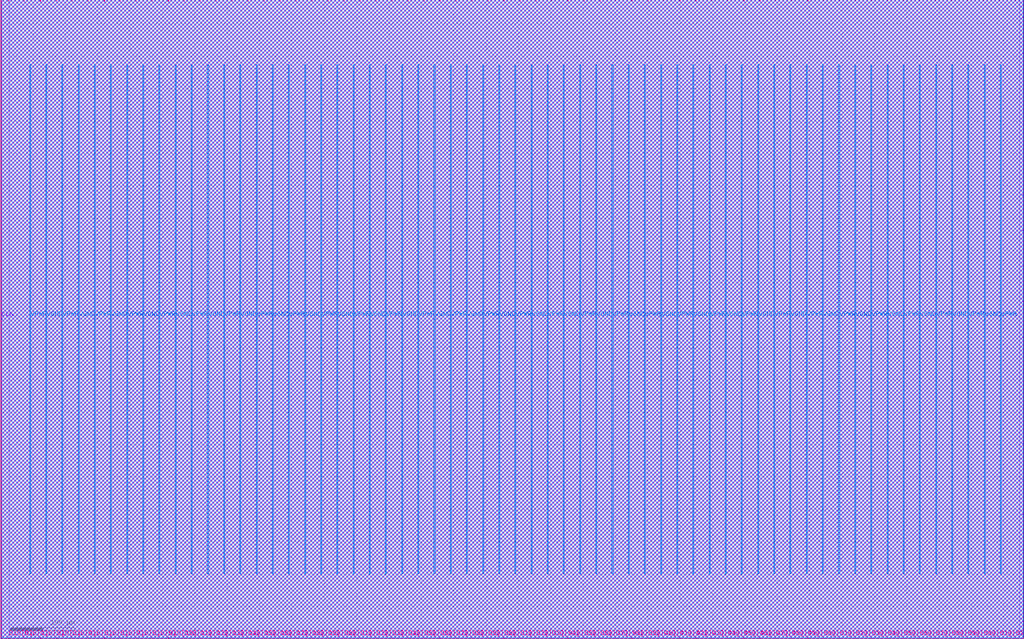
<source format=lef>
# Copyright 2020 The SkyWater PDK Authors
#
# Licensed under the Apache License, Version 2.0 (the "License");
# you may not use this file except in compliance with the License.
# You may obtain a copy of the License at
#
#     https://www.apache.org/licenses/LICENSE-2.0
#
# Unless required by applicable law or agreed to in writing, software
# distributed under the License is distributed on an "AS IS" BASIS,
# WITHOUT WARRANTIES OR CONDITIONS OF ANY KIND, either express or implied.
# See the License for the specific language governing permissions and
# limitations under the License.
#
# SPDX-License-Identifier: Apache-2.0

VERSION 5.7 ;

BUSBITCHARS "[]" ;
DIVIDERCHAR "/" ;

UNITS
  TIME NANOSECONDS 1 ;
  CAPACITANCE PICOFARADS 1 ;
  RESISTANCE OHMS 1 ;
  DATABASE MICRONS 1000 ;
END UNITS

MANUFACTURINGGRID 0.005 ;

PROPERTYDEFINITIONS
  LAYER LEF58_TYPE STRING ;
END PROPERTYDEFINITIONS

# High density, single height
SITE unithd
  SYMMETRY Y ;
  CLASS CORE ;
  SIZE 0.46 BY 2.72 ;
END unithd

# High density, double height
SITE unithddbl
  SYMMETRY Y ;
  CLASS CORE ;
  SIZE 0.46 BY 5.44 ;
END unithddbl

LAYER nwell
  TYPE MASTERSLICE ;
  PROPERTY LEF58_TYPE "TYPE NWELL ;" ;
END nwell

LAYER pwell
  TYPE MASTERSLICE ;
  PROPERTY LEF58_TYPE "TYPE PWELL ;" ;
END pwell

LAYER li1
  TYPE ROUTING ;
  DIRECTION VERTICAL ;

  PITCH 0.46 0.34 ;
  OFFSET 0.23 0.17 ;

  WIDTH 0.17 ;          # LI 1
  # SPACING  0.17 ;     # LI 2
  SPACINGTABLE
     PARALLELRUNLENGTH 0
     WIDTH 0 0.17 ;
  AREA 0.0561 ;         # LI 6
  THICKNESS 0.1 ;
  EDGECAPACITANCE 40.697E-6 ;
  CAPACITANCE CPERSQDIST 36.9866E-6 ;
  RESISTANCE RPERSQ 12.2 ;

  ANTENNAMODEL OXIDE1 ;
  ANTENNADIFFSIDEAREARATIO PWL ( ( 0 75 ) ( 0.0125 75 ) ( 0.0225 85.125 ) ( 22.5 10200 ) ) ;
END li1

LAYER mcon
  TYPE CUT ;

  WIDTH 0.17 ;                # Mcon 1
  SPACING 0.19 ;              # Mcon 2
  ENCLOSURE BELOW 0 0 ;       # Mcon 4
  ENCLOSURE ABOVE 0.03 0.06 ; # Met1 4 / Met1 5

  ANTENNADIFFAREARATIO PWL ( ( 0 3 ) ( 0.0125 3 ) ( 0.0225 3.405 ) ( 22.5 408 ) ) ;
  DCCURRENTDENSITY AVERAGE 0.36 ; # mA per via Iavg_max at Tj = 90oC

END mcon

LAYER met1
  TYPE ROUTING ;
  DIRECTION HORIZONTAL ;

  PITCH 0.34 ;
  OFFSET 0.17 ;

  WIDTH 0.14 ;                     # Met1 1
  # SPACING 0.14 ;                 # Met1 2
  # SPACING 0.28 RANGE 3.001 100 ; # Met1 3b
  SPACINGTABLE
     PARALLELRUNLENGTH 0
     WIDTH 0 0.14
     WIDTH 3 0.28 ;
  AREA 0.083 ;                     # Met1 6
  THICKNESS 0.35 ;
  MINENCLOSEDAREA 0.14 ;

  ANTENNAMODEL OXIDE1 ;
  ANTENNADIFFSIDEAREARATIO PWL ( ( 0 400 ) ( 0.0125 400 ) ( 0.0225 2609 ) ( 22.5 11600 ) ) ;

  EDGECAPACITANCE 40.567E-6 ;
  CAPACITANCE CPERSQDIST 25.7784E-6 ;
  DCCURRENTDENSITY AVERAGE 2.8 ; # mA/um Iavg_max at Tj = 90oC
  ACCURRENTDENSITY RMS 6.1 ; # mA/um Irms_max at Tj = 90oC
  MAXIMUMDENSITY 70 ;
  DENSITYCHECKWINDOW 700 700 ;
  DENSITYCHECKSTEP 70 ;

  RESISTANCE RPERSQ 0.125 ;
END met1

LAYER via
  TYPE CUT ;
  WIDTH 0.15 ;                  # Via 1a
  SPACING 0.17 ;                # Via 2
  ENCLOSURE BELOW 0.055 0.085 ; # Via 4a / Via 5a
  ENCLOSURE ABOVE 0.055 0.085 ; # Met2 4 / Met2 5

  ANTENNADIFFAREARATIO PWL ( ( 0 6 ) ( 0.0125 6 ) ( 0.0225 6.81 ) ( 22.5 816 ) ) ;
  DCCURRENTDENSITY AVERAGE 0.29 ; # mA per via Iavg_max at Tj = 90oC
END via

LAYER met2
  TYPE ROUTING ;
  DIRECTION VERTICAL ;

  PITCH 0.46 ;
  OFFSET 0.23 ;

  WIDTH 0.14 ;                        # Met2 1
  # SPACING  0.14 ;                   # Met2 2
  # SPACING  0.28 RANGE 3.001 100 ;   # Met2 3b
  SPACINGTABLE
     PARALLELRUNLENGTH 0
     WIDTH 0 0.14
     WIDTH 3 0.28 ;
  AREA 0.0676 ;                       # Met2 6
  THICKNESS 0.35 ;
  MINENCLOSEDAREA 0.14 ;

  EDGECAPACITANCE 37.759E-6 ;
  CAPACITANCE CPERSQDIST 16.9423E-6 ;
  RESISTANCE RPERSQ 0.125 ;
  DCCURRENTDENSITY AVERAGE 2.8 ; # mA/um Iavg_max at Tj = 90oC
  ACCURRENTDENSITY RMS 6.1 ; # mA/um Irms_max at Tj = 90oC

  ANTENNAMODEL OXIDE1 ;
  ANTENNADIFFSIDEAREARATIO PWL ( ( 0 400 ) ( 0.0125 400 ) ( 0.0225 2609 ) ( 22.5 11600 ) ) ;

  MAXIMUMDENSITY 70 ;
  DENSITYCHECKWINDOW 700 700 ;
  DENSITYCHECKSTEP 70 ;
END met2

# ******** Layer via2, type routing, number 44 **************
LAYER via2
  TYPE CUT ;
  WIDTH 0.2 ;                   # Via2 1
  SPACING 0.2 ;                 # Via2 2
  ENCLOSURE BELOW 0.04 0.085 ;  # Via2 4
  ENCLOSURE ABOVE 0.065 0.065 ; # Met3 4
  ANTENNADIFFAREARATIO PWL ( ( 0 6 ) ( 0.0125 6 ) ( 0.0225 6.81 ) ( 22.5 816 ) ) ;
  DCCURRENTDENSITY AVERAGE 0.48 ; # mA per via Iavg_max at Tj = 90oC
END via2

LAYER met3
  TYPE ROUTING ;
  DIRECTION HORIZONTAL ;

  PITCH 0.68 ;
  OFFSET 0.34 ;

  WIDTH 0.3 ;              # Met3 1
  # SPACING 0.3 ;          # Met3 2
  SPACINGTABLE
     PARALLELRUNLENGTH 0
     WIDTH 0 0.3
     WIDTH 3 0.4 ;
  AREA 0.24 ;              # Met3 6
  THICKNESS 0.8 ;

  EDGECAPACITANCE 40.989E-6 ;
  CAPACITANCE CPERSQDIST 12.3729E-6 ;
  RESISTANCE RPERSQ 0.047 ;
  DCCURRENTDENSITY AVERAGE 6.8 ; # mA/um Iavg_max at Tj = 90oC
  ACCURRENTDENSITY RMS 14.9 ; # mA/um Irms_max at Tj = 90oC

  ANTENNAMODEL OXIDE1 ;
  ANTENNADIFFSIDEAREARATIO PWL ( ( 0 400 ) ( 0.0125 400 ) ( 0.0225 2609 ) ( 22.5 11600 ) ) ;

  MAXIMUMDENSITY 70 ;
  DENSITYCHECKWINDOW 700 700 ;
  DENSITYCHECKSTEP 70 ;
END met3

LAYER via3
  TYPE CUT ;
  WIDTH 0.2 ;                   # Via3 1
  SPACING 0.2 ;                 # Via3 2
  ENCLOSURE BELOW 0.06 0.09 ;   # Via3 4 / Via3 5
  ENCLOSURE ABOVE 0.065 0.065 ; # Met4 3
  ANTENNADIFFAREARATIO PWL ( ( 0 6 ) ( 0.0125 6 ) ( 0.0225 6.81 ) ( 22.5 816 ) ) ;
  DCCURRENTDENSITY AVERAGE 0.48 ; # mA per via Iavg_max at Tj = 90oC
END via3

LAYER met4
  TYPE ROUTING ;
  DIRECTION VERTICAL ;

  PITCH 0.92 ;
  OFFSET 0.46 ;

  WIDTH 0.3 ;             # Met4 1
  # SPACING  0.3 ;             # Met4 2
  SPACINGTABLE
     PARALLELRUNLENGTH 0
     WIDTH 0 0.3
     WIDTH 3 0.4 ;
  AREA 0.24 ;            # Met4 4a

  THICKNESS 0.8 ;

  EDGECAPACITANCE 36.676E-6 ;
  CAPACITANCE CPERSQDIST 8.41537E-6 ;
  RESISTANCE RPERSQ 0.047 ;
  DCCURRENTDENSITY AVERAGE 6.8 ; # mA/um Iavg_max at Tj = 90oC
  ACCURRENTDENSITY RMS 14.9 ; # mA/um Irms_max at Tj = 90oC

  ANTENNAMODEL OXIDE1 ;
  ANTENNADIFFSIDEAREARATIO PWL ( ( 0 400 ) ( 0.0125 400 ) ( 0.0225 2609 ) ( 22.5 11600 ) ) ;

  MAXIMUMDENSITY 70 ;
  DENSITYCHECKWINDOW 700 700 ;
  DENSITYCHECKSTEP 70 ;
END met4

LAYER via4
  TYPE CUT ;

  WIDTH 0.8 ;                 # Via4 1
  SPACING 0.8 ;               # Via4 2
  ENCLOSURE BELOW 0.19 0.19 ; # Via4 4
  ENCLOSURE ABOVE 0.31 0.31 ; # Met5 3
  ANTENNADIFFAREARATIO PWL ( ( 0 6 ) ( 0.0125 6 ) ( 0.0225 6.81 ) ( 22.5 816 ) ) ;
  DCCURRENTDENSITY AVERAGE 2.49 ; # mA per via Iavg_max at Tj = 90oC
END via4

LAYER met5
  TYPE ROUTING ;
  DIRECTION HORIZONTAL ;

  PITCH 3.4 ;
  OFFSET 1.7 ;

  WIDTH 1.6 ;            # Met5 1
  #SPACING  1.6 ;        # Met5 2
  SPACINGTABLE
     PARALLELRUNLENGTH 0
     WIDTH 0 1.6 ;
  AREA 4 ;               # Met5 4

  THICKNESS 1.2 ;

  EDGECAPACITANCE 38.851E-6 ;
  CAPACITANCE CPERSQDIST 6.32063E-6 ;
  RESISTANCE RPERSQ 0.0285 ;
  DCCURRENTDENSITY AVERAGE 10.17 ; # mA/um Iavg_max at Tj = 90oC
  ACCURRENTDENSITY RMS 22.34 ; # mA/um Irms_max at Tj = 90oC

  ANTENNAMODEL OXIDE1 ;
  ANTENNADIFFSIDEAREARATIO PWL ( ( 0 400 ) ( 0.0125 400 ) ( 0.0225 2609 ) ( 22.5 11600 ) ) ;
END met5


### Routing via cells section   ###
# Plus via rule, metals are along the prefered direction
VIA L1M1_PR DEFAULT
  LAYER mcon ;
  RECT -0.085 -0.085 0.085 0.085 ;
  LAYER li1 ;
  RECT -0.085 -0.085 0.085 0.085 ;
  LAYER met1 ;
  RECT -0.145 -0.115 0.145 0.115 ;
END L1M1_PR

VIARULE L1M1_PR GENERATE
  LAYER li1 ;
  ENCLOSURE 0 0 ;
  LAYER met1 ;
  ENCLOSURE 0.06 0.03 ;
  LAYER mcon ;
  RECT -0.085 -0.085 0.085 0.085 ;
  SPACING 0.36 BY 0.36 ;
END L1M1_PR

# Plus via rule, metals are along the non prefered direction
VIA L1M1_PR_R DEFAULT
  LAYER mcon ;
  RECT -0.085 -0.085 0.085 0.085 ;
  LAYER li1 ;
  RECT -0.085 -0.085 0.085 0.085 ;
  LAYER met1 ;
  RECT -0.115 -0.145 0.115 0.145 ;
END L1M1_PR_R

VIARULE L1M1_PR_R GENERATE
  LAYER li1 ;
  ENCLOSURE 0 0 ;
  LAYER met1 ;
  ENCLOSURE 0.03 0.06 ;
  LAYER mcon ;
  RECT -0.085 -0.085 0.085 0.085 ;
  SPACING 0.36 BY 0.36 ;
END L1M1_PR_R

# Minus via rule, lower layer metal is along prefered direction
VIA L1M1_PR_M DEFAULT
  LAYER mcon ;
  RECT -0.085 -0.085 0.085 0.085 ;
  LAYER li1 ;
  RECT -0.085 -0.085 0.085 0.085 ;
  LAYER met1 ;
  RECT -0.115 -0.145 0.115 0.145 ;
END L1M1_PR_M

VIARULE L1M1_PR_M GENERATE
  LAYER li1 ;
  ENCLOSURE 0 0 ;
  LAYER met1 ;
  ENCLOSURE 0.03 0.06 ;
  LAYER mcon ;
  RECT -0.085 -0.085 0.085 0.085 ;
  SPACING 0.36 BY 0.36 ;
END L1M1_PR_M

# Minus via rule, upper layer metal is along prefered direction
VIA L1M1_PR_MR DEFAULT
  LAYER mcon ;
  RECT -0.085 -0.085 0.085 0.085 ;
  LAYER li1 ;
  RECT -0.085 -0.085 0.085 0.085 ;
  LAYER met1 ;
  RECT -0.145 -0.115 0.145 0.115 ;
END L1M1_PR_MR

VIARULE L1M1_PR_MR GENERATE
  LAYER li1 ;
  ENCLOSURE 0 0 ;
  LAYER met1 ;
  ENCLOSURE 0.06 0.03 ;
  LAYER mcon ;
  RECT -0.085 -0.085 0.085 0.085 ;
  SPACING 0.36 BY 0.36 ;
END L1M1_PR_MR

# Centered via rule, we really do not want to use it
VIA L1M1_PR_C DEFAULT
  LAYER mcon ;
  RECT -0.085 -0.085 0.085 0.085 ;
  LAYER li1 ;
  RECT -0.085 -0.085 0.085 0.085 ;
  LAYER met1 ;
  RECT -0.145 -0.145 0.145 0.145 ;
END L1M1_PR_C

VIARULE L1M1_PR_C GENERATE
  LAYER li1 ;
  ENCLOSURE 0 0 ;
  LAYER met1 ;
  ENCLOSURE 0.06 0.06 ;
  LAYER mcon ;
  RECT -0.085 -0.085 0.085 0.085 ;
  SPACING 0.36 BY 0.36 ;
END L1M1_PR_C

# Plus via rule, metals are along the prefered direction
VIA M1M2_PR DEFAULT
  LAYER via ;
  RECT -0.075 -0.075 0.075 0.075 ;
  LAYER met1 ;
  RECT -0.16 -0.13 0.16 0.13 ;
  LAYER met2 ;
  RECT -0.13 -0.16 0.13 0.16 ;
END M1M2_PR

VIARULE M1M2_PR GENERATE
  LAYER met1 ;
  ENCLOSURE 0.085 0.055 ;
  LAYER met2 ;
  ENCLOSURE 0.055 0.085 ;
  LAYER via ;
  RECT -0.075 -0.075 0.075 0.075 ;
  SPACING 0.32 BY 0.32 ;
END M1M2_PR

# Plus via rule, metals are along the non prefered direction
VIA M1M2_PR_R DEFAULT
  LAYER via ;
  RECT -0.075 -0.075 0.075 0.075 ;
  LAYER met1 ;
  RECT -0.13 -0.16 0.13 0.16 ;
  LAYER met2 ;
  RECT -0.16 -0.13 0.16 0.13 ;
END M1M2_PR_R

VIARULE M1M2_PR_R GENERATE
  LAYER met1 ;
  ENCLOSURE 0.055 0.085 ;
  LAYER met2 ;
  ENCLOSURE 0.085 0.055 ;
  LAYER via ;
  RECT -0.075 -0.075 0.075 0.075 ;
  SPACING 0.32 BY 0.32 ;
END M1M2_PR_R

# Minus via rule, lower layer metal is along prefered direction
VIA M1M2_PR_M DEFAULT
  LAYER via ;
  RECT -0.075 -0.075 0.075 0.075 ;
  LAYER met1 ;
  RECT -0.16 -0.13 0.16 0.13 ;
  LAYER met2 ;
  RECT -0.16 -0.13 0.16 0.13 ;
END M1M2_PR_M

VIARULE M1M2_PR_M GENERATE
  LAYER met1 ;
  ENCLOSURE 0.085 0.055 ;
  LAYER met2 ;
  ENCLOSURE 0.085 0.055 ;
  LAYER via ;
  RECT -0.075 -0.075 0.075 0.075 ;
  SPACING 0.32 BY 0.32 ;
END M1M2_PR_M

# Minus via rule, upper layer metal is along prefered direction
VIA M1M2_PR_MR DEFAULT
  LAYER via ;
  RECT -0.075 -0.075 0.075 0.075 ;
  LAYER met1 ;
  RECT -0.13 -0.16 0.13 0.16 ;
  LAYER met2 ;
  RECT -0.13 -0.16 0.13 0.16 ;
END M1M2_PR_MR

VIARULE M1M2_PR_MR GENERATE
  LAYER met1 ;
  ENCLOSURE 0.055 0.085 ;
  LAYER met2 ;
  ENCLOSURE 0.055 0.085 ;
  LAYER via ;
  RECT -0.075 -0.075 0.075 0.075 ;
  SPACING 0.32 BY 0.32 ;
END M1M2_PR_MR

# Centered via rule, we really do not want to use it
VIA M1M2_PR_C DEFAULT
  LAYER via ;
  RECT -0.075 -0.075 0.075 0.075 ;
  LAYER met1 ;
  RECT -0.16 -0.16 0.16 0.16 ;
  LAYER met2 ;
  RECT -0.16 -0.16 0.16 0.16 ;
END M1M2_PR_C

VIARULE M1M2_PR_C GENERATE
  LAYER met1 ;
  ENCLOSURE 0.085 0.085 ;
  LAYER met2 ;
  ENCLOSURE 0.085 0.085 ;
  LAYER via ;
  RECT -0.075 -0.075 0.075 0.075 ;
  SPACING 0.32 BY 0.32 ;
END M1M2_PR_C

# Plus via rule, metals are along the prefered direction
VIA M2M3_PR DEFAULT
  LAYER via2 ;
  RECT -0.1 -0.1 0.1 0.1 ;
  LAYER met2 ;
  RECT -0.14 -0.185 0.14 0.185 ;
  LAYER met3 ;
  RECT -0.165 -0.165 0.165 0.165 ;
END M2M3_PR

VIARULE M2M3_PR GENERATE
  LAYER met2 ;
  ENCLOSURE 0.04 0.085 ;
  LAYER met3 ;
  ENCLOSURE 0.065 0.065 ;
  LAYER via2 ;
  RECT -0.1 -0.1 0.1 0.1 ;
  SPACING 0.4 BY 0.4 ;
END M2M3_PR

# Plus via rule, metals are along the non prefered direction
VIA M2M3_PR_R DEFAULT
  LAYER via2 ;
  RECT -0.1 -0.1 0.1 0.1 ;
  LAYER met2 ;
  RECT -0.185 -0.14 0.185 0.14 ;
  LAYER met3 ;
  RECT -0.165 -0.165 0.165 0.165 ;
END M2M3_PR_R

VIARULE M2M3_PR_R GENERATE
  LAYER met2 ;
  ENCLOSURE 0.085 0.04 ;
  LAYER met3 ;
  ENCLOSURE 0.065 0.065 ;
  LAYER via2 ;
  RECT -0.1 -0.1 0.1 0.1 ;
  SPACING 0.4 BY 0.4 ;
END M2M3_PR_R

# Minus via rule, lower layer metal is along prefered direction
VIA M2M3_PR_M DEFAULT
  LAYER via2 ;
  RECT -0.1 -0.1 0.1 0.1 ;
  LAYER met2 ;
  RECT -0.14 -0.185 0.14 0.185 ;
  LAYER met3 ;
  RECT -0.165 -0.165 0.165 0.165 ;
END M2M3_PR_M

VIARULE M2M3_PR_M GENERATE
  LAYER met2 ;
  ENCLOSURE 0.04 0.085 ;
  LAYER met3 ;
  ENCLOSURE 0.065 0.065 ;
  LAYER via2 ;
  RECT -0.1 -0.1 0.1 0.1 ;
  SPACING 0.4 BY 0.4 ;
END M2M3_PR_M

# Minus via rule, upper layer metal is along prefered direction
VIA M2M3_PR_MR DEFAULT
  LAYER via2 ;
  RECT -0.1 -0.1 0.1 0.1 ;
  LAYER met2 ;
  RECT -0.185 -0.14 0.185 0.14 ;
  LAYER met3 ;
  RECT -0.165 -0.165 0.165 0.165 ;
END M2M3_PR_MR

VIARULE M2M3_PR_MR GENERATE
  LAYER met2 ;
  ENCLOSURE 0.085 0.04 ;
  LAYER met3 ;
  ENCLOSURE 0.065 0.065 ;
  LAYER via2 ;
  RECT -0.1 -0.1 0.1 0.1 ;
  SPACING 0.4 BY 0.4 ;
END M2M3_PR_MR

# Centered via rule, we really do not want to use it
VIA M2M3_PR_C DEFAULT
  LAYER via2 ;
  RECT -0.1 -0.1 0.1 0.1 ;
  LAYER met2 ;
  RECT -0.185 -0.185 0.185 0.185 ;
  LAYER met3 ;
  RECT -0.165 -0.165 0.165 0.165 ;
END M2M3_PR_C

VIARULE M2M3_PR_C GENERATE
  LAYER met2 ;
  ENCLOSURE 0.085 0.085 ;
  LAYER met3 ;
  ENCLOSURE 0.065 0.065 ;
  LAYER via2 ;
  RECT -0.1 -0.1 0.1 0.1 ;
  SPACING 0.4 BY 0.4 ;
END M2M3_PR_C

# Plus via rule, metals are along the prefered direction
VIA M3M4_PR DEFAULT
  LAYER via3 ;
  RECT -0.1 -0.1 0.1 0.1 ;
  LAYER met3 ;
  RECT -0.19 -0.16 0.19 0.16 ;
  LAYER met4 ;
  RECT -0.165 -0.165 0.165 0.165 ;
END M3M4_PR

VIARULE M3M4_PR GENERATE
  LAYER met3 ;
  ENCLOSURE 0.09 0.06 ;
  LAYER met4 ;
  ENCLOSURE 0.065 0.065 ;
  LAYER via3 ;
  RECT -0.1 -0.1 0.1 0.1 ;
  SPACING 0.4 BY 0.4 ;
END M3M4_PR

# Plus via rule, metals are along the non prefered direction
VIA M3M4_PR_R DEFAULT
  LAYER via3 ;
  RECT -0.1 -0.1 0.1 0.1 ;
  LAYER met3 ;
  RECT -0.16 -0.19 0.16 0.19 ;
  LAYER met4 ;
  RECT -0.165 -0.165 0.165 0.165 ;
END M3M4_PR_R

VIARULE M3M4_PR_R GENERATE
  LAYER met3 ;
  ENCLOSURE 0.06 0.09 ;
  LAYER met4 ;
  ENCLOSURE 0.065 0.065 ;
  LAYER via3 ;
  RECT -0.1 -0.1 0.1 0.1 ;
  SPACING 0.4 BY 0.4 ;
END M3M4_PR_R

# Minus via rule, lower layer metal is along prefered direction
VIA M3M4_PR_M DEFAULT
  LAYER via3 ;
  RECT -0.1 -0.1 0.1 0.1 ;
  LAYER met3 ;
  RECT -0.19 -0.16 0.19 0.16 ;
  LAYER met4 ;
  RECT -0.165 -0.165 0.165 0.165 ;
END M3M4_PR_M

VIARULE M3M4_PR_M GENERATE
  LAYER met3 ;
  ENCLOSURE 0.09 0.06 ;
  LAYER met4 ;
  ENCLOSURE 0.065 0.065 ;
  LAYER via3 ;
  RECT -0.1 -0.1 0.1 0.1 ;
  SPACING 0.4 BY 0.4 ;
END M3M4_PR_M

# Minus via rule, upper layer metal is along prefered direction
VIA M3M4_PR_MR DEFAULT
  LAYER via3 ;
  RECT -0.1 -0.1 0.1 0.1 ;
  LAYER met3 ;
  RECT -0.16 -0.19 0.16 0.19 ;
  LAYER met4 ;
  RECT -0.165 -0.165 0.165 0.165 ;
END M3M4_PR_MR

VIARULE M3M4_PR_MR GENERATE
  LAYER met3 ;
  ENCLOSURE 0.06 0.09 ;
  LAYER met4 ;
  ENCLOSURE 0.065 0.065 ;
  LAYER via3 ;
  RECT -0.1 -0.1 0.1 0.1 ;
  SPACING 0.4 BY 0.4 ;
END M3M4_PR_MR

# Centered via rule, we really do not want to use it
VIA M3M4_PR_C DEFAULT
  LAYER via3 ;
  RECT -0.1 -0.1 0.1 0.1 ;
  LAYER met3 ;
  RECT -0.19 -0.19 0.19 0.19 ;
  LAYER met4 ;
  RECT -0.165 -0.165 0.165 0.165 ;
END M3M4_PR_C

VIARULE M3M4_PR_C GENERATE
  LAYER met3 ;
  ENCLOSURE 0.09 0.09 ;
  LAYER met4 ;
  ENCLOSURE 0.065 0.065 ;
  LAYER via3 ;
  RECT -0.1 -0.1 0.1 0.1 ;
  SPACING 0.4 BY 0.4 ;
END M3M4_PR_C

# Plus via rule, metals are along the prefered direction
VIA M4M5_PR DEFAULT
  LAYER via4 ;
  RECT -0.4 -0.4 0.4 0.4 ;
  LAYER met4 ;
  RECT -0.59 -0.59 0.59 0.59 ;
  LAYER met5 ;
  RECT -0.71 -0.71 0.71 0.71 ;
END M4M5_PR

VIARULE M4M5_PR GENERATE
  LAYER met4 ;
  ENCLOSURE 0.19 0.19 ;
  LAYER met5 ;
  ENCLOSURE 0.31 0.31 ;
  LAYER via4 ;
  RECT -0.4 -0.4 0.4 0.4 ;
  SPACING 1.6 BY 1.6 ;
END M4M5_PR

# Plus via rule, metals are along the non prefered direction
VIA M4M5_PR_R DEFAULT
  LAYER via4 ;
  RECT -0.4 -0.4 0.4 0.4 ;
  LAYER met4 ;
  RECT -0.59 -0.59 0.59 0.59 ;
  LAYER met5 ;
  RECT -0.71 -0.71 0.71 0.71 ;
END M4M5_PR_R

VIARULE M4M5_PR_R GENERATE
  LAYER met4 ;
  ENCLOSURE 0.19 0.19 ;
  LAYER met5 ;
  ENCLOSURE 0.31 0.31 ;
  LAYER via4 ;
  RECT -0.4 -0.4 0.4 0.4 ;
  SPACING 1.6 BY 1.6 ;
END M4M5_PR_R

# Minus via rule, lower layer metal is along prefered direction
VIA M4M5_PR_M DEFAULT
  LAYER via4 ;
  RECT -0.4 -0.4 0.4 0.4 ;
  LAYER met4 ;
  RECT -0.59 -0.59 0.59 0.59 ;
  LAYER met5 ;
  RECT -0.71 -0.71 0.71 0.71 ;
END M4M5_PR_M

VIARULE M4M5_PR_M GENERATE
  LAYER met4 ;
  ENCLOSURE 0.19 0.19 ;
  LAYER met5 ;
  ENCLOSURE 0.31 0.31 ;
  LAYER via4 ;
  RECT -0.4 -0.4 0.4 0.4 ;
  SPACING 1.6 BY 1.6 ;
END M4M5_PR_M

# Minus via rule, upper layer metal is along prefered direction
VIA M4M5_PR_MR DEFAULT
  LAYER via4 ;
  RECT -0.4 -0.4 0.4 0.4 ;
  LAYER met4 ;
  RECT -0.59 -0.59 0.59 0.59 ;
  LAYER met5 ;
  RECT -0.71 -0.71 0.71 0.71 ;
END M4M5_PR_MR

VIARULE M4M5_PR_MR GENERATE
  LAYER met4 ;
  ENCLOSURE 0.19 0.19 ;
  LAYER met5 ;
  ENCLOSURE 0.31 0.31 ;
  LAYER via4 ;
  RECT -0.4 -0.4 0.4 0.4 ;
  SPACING 1.6 BY 1.6 ;
END M4M5_PR_MR

# Centered via rule, we really do not want to use it
VIA M4M5_PR_C DEFAULT
  LAYER via4 ;
  RECT -0.4 -0.4 0.4 0.4 ;
  LAYER met4 ;
  RECT -0.59 -0.59 0.59 0.59 ;
  LAYER met5 ;
  RECT -0.71 -0.71 0.71 0.71 ;
END M4M5_PR_C

VIARULE M4M5_PR_C GENERATE
  LAYER met4 ;
  ENCLOSURE 0.19 0.19 ;
  LAYER met5 ;
  ENCLOSURE 0.31 0.31 ;
  LAYER via4 ;
  RECT -0.4 -0.4 0.4 0.4 ;
  SPACING 1.6 BY 1.6 ;
END M4M5_PR_C
###  end of single via cells   ###


MACRO sky130_fd_sc_hd__fill_8
  CLASS CORE SPACER ;
  FOREIGN sky130_fd_sc_hd__fill_8 ;
  ORIGIN 0.000 0.000 ;
  SIZE 3.680 BY 2.720 ;
  SYMMETRY X Y R90 ;
  SITE unithd ;
  PIN VGND
    DIRECTION INOUT ;
    USE GROUND ;
    SHAPE ABUTMENT ;
    PORT
      LAYER met1 ;
        RECT 0.000 -0.240 3.680 0.240 ;
    END
  END VGND
  PIN VNB
    DIRECTION INOUT ;
    USE GROUND ;
    PORT
      LAYER pwell ;
        RECT 0.130 -0.120 0.350 0.050 ;
    END
  END VNB
  PIN VPB
    DIRECTION INOUT ;
    USE POWER ;
    PORT
      LAYER nwell ;
        RECT -0.190 1.305 3.870 2.910 ;
    END
  END VPB
  PIN VPWR
    DIRECTION INOUT ;
    USE POWER ;
    SHAPE ABUTMENT ;
    PORT
      LAYER met1 ;
        RECT 0.000 2.480 3.680 2.960 ;
    END
  END VPWR
  OBS
      LAYER li1 ;
        RECT 0.000 2.635 3.680 2.805 ;
        RECT 0.000 -0.085 3.680 0.085 ;
      LAYER mcon ;
        RECT 0.145 2.635 0.315 2.805 ;
        RECT 0.605 2.635 0.775 2.805 ;
        RECT 1.065 2.635 1.235 2.805 ;
        RECT 1.525 2.635 1.695 2.805 ;
        RECT 1.985 2.635 2.155 2.805 ;
        RECT 2.445 2.635 2.615 2.805 ;
        RECT 2.905 2.635 3.075 2.805 ;
        RECT 3.365 2.635 3.535 2.805 ;
        RECT 0.145 -0.085 0.315 0.085 ;
        RECT 0.605 -0.085 0.775 0.085 ;
        RECT 1.065 -0.085 1.235 0.085 ;
        RECT 1.525 -0.085 1.695 0.085 ;
        RECT 1.985 -0.085 2.155 0.085 ;
        RECT 2.445 -0.085 2.615 0.085 ;
        RECT 2.905 -0.085 3.075 0.085 ;
        RECT 3.365 -0.085 3.535 0.085 ;
  END
END sky130_fd_sc_hd__fill_8
MACRO sky130_fd_sc_hd__nor2b_1
  CLASS CORE ;
  FOREIGN sky130_fd_sc_hd__nor2b_1 ;
  ORIGIN 0.000 0.000 ;
  SIZE 2.300 BY 2.720 ;
  SYMMETRY X Y R90 ;
  SITE unithd ;
  PIN A
    DIRECTION INPUT ;
    USE SIGNAL ;
    ANTENNAGATEAREA 0.247500 ;
    PORT
      LAYER li1 ;
        RECT 0.960 1.065 1.325 1.325 ;
    END
  END A
  PIN B_N
    DIRECTION INPUT ;
    USE SIGNAL ;
    ANTENNAGATEAREA 0.126000 ;
    PORT
      LAYER li1 ;
        RECT 0.100 0.725 0.325 1.325 ;
    END
  END B_N
  PIN VGND
    DIRECTION INOUT ;
    USE GROUND ;
    SHAPE ABUTMENT ;
    PORT
      LAYER met1 ;
        RECT 0.000 -0.240 2.300 0.240 ;
    END
  END VGND
  PIN VNB
    DIRECTION INOUT ;
    USE GROUND ;
    PORT
      LAYER pwell ;
        RECT 0.725 0.785 2.075 1.015 ;
        RECT 0.240 0.105 2.075 0.785 ;
        RECT 0.240 0.085 0.315 0.105 ;
        RECT 0.145 -0.085 0.315 0.085 ;
    END
  END VNB
  PIN VPB
    DIRECTION INOUT ;
    USE POWER ;
    PORT
      LAYER nwell ;
        RECT -0.190 1.305 2.490 2.910 ;
    END
  END VPB
  PIN VPWR
    DIRECTION INOUT ;
    USE POWER ;
    SHAPE ABUTMENT ;
    PORT
      LAYER met1 ;
        RECT 0.000 2.480 2.300 2.960 ;
    END
  END VPWR
  PIN Y
    DIRECTION OUTPUT ;
    USE SIGNAL ;
    ANTENNADIFFAREA 0.435500 ;
    PORT
      LAYER li1 ;
        RECT 1.655 1.850 2.215 2.465 ;
        RECT 2.035 0.895 2.215 1.850 ;
        RECT 1.235 0.725 2.215 0.895 ;
        RECT 1.235 0.255 1.565 0.725 ;
    END
  END Y
  OBS
      LAYER li1 ;
        RECT 0.000 2.635 2.300 2.805 ;
        RECT 0.415 1.680 0.675 1.905 ;
        RECT 0.875 1.855 1.205 2.635 ;
        RECT 0.415 1.510 1.705 1.680 ;
        RECT 0.495 0.545 0.675 1.510 ;
        RECT 1.535 1.245 1.705 1.510 ;
        RECT 1.535 1.075 1.865 1.245 ;
        RECT 0.330 0.370 0.675 0.545 ;
        RECT 0.855 0.085 1.065 0.895 ;
        RECT 1.735 0.085 2.120 0.555 ;
        RECT 0.000 -0.085 2.300 0.085 ;
      LAYER mcon ;
        RECT 0.145 2.635 0.315 2.805 ;
        RECT 0.605 2.635 0.775 2.805 ;
        RECT 1.065 2.635 1.235 2.805 ;
        RECT 1.525 2.635 1.695 2.805 ;
        RECT 1.985 2.635 2.155 2.805 ;
        RECT 0.145 -0.085 0.315 0.085 ;
        RECT 0.605 -0.085 0.775 0.085 ;
        RECT 1.065 -0.085 1.235 0.085 ;
        RECT 1.525 -0.085 1.695 0.085 ;
        RECT 1.985 -0.085 2.155 0.085 ;
  END
END sky130_fd_sc_hd__nor2b_1
MACRO sky130_fd_sc_hd__a32o_4
  CLASS CORE ;
  FOREIGN sky130_fd_sc_hd__a32o_4 ;
  ORIGIN 0.000 0.000 ;
  SIZE 7.820 BY 2.720 ;
  SYMMETRY X Y R90 ;
  SITE unithd ;
  PIN A1
    DIRECTION INPUT ;
    USE SIGNAL ;
    ANTENNAGATEAREA 0.495000 ;
    PORT
      LAYER li1 ;
        RECT 4.280 1.075 5.075 1.325 ;
    END
  END A1
  PIN A2
    DIRECTION INPUT ;
    USE SIGNAL ;
    ANTENNAGATEAREA 0.495000 ;
    PORT
      LAYER li1 ;
        RECT 3.335 1.075 4.030 1.325 ;
    END
  END A2
  PIN A3
    DIRECTION INPUT ;
    USE SIGNAL ;
    ANTENNAGATEAREA 0.495000 ;
    PORT
      LAYER li1 ;
        RECT 2.210 1.075 3.105 1.295 ;
    END
  END A3
  PIN B1
    DIRECTION INPUT ;
    USE SIGNAL ;
    ANTENNAGATEAREA 0.495000 ;
    PORT
      LAYER li1 ;
        RECT 5.630 1.075 6.780 1.625 ;
    END
  END B1
  PIN B2
    DIRECTION INPUT ;
    USE SIGNAL ;
    ANTENNAGATEAREA 0.495000 ;
    PORT
      LAYER li1 ;
        RECT 7.030 1.295 7.225 1.635 ;
        RECT 7.030 1.075 7.710 1.295 ;
    END
  END B2
  PIN VGND
    DIRECTION INOUT ;
    USE GROUND ;
    SHAPE ABUTMENT ;
    PORT
      LAYER met1 ;
        RECT 0.000 -0.240 7.820 0.240 ;
    END
  END VGND
  PIN VNB
    DIRECTION INOUT ;
    USE GROUND ;
    PORT
      LAYER pwell ;
        RECT 0.005 0.105 7.815 1.015 ;
        RECT 0.150 -0.085 0.320 0.105 ;
    END
  END VNB
  PIN VPB
    DIRECTION INOUT ;
    USE POWER ;
    PORT
      LAYER nwell ;
        RECT -0.190 1.305 8.010 2.910 ;
    END
  END VPB
  PIN VPWR
    DIRECTION INOUT ;
    USE POWER ;
    SHAPE ABUTMENT ;
    PORT
      LAYER met1 ;
        RECT 0.000 2.480 7.820 2.960 ;
    END
  END VPWR
  PIN X
    DIRECTION OUTPUT ;
    USE SIGNAL ;
    ANTENNADIFFAREA 0.891000 ;
    PORT
      LAYER li1 ;
        RECT 0.595 1.665 0.765 2.465 ;
        RECT 1.435 1.665 1.605 2.465 ;
        RECT 0.120 1.495 1.605 1.665 ;
        RECT 0.120 0.805 0.340 1.495 ;
        RECT 0.120 0.635 1.605 0.805 ;
        RECT 0.595 0.255 0.765 0.635 ;
        RECT 1.435 0.255 1.605 0.635 ;
    END
  END X
  OBS
      LAYER li1 ;
        RECT 0.000 2.635 7.820 2.805 ;
        RECT 0.095 1.915 0.425 2.635 ;
        RECT 0.935 1.915 1.265 2.635 ;
        RECT 1.775 1.915 2.105 2.635 ;
        RECT 2.275 2.085 2.445 2.465 ;
        RECT 2.615 2.255 2.945 2.635 ;
        RECT 3.215 2.085 3.385 2.465 ;
        RECT 3.555 2.255 3.885 2.635 ;
        RECT 4.055 2.085 4.225 2.465 ;
        RECT 4.395 2.255 4.725 2.635 ;
        RECT 4.895 2.255 7.725 2.425 ;
        RECT 4.895 2.085 5.065 2.255 ;
        RECT 2.275 1.915 5.065 2.085 ;
        RECT 6.135 2.075 7.305 2.085 ;
        RECT 5.280 1.915 7.305 2.075 ;
        RECT 5.280 1.905 6.200 1.915 ;
        RECT 5.280 1.665 5.450 1.905 ;
        RECT 7.475 1.755 7.725 2.255 ;
        RECT 1.800 1.495 5.450 1.665 ;
        RECT 1.800 1.325 1.970 1.495 ;
        RECT 0.570 0.995 1.970 1.325 ;
        RECT 2.275 0.655 3.885 0.825 ;
        RECT 5.280 0.805 5.450 1.495 ;
        RECT 0.095 0.085 0.425 0.465 ;
        RECT 0.935 0.085 1.265 0.465 ;
        RECT 1.775 0.085 2.105 0.465 ;
        RECT 2.275 0.255 2.445 0.655 ;
        RECT 4.395 0.635 6.425 0.805 ;
        RECT 6.635 0.645 7.645 0.815 ;
        RECT 6.635 0.465 6.805 0.645 ;
        RECT 2.615 0.085 2.945 0.465 ;
        RECT 3.135 0.295 5.145 0.465 ;
        RECT 5.670 0.295 6.805 0.465 ;
        RECT 6.635 0.255 6.805 0.295 ;
        RECT 6.975 0.085 7.305 0.465 ;
        RECT 7.475 0.255 7.645 0.645 ;
        RECT 0.000 -0.085 7.820 0.085 ;
      LAYER mcon ;
        RECT 0.145 2.635 0.315 2.805 ;
        RECT 0.605 2.635 0.775 2.805 ;
        RECT 1.065 2.635 1.235 2.805 ;
        RECT 1.525 2.635 1.695 2.805 ;
        RECT 1.985 2.635 2.155 2.805 ;
        RECT 2.445 2.635 2.615 2.805 ;
        RECT 2.905 2.635 3.075 2.805 ;
        RECT 3.365 2.635 3.535 2.805 ;
        RECT 3.825 2.635 3.995 2.805 ;
        RECT 4.285 2.635 4.455 2.805 ;
        RECT 4.745 2.635 4.915 2.805 ;
        RECT 5.205 2.635 5.375 2.805 ;
        RECT 5.665 2.635 5.835 2.805 ;
        RECT 6.125 2.635 6.295 2.805 ;
        RECT 6.585 2.635 6.755 2.805 ;
        RECT 7.045 2.635 7.215 2.805 ;
        RECT 7.505 2.635 7.675 2.805 ;
        RECT 0.145 -0.085 0.315 0.085 ;
        RECT 0.605 -0.085 0.775 0.085 ;
        RECT 1.065 -0.085 1.235 0.085 ;
        RECT 1.525 -0.085 1.695 0.085 ;
        RECT 1.985 -0.085 2.155 0.085 ;
        RECT 2.445 -0.085 2.615 0.085 ;
        RECT 2.905 -0.085 3.075 0.085 ;
        RECT 3.365 -0.085 3.535 0.085 ;
        RECT 3.825 -0.085 3.995 0.085 ;
        RECT 4.285 -0.085 4.455 0.085 ;
        RECT 4.745 -0.085 4.915 0.085 ;
        RECT 5.205 -0.085 5.375 0.085 ;
        RECT 5.665 -0.085 5.835 0.085 ;
        RECT 6.125 -0.085 6.295 0.085 ;
        RECT 6.585 -0.085 6.755 0.085 ;
        RECT 7.045 -0.085 7.215 0.085 ;
        RECT 7.505 -0.085 7.675 0.085 ;
  END
END sky130_fd_sc_hd__a32o_4
MACRO sky130_fd_sc_hd__inv_8
  CLASS CORE ;
  FOREIGN sky130_fd_sc_hd__inv_8 ;
  ORIGIN 0.000 0.000 ;
  SIZE 4.140 BY 2.720 ;
  SYMMETRY X Y R90 ;
  SITE unithd ;
  PIN A
    DIRECTION INPUT ;
    USE SIGNAL ;
    ANTENNAGATEAREA 1.980000 ;
    PORT
      LAYER li1 ;
        RECT 0.680 1.075 3.535 1.325 ;
    END
  END A
  PIN VGND
    DIRECTION INOUT ;
    USE GROUND ;
    SHAPE ABUTMENT ;
    PORT
      LAYER met1 ;
        RECT 0.000 -0.240 4.140 0.240 ;
    END
  END VGND
  PIN VNB
    DIRECTION INOUT ;
    USE GROUND ;
    PORT
      LAYER pwell ;
        RECT 0.170 0.105 4.040 1.015 ;
        RECT 0.170 0.085 0.315 0.105 ;
        RECT 0.145 -0.085 0.315 0.085 ;
    END
  END VNB
  PIN VPB
    DIRECTION INOUT ;
    USE POWER ;
    PORT
      LAYER nwell ;
        RECT -0.190 1.305 4.330 2.910 ;
    END
  END VPB
  PIN VPWR
    DIRECTION INOUT ;
    USE POWER ;
    SHAPE ABUTMENT ;
    PORT
      LAYER met1 ;
        RECT 0.000 2.480 4.140 2.960 ;
    END
  END VPWR
  PIN Y
    DIRECTION OUTPUT ;
    USE SIGNAL ;
    ANTENNADIFFAREA 1.782000 ;
    PORT
      LAYER li1 ;
        RECT 0.680 1.665 1.010 2.465 ;
        RECT 1.520 1.665 1.850 2.465 ;
        RECT 2.360 1.665 2.690 2.465 ;
        RECT 3.200 1.665 3.530 2.465 ;
        RECT 0.085 1.495 4.055 1.665 ;
        RECT 0.085 0.905 0.430 1.495 ;
        RECT 3.735 0.905 4.055 1.495 ;
        RECT 0.085 0.715 4.055 0.905 ;
        RECT 0.680 0.255 1.010 0.715 ;
        RECT 1.520 0.255 1.850 0.715 ;
        RECT 2.360 0.255 2.690 0.715 ;
        RECT 3.200 0.255 3.530 0.715 ;
    END
  END Y
  OBS
      LAYER li1 ;
        RECT 0.000 2.635 4.140 2.805 ;
        RECT 0.255 1.835 0.510 2.635 ;
        RECT 1.180 1.835 1.350 2.635 ;
        RECT 2.020 1.835 2.190 2.635 ;
        RECT 2.860 1.835 3.030 2.635 ;
        RECT 3.700 1.835 4.000 2.635 ;
        RECT 0.255 0.085 0.510 0.545 ;
        RECT 1.180 0.085 1.350 0.545 ;
        RECT 2.020 0.085 2.190 0.545 ;
        RECT 2.860 0.085 3.030 0.545 ;
        RECT 3.700 0.085 4.005 0.545 ;
        RECT 0.000 -0.085 4.140 0.085 ;
      LAYER mcon ;
        RECT 0.145 2.635 0.315 2.805 ;
        RECT 0.605 2.635 0.775 2.805 ;
        RECT 1.065 2.635 1.235 2.805 ;
        RECT 1.525 2.635 1.695 2.805 ;
        RECT 1.985 2.635 2.155 2.805 ;
        RECT 2.445 2.635 2.615 2.805 ;
        RECT 2.905 2.635 3.075 2.805 ;
        RECT 3.365 2.635 3.535 2.805 ;
        RECT 3.825 2.635 3.995 2.805 ;
        RECT 0.145 -0.085 0.315 0.085 ;
        RECT 0.605 -0.085 0.775 0.085 ;
        RECT 1.065 -0.085 1.235 0.085 ;
        RECT 1.525 -0.085 1.695 0.085 ;
        RECT 1.985 -0.085 2.155 0.085 ;
        RECT 2.445 -0.085 2.615 0.085 ;
        RECT 2.905 -0.085 3.075 0.085 ;
        RECT 3.365 -0.085 3.535 0.085 ;
        RECT 3.825 -0.085 3.995 0.085 ;
  END
END sky130_fd_sc_hd__inv_8
MACRO sky130_fd_sc_hd__clkinvlp_2
  CLASS CORE ;
  FOREIGN sky130_fd_sc_hd__clkinvlp_2 ;
  ORIGIN 0.000 0.000 ;
  SIZE 1.840 BY 2.720 ;
  SYMMETRY X Y R90 ;
  SITE unithd ;
  PIN A
    DIRECTION INPUT ;
    USE SIGNAL ;
    ANTENNAGATEAREA 0.665000 ;
    PORT
      LAYER li1 ;
        RECT 0.145 0.995 0.600 1.665 ;
    END
  END A
  PIN VGND
    DIRECTION INOUT ;
    USE GROUND ;
    SHAPE ABUTMENT ;
    PORT
      LAYER met1 ;
        RECT 0.000 -0.240 1.840 0.240 ;
    END
  END VGND
  PIN VNB
    DIRECTION INOUT ;
    USE GROUND ;
    PORT
      LAYER pwell ;
        RECT 0.185 0.205 1.555 1.015 ;
        RECT 0.185 0.085 0.315 0.205 ;
        RECT 0.145 -0.085 0.315 0.085 ;
    END
  END VNB
  PIN VPB
    DIRECTION INOUT ;
    USE POWER ;
    PORT
      LAYER nwell ;
        RECT -0.190 1.305 2.030 2.910 ;
    END
  END VPB
  PIN VPWR
    DIRECTION INOUT ;
    USE POWER ;
    SHAPE ABUTMENT ;
    PORT
      LAYER met1 ;
        RECT 0.000 2.480 1.840 2.960 ;
    END
  END VPWR
  PIN Y
    DIRECTION OUTPUT ;
    USE SIGNAL ;
    ANTENNADIFFAREA 0.436750 ;
    PORT
      LAYER li1 ;
        RECT 0.810 0.750 1.235 2.455 ;
        RECT 0.810 0.315 1.445 0.750 ;
    END
  END Y
  OBS
      LAYER li1 ;
        RECT 0.000 2.635 1.840 2.805 ;
        RECT 0.225 2.625 1.740 2.635 ;
        RECT 0.225 1.835 0.555 2.625 ;
        RECT 1.440 1.455 1.740 2.625 ;
        RECT 0.295 0.085 0.625 0.745 ;
        RECT 0.000 -0.085 1.840 0.085 ;
      LAYER mcon ;
        RECT 0.145 2.635 0.315 2.805 ;
        RECT 0.605 2.635 0.775 2.805 ;
        RECT 1.065 2.635 1.235 2.805 ;
        RECT 1.525 2.635 1.695 2.805 ;
        RECT 0.145 -0.085 0.315 0.085 ;
        RECT 0.605 -0.085 0.775 0.085 ;
        RECT 1.065 -0.085 1.235 0.085 ;
        RECT 1.525 -0.085 1.695 0.085 ;
  END
END sky130_fd_sc_hd__clkinvlp_2
MACRO sky130_fd_sc_hd__o2111a_1
  CLASS CORE ;
  FOREIGN sky130_fd_sc_hd__o2111a_1 ;
  ORIGIN 0.000 0.000 ;
  SIZE 4.140 BY 2.720 ;
  SYMMETRY X Y R90 ;
  SITE unithd ;
  PIN A1
    DIRECTION INPUT ;
    USE SIGNAL ;
    ANTENNAGATEAREA 0.247500 ;
    PORT
      LAYER li1 ;
        RECT 3.705 1.075 4.035 1.660 ;
    END
  END A1
  PIN A2
    DIRECTION INPUT ;
    USE SIGNAL ;
    ANTENNAGATEAREA 0.247500 ;
    PORT
      LAYER li1 ;
        RECT 3.350 1.325 3.535 2.415 ;
        RECT 3.050 1.075 3.535 1.325 ;
    END
  END A2
  PIN B1
    DIRECTION INPUT ;
    USE SIGNAL ;
    ANTENNAGATEAREA 0.247500 ;
    PORT
      LAYER li1 ;
        RECT 2.445 0.995 2.705 1.325 ;
        RECT 2.445 0.390 2.690 0.995 ;
    END
  END B1
  PIN C1
    DIRECTION INPUT ;
    USE SIGNAL ;
    ANTENNAGATEAREA 0.247500 ;
    PORT
      LAYER li1 ;
        RECT 1.925 0.390 2.195 1.325 ;
    END
  END C1
  PIN D1
    DIRECTION INPUT ;
    USE SIGNAL ;
    ANTENNAGATEAREA 0.247500 ;
    PORT
      LAYER li1 ;
        RECT 1.265 1.075 1.745 1.325 ;
        RECT 1.535 0.390 1.745 1.075 ;
    END
  END D1
  PIN VGND
    DIRECTION INOUT ;
    USE GROUND ;
    SHAPE ABUTMENT ;
    PORT
      LAYER met1 ;
        RECT 0.000 -0.240 4.140 0.240 ;
    END
  END VGND
  PIN VNB
    DIRECTION INOUT ;
    USE GROUND ;
    PORT
      LAYER pwell ;
        RECT 0.005 0.105 4.135 1.015 ;
        RECT 0.145 -0.085 0.315 0.105 ;
    END
  END VNB
  PIN VPB
    DIRECTION INOUT ;
    USE POWER ;
    PORT
      LAYER nwell ;
        RECT -0.190 1.305 4.330 2.910 ;
    END
  END VPB
  PIN VPWR
    DIRECTION INOUT ;
    USE POWER ;
    SHAPE ABUTMENT ;
    PORT
      LAYER met1 ;
        RECT 0.000 2.480 4.140 2.960 ;
    END
  END VPWR
  PIN X
    DIRECTION OUTPUT ;
    USE SIGNAL ;
    ANTENNADIFFAREA 0.429000 ;
    PORT
      LAYER li1 ;
        RECT 0.095 0.255 0.355 2.465 ;
    END
  END X
  OBS
      LAYER li1 ;
        RECT 0.000 2.635 4.140 2.805 ;
        RECT 0.525 1.835 1.335 2.635 ;
        RECT 1.505 1.665 1.835 2.465 ;
        RECT 2.020 1.835 2.760 2.635 ;
        RECT 2.930 1.665 3.180 2.465 ;
        RECT 3.730 1.835 4.055 2.635 ;
        RECT 0.695 1.495 3.180 1.665 ;
        RECT 0.695 1.325 0.865 1.495 ;
        RECT 0.525 0.995 0.865 1.325 ;
        RECT 0.695 0.905 0.865 0.995 ;
        RECT 0.695 0.735 1.365 0.905 ;
        RECT 0.535 0.085 0.845 0.565 ;
        RECT 1.025 0.255 1.365 0.735 ;
        RECT 2.870 0.705 4.055 0.875 ;
        RECT 2.870 0.255 3.160 0.705 ;
        RECT 3.330 0.085 3.620 0.535 ;
        RECT 3.790 0.255 4.055 0.705 ;
        RECT 0.000 -0.085 4.140 0.085 ;
      LAYER mcon ;
        RECT 0.145 2.635 0.315 2.805 ;
        RECT 0.605 2.635 0.775 2.805 ;
        RECT 1.065 2.635 1.235 2.805 ;
        RECT 1.525 2.635 1.695 2.805 ;
        RECT 1.985 2.635 2.155 2.805 ;
        RECT 2.445 2.635 2.615 2.805 ;
        RECT 2.905 2.635 3.075 2.805 ;
        RECT 3.365 2.635 3.535 2.805 ;
        RECT 3.825 2.635 3.995 2.805 ;
        RECT 0.145 -0.085 0.315 0.085 ;
        RECT 0.605 -0.085 0.775 0.085 ;
        RECT 1.065 -0.085 1.235 0.085 ;
        RECT 1.525 -0.085 1.695 0.085 ;
        RECT 1.985 -0.085 2.155 0.085 ;
        RECT 2.445 -0.085 2.615 0.085 ;
        RECT 2.905 -0.085 3.075 0.085 ;
        RECT 3.365 -0.085 3.535 0.085 ;
        RECT 3.825 -0.085 3.995 0.085 ;
  END
END sky130_fd_sc_hd__o2111a_1
MACRO sky130_fd_sc_hd__lpflow_bleeder_1
  CLASS CORE ;
  FOREIGN sky130_fd_sc_hd__lpflow_bleeder_1 ;
  ORIGIN 0.000 0.000 ;
  SIZE 2.760 BY 2.720 ;
  SYMMETRY X Y R90 ;
  SITE unithd ;
  PIN SHORT
    DIRECTION INPUT ;
    USE SIGNAL ;
    ANTENNAGATEAREA 0.270000 ;
    PORT
      LAYER li1 ;
        RECT 0.275 1.040 1.975 1.730 ;
    END
  END SHORT
  PIN VGND
    DIRECTION INOUT ;
    USE GROUND ;
    SHAPE ABUTMENT ;
    PORT
      LAYER met1 ;
        RECT 0.000 -0.240 2.760 0.240 ;
    END
  END VGND
  PIN VNB
    DIRECTION INOUT ;
    USE GROUND ;
    PORT
      LAYER pwell ;
        RECT 0.195 0.395 2.565 1.015 ;
        RECT 0.195 0.085 0.315 0.395 ;
        RECT 0.145 -0.085 0.315 0.085 ;
    END
  END VNB
  PIN VPB
    DIRECTION INOUT ;
    USE POWER ;
    PORT
      LAYER nwell ;
        RECT -0.190 1.305 2.950 2.910 ;
    END
  END VPB
  PIN VPWR
    DIRECTION INOUT ;
    USE POWER ;
    SHAPE ABUTMENT ;
    PORT
      LAYER met1 ;
        RECT 0.000 2.480 2.760 2.960 ;
    END
  END VPWR
  OBS
      LAYER li1 ;
        RECT 0.000 2.635 2.760 2.805 ;
        RECT 0.285 0.085 0.615 0.870 ;
        RECT 2.145 0.540 2.475 2.635 ;
        RECT 0.000 -0.085 2.760 0.085 ;
      LAYER mcon ;
        RECT 0.145 2.635 0.315 2.805 ;
        RECT 0.605 2.635 0.775 2.805 ;
        RECT 1.065 2.635 1.235 2.805 ;
        RECT 1.525 2.635 1.695 2.805 ;
        RECT 1.985 2.635 2.155 2.805 ;
        RECT 2.445 2.635 2.615 2.805 ;
        RECT 0.145 -0.085 0.315 0.085 ;
        RECT 0.605 -0.085 0.775 0.085 ;
        RECT 1.065 -0.085 1.235 0.085 ;
        RECT 1.525 -0.085 1.695 0.085 ;
        RECT 1.985 -0.085 2.155 0.085 ;
        RECT 2.445 -0.085 2.615 0.085 ;
  END
END sky130_fd_sc_hd__lpflow_bleeder_1
MACRO sky130_fd_sc_hd__inv_12
  CLASS CORE ;
  FOREIGN sky130_fd_sc_hd__inv_12 ;
  ORIGIN 0.000 0.000 ;
  SIZE 5.980 BY 2.720 ;
  SYMMETRY X Y R90 ;
  SITE unithd ;
  PIN A
    DIRECTION INPUT ;
    USE SIGNAL ;
    ANTENNAGATEAREA 2.970000 ;
    PORT
      LAYER li1 ;
        RECT 0.680 1.075 5.270 1.325 ;
    END
  END A
  PIN VGND
    DIRECTION INOUT ;
    USE GROUND ;
    SHAPE ABUTMENT ;
    PORT
      LAYER met1 ;
        RECT 0.000 -0.240 5.980 0.240 ;
    END
  END VGND
  PIN VNB
    DIRECTION INOUT ;
    USE GROUND ;
    PORT
      LAYER pwell ;
        RECT 0.170 0.105 5.975 1.015 ;
        RECT 0.170 0.085 0.315 0.105 ;
        RECT 0.145 -0.085 0.315 0.085 ;
    END
  END VNB
  PIN VPB
    DIRECTION INOUT ;
    USE POWER ;
    PORT
      LAYER nwell ;
        RECT -0.190 1.305 6.170 2.910 ;
    END
  END VPB
  PIN VPWR
    DIRECTION INOUT ;
    USE POWER ;
    SHAPE ABUTMENT ;
    PORT
      LAYER met1 ;
        RECT 0.000 2.480 5.980 2.960 ;
    END
  END VPWR
  PIN Y
    DIRECTION OUTPUT ;
    USE SIGNAL ;
    ANTENNADIFFAREA 2.673000 ;
    PORT
      LAYER li1 ;
        RECT 0.680 1.665 1.010 2.465 ;
        RECT 1.520 1.665 1.850 2.465 ;
        RECT 2.360 1.665 2.690 2.465 ;
        RECT 3.200 1.665 3.530 2.465 ;
        RECT 4.040 1.665 4.370 2.465 ;
        RECT 4.880 1.665 5.210 2.465 ;
        RECT 0.085 1.495 5.895 1.665 ;
        RECT 0.085 0.905 0.510 1.495 ;
        RECT 5.545 0.905 5.895 1.495 ;
        RECT 0.085 0.715 5.895 0.905 ;
        RECT 0.680 0.255 1.010 0.715 ;
        RECT 1.520 0.255 1.850 0.715 ;
        RECT 2.360 0.255 2.690 0.715 ;
        RECT 3.200 0.255 3.530 0.715 ;
        RECT 4.040 0.255 4.370 0.715 ;
        RECT 4.880 0.255 5.210 0.715 ;
    END
  END Y
  OBS
      LAYER li1 ;
        RECT 0.000 2.635 5.980 2.805 ;
        RECT 0.255 1.835 0.510 2.635 ;
        RECT 1.180 1.835 1.350 2.635 ;
        RECT 2.020 1.835 2.190 2.635 ;
        RECT 2.860 1.835 3.030 2.635 ;
        RECT 3.700 1.835 3.870 2.635 ;
        RECT 4.540 1.835 4.710 2.635 ;
        RECT 5.555 1.835 5.895 2.635 ;
        RECT 0.255 0.085 0.510 0.545 ;
        RECT 1.180 0.085 1.350 0.545 ;
        RECT 2.020 0.085 2.190 0.545 ;
        RECT 2.860 0.085 3.030 0.545 ;
        RECT 3.700 0.085 3.870 0.545 ;
        RECT 4.540 0.085 4.710 0.545 ;
        RECT 5.555 0.085 5.895 0.545 ;
        RECT 0.000 -0.085 5.980 0.085 ;
      LAYER mcon ;
        RECT 0.145 2.635 0.315 2.805 ;
        RECT 0.605 2.635 0.775 2.805 ;
        RECT 1.065 2.635 1.235 2.805 ;
        RECT 1.525 2.635 1.695 2.805 ;
        RECT 1.985 2.635 2.155 2.805 ;
        RECT 2.445 2.635 2.615 2.805 ;
        RECT 2.905 2.635 3.075 2.805 ;
        RECT 3.365 2.635 3.535 2.805 ;
        RECT 3.825 2.635 3.995 2.805 ;
        RECT 4.285 2.635 4.455 2.805 ;
        RECT 4.745 2.635 4.915 2.805 ;
        RECT 5.205 2.635 5.375 2.805 ;
        RECT 5.665 2.635 5.835 2.805 ;
        RECT 0.145 -0.085 0.315 0.085 ;
        RECT 0.605 -0.085 0.775 0.085 ;
        RECT 1.065 -0.085 1.235 0.085 ;
        RECT 1.525 -0.085 1.695 0.085 ;
        RECT 1.985 -0.085 2.155 0.085 ;
        RECT 2.445 -0.085 2.615 0.085 ;
        RECT 2.905 -0.085 3.075 0.085 ;
        RECT 3.365 -0.085 3.535 0.085 ;
        RECT 3.825 -0.085 3.995 0.085 ;
        RECT 4.285 -0.085 4.455 0.085 ;
        RECT 4.745 -0.085 4.915 0.085 ;
        RECT 5.205 -0.085 5.375 0.085 ;
        RECT 5.665 -0.085 5.835 0.085 ;
  END
END sky130_fd_sc_hd__inv_12
MACRO sky130_fd_sc_hd__sdfsbp_1
  CLASS CORE ;
  FOREIGN sky130_fd_sc_hd__sdfsbp_1 ;
  ORIGIN 0.000 0.000 ;
  SIZE 13.340 BY 2.720 ;
  SYMMETRY X Y R90 ;
  SITE unithd ;
  PIN CLK
    DIRECTION INPUT ;
    USE CLOCK ;
    ANTENNAGATEAREA 0.159000 ;
    PORT
      LAYER li1 ;
        RECT 2.905 1.590 3.085 1.960 ;
        RECT 2.905 1.055 3.565 1.590 ;
        RECT 2.905 0.725 3.100 1.055 ;
    END
  END CLK
  PIN D
    DIRECTION INPUT ;
    USE SIGNAL ;
    ANTENNAGATEAREA 0.159000 ;
    PORT
      LAYER li1 ;
        RECT 1.055 0.765 1.335 1.675 ;
    END
  END D
  PIN SCD
    DIRECTION INPUT ;
    USE SIGNAL ;
    ANTENNAGATEAREA 0.159000 ;
    PORT
      LAYER li1 ;
        RECT 0.085 0.765 0.345 1.675 ;
    END
  END SCD
  PIN SCE
    DIRECTION INPUT ;
    USE SIGNAL ;
    ANTENNAGATEAREA 0.318000 ;
    PORT
      LAYER met1 ;
        RECT 0.550 1.260 0.840 1.305 ;
        RECT 2.385 1.260 2.675 1.305 ;
        RECT 0.550 1.120 2.675 1.260 ;
        RECT 0.550 1.075 0.840 1.120 ;
        RECT 2.385 1.075 2.675 1.120 ;
    END
  END SCE
  PIN SET_B
    DIRECTION INPUT ;
    USE SIGNAL ;
    ANTENNAGATEAREA 0.252000 ;
    PORT
      LAYER met1 ;
        RECT 6.580 1.600 6.870 1.645 ;
        RECT 8.825 1.600 9.115 1.645 ;
        RECT 6.580 1.460 9.115 1.600 ;
        RECT 6.580 1.415 6.870 1.460 ;
        RECT 8.825 1.415 9.115 1.460 ;
    END
  END SET_B
  PIN VGND
    DIRECTION INOUT ;
    USE GROUND ;
    SHAPE ABUTMENT ;
    PORT
      LAYER met1 ;
        RECT 0.000 -0.240 13.340 0.240 ;
    END
  END VGND
  PIN VNB
    DIRECTION INOUT ;
    USE GROUND ;
    PORT
      LAYER pwell ;
        RECT 7.040 0.785 8.795 1.005 ;
        RECT 10.990 0.785 13.335 1.015 ;
        RECT 0.005 0.105 13.335 0.785 ;
        RECT 0.150 -0.085 0.320 0.105 ;
    END
  END VNB
  PIN VPB
    DIRECTION INOUT ;
    USE POWER ;
    PORT
      LAYER nwell ;
        RECT -0.190 1.305 13.530 2.910 ;
    END
  END VPB
  PIN VPWR
    DIRECTION INOUT ;
    USE POWER ;
    SHAPE ABUTMENT ;
    PORT
      LAYER met1 ;
        RECT 0.000 2.480 13.340 2.960 ;
    END
  END VPWR
  PIN Q
    DIRECTION OUTPUT ;
    USE SIGNAL ;
    ANTENNADIFFAREA 0.429000 ;
    PORT
      LAYER li1 ;
        RECT 12.915 1.495 13.255 2.450 ;
        RECT 13.070 0.825 13.255 1.495 ;
        RECT 12.915 0.275 13.255 0.825 ;
    END
  END Q
  PIN Q_N
    DIRECTION OUTPUT ;
    USE SIGNAL ;
    ANTENNADIFFAREA 0.429000 ;
    PORT
      LAYER li1 ;
        RECT 11.500 0.255 11.830 2.465 ;
    END
  END Q_N
  OBS
      LAYER li1 ;
        RECT 0.000 2.635 13.340 2.805 ;
        RECT 0.085 2.025 0.345 2.465 ;
        RECT 0.515 2.195 0.765 2.635 ;
        RECT 0.935 2.255 2.045 2.465 ;
        RECT 0.935 2.025 1.105 2.255 ;
        RECT 2.270 2.085 2.520 2.465 ;
        RECT 2.690 2.140 3.030 2.635 ;
        RECT 0.085 1.845 1.105 2.025 ;
        RECT 1.295 1.870 1.695 2.075 ;
        RECT 0.545 0.765 0.825 1.675 ;
        RECT 1.505 0.705 1.695 1.870 ;
        RECT 1.865 1.770 2.520 2.085 ;
        RECT 3.255 1.955 3.425 2.325 ;
        RECT 3.595 2.275 3.925 2.635 ;
        RECT 4.095 2.135 4.440 2.465 ;
        RECT 3.255 1.775 3.995 1.955 ;
        RECT 1.865 0.905 2.200 1.770 ;
        RECT 2.370 1.075 2.700 1.600 ;
        RECT 1.865 0.715 2.515 0.905 ;
        RECT 3.735 0.885 3.995 1.775 ;
        RECT 1.495 0.665 1.695 0.705 ;
        RECT 1.475 0.655 1.695 0.665 ;
        RECT 1.475 0.645 1.670 0.655 ;
        RECT 1.460 0.635 1.670 0.645 ;
        RECT 1.445 0.630 1.670 0.635 ;
        RECT 1.440 0.620 1.670 0.630 ;
        RECT 1.430 0.615 1.670 0.620 ;
        RECT 1.420 0.610 1.660 0.615 ;
        RECT 1.405 0.605 1.660 0.610 ;
        RECT 1.395 0.600 1.660 0.605 ;
        RECT 0.085 0.085 0.480 0.595 ;
        RECT 1.380 0.590 1.660 0.600 ;
        RECT 1.380 0.560 1.655 0.590 ;
        RECT 0.875 0.280 1.655 0.560 ;
        RECT 1.825 0.085 2.005 0.545 ;
        RECT 2.260 0.255 2.515 0.715 ;
        RECT 3.270 0.715 3.995 0.885 ;
        RECT 4.165 1.420 4.440 2.135 ;
        RECT 4.610 1.615 4.830 2.465 ;
        RECT 5.030 2.135 5.755 2.465 ;
        RECT 5.945 2.275 6.275 2.635 ;
        RECT 4.610 1.590 4.915 1.615 ;
        RECT 4.660 1.445 4.915 1.590 ;
        RECT 5.205 1.575 5.415 1.955 ;
        RECT 4.165 1.090 4.490 1.420 ;
        RECT 2.690 0.085 3.030 0.555 ;
        RECT 3.270 0.255 3.455 0.715 ;
        RECT 4.165 0.585 4.335 1.090 ;
        RECT 4.660 0.920 4.830 1.445 ;
        RECT 5.585 1.395 5.755 2.135 ;
        RECT 6.550 2.105 6.765 2.450 ;
        RECT 7.005 2.125 7.960 2.635 ;
        RECT 8.130 2.125 8.935 2.460 ;
        RECT 9.195 2.235 9.525 2.635 ;
        RECT 5.925 1.935 6.765 2.105 ;
        RECT 8.765 2.065 8.935 2.125 ;
        RECT 9.695 2.065 9.910 2.450 ;
        RECT 10.135 2.235 10.465 2.635 ;
        RECT 5.925 1.575 6.095 1.935 ;
        RECT 6.640 1.445 7.015 1.765 ;
        RECT 7.190 1.495 8.005 1.955 ;
        RECT 5.085 1.275 6.435 1.395 ;
        RECT 7.300 1.275 7.660 1.325 ;
        RECT 3.630 0.085 3.940 0.545 ;
        RECT 4.110 0.255 4.335 0.585 ;
        RECT 4.505 0.255 4.830 0.920 ;
        RECT 5.000 1.225 7.660 1.275 ;
        RECT 5.000 0.255 5.440 1.225 ;
        RECT 5.610 0.805 5.975 1.015 ;
        RECT 6.250 0.975 7.660 1.225 ;
        RECT 7.835 0.895 8.005 1.495 ;
        RECT 8.365 1.075 8.595 1.905 ;
        RECT 8.765 1.895 10.465 2.065 ;
        RECT 8.885 1.525 10.075 1.725 ;
        RECT 10.245 1.525 10.465 1.895 ;
        RECT 8.885 1.415 9.110 1.525 ;
        RECT 10.635 1.355 10.895 2.465 ;
        RECT 11.120 1.485 11.330 2.635 ;
        RECT 8.810 0.895 9.040 1.245 ;
        RECT 5.610 0.635 6.535 0.805 ;
        RECT 5.610 0.085 6.095 0.465 ;
        RECT 6.275 0.255 6.535 0.635 ;
        RECT 6.735 0.085 7.630 0.805 ;
        RECT 7.835 0.695 9.040 0.895 ;
        RECT 9.290 1.185 10.895 1.355 ;
        RECT 9.290 0.855 9.465 1.185 ;
        RECT 9.655 0.845 10.545 1.015 ;
        RECT 9.655 0.445 9.825 0.845 ;
        RECT 8.410 0.275 9.825 0.445 ;
        RECT 10.220 0.085 10.390 0.545 ;
        RECT 10.715 0.540 10.895 1.185 ;
        RECT 12.060 1.325 12.270 2.465 ;
        RECT 12.575 1.575 12.745 2.635 ;
        RECT 12.060 0.995 12.900 1.325 ;
        RECT 10.560 0.255 10.895 0.540 ;
        RECT 11.120 0.085 11.330 0.885 ;
        RECT 12.060 0.255 12.270 0.995 ;
        RECT 12.540 0.085 12.745 0.825 ;
        RECT 0.000 -0.085 13.340 0.085 ;
      LAYER mcon ;
        RECT 0.145 2.635 0.315 2.805 ;
        RECT 0.605 2.635 0.775 2.805 ;
        RECT 1.065 2.635 1.235 2.805 ;
        RECT 1.525 2.635 1.695 2.805 ;
        RECT 1.985 2.635 2.155 2.805 ;
        RECT 2.445 2.635 2.615 2.805 ;
        RECT 2.905 2.635 3.075 2.805 ;
        RECT 3.365 2.635 3.535 2.805 ;
        RECT 3.825 2.635 3.995 2.805 ;
        RECT 4.285 2.635 4.455 2.805 ;
        RECT 4.745 2.635 4.915 2.805 ;
        RECT 5.205 2.635 5.375 2.805 ;
        RECT 5.665 2.635 5.835 2.805 ;
        RECT 6.125 2.635 6.295 2.805 ;
        RECT 6.585 2.635 6.755 2.805 ;
        RECT 7.045 2.635 7.215 2.805 ;
        RECT 7.505 2.635 7.675 2.805 ;
        RECT 7.965 2.635 8.135 2.805 ;
        RECT 8.425 2.635 8.595 2.805 ;
        RECT 8.885 2.635 9.055 2.805 ;
        RECT 9.345 2.635 9.515 2.805 ;
        RECT 9.805 2.635 9.975 2.805 ;
        RECT 10.265 2.635 10.435 2.805 ;
        RECT 10.725 2.635 10.895 2.805 ;
        RECT 11.185 2.635 11.355 2.805 ;
        RECT 11.645 2.635 11.815 2.805 ;
        RECT 12.105 2.635 12.275 2.805 ;
        RECT 12.565 2.635 12.735 2.805 ;
        RECT 13.025 2.635 13.195 2.805 ;
        RECT 0.610 1.105 0.780 1.275 ;
        RECT 1.525 1.445 1.695 1.615 ;
        RECT 3.825 1.785 3.995 1.955 ;
        RECT 2.445 1.105 2.615 1.275 ;
        RECT 5.205 1.785 5.375 1.955 ;
        RECT 4.745 1.445 4.915 1.615 ;
        RECT 4.285 1.105 4.455 1.275 ;
        RECT 7.505 1.785 7.675 1.955 ;
        RECT 8.885 1.445 9.055 1.615 ;
        RECT 8.425 1.105 8.595 1.275 ;
        RECT 0.145 -0.085 0.315 0.085 ;
        RECT 0.605 -0.085 0.775 0.085 ;
        RECT 1.065 -0.085 1.235 0.085 ;
        RECT 1.525 -0.085 1.695 0.085 ;
        RECT 1.985 -0.085 2.155 0.085 ;
        RECT 2.445 -0.085 2.615 0.085 ;
        RECT 2.905 -0.085 3.075 0.085 ;
        RECT 3.365 -0.085 3.535 0.085 ;
        RECT 3.825 -0.085 3.995 0.085 ;
        RECT 4.285 -0.085 4.455 0.085 ;
        RECT 4.745 -0.085 4.915 0.085 ;
        RECT 5.205 -0.085 5.375 0.085 ;
        RECT 5.665 -0.085 5.835 0.085 ;
        RECT 6.125 -0.085 6.295 0.085 ;
        RECT 6.585 -0.085 6.755 0.085 ;
        RECT 7.045 -0.085 7.215 0.085 ;
        RECT 7.505 -0.085 7.675 0.085 ;
        RECT 7.965 -0.085 8.135 0.085 ;
        RECT 8.425 -0.085 8.595 0.085 ;
        RECT 8.885 -0.085 9.055 0.085 ;
        RECT 9.345 -0.085 9.515 0.085 ;
        RECT 9.805 -0.085 9.975 0.085 ;
        RECT 10.265 -0.085 10.435 0.085 ;
        RECT 10.725 -0.085 10.895 0.085 ;
        RECT 11.185 -0.085 11.355 0.085 ;
        RECT 11.645 -0.085 11.815 0.085 ;
        RECT 12.105 -0.085 12.275 0.085 ;
        RECT 12.565 -0.085 12.735 0.085 ;
        RECT 13.025 -0.085 13.195 0.085 ;
      LAYER met1 ;
        RECT 3.765 1.940 4.055 1.985 ;
        RECT 5.145 1.940 5.435 1.985 ;
        RECT 7.445 1.940 7.735 1.985 ;
        RECT 3.765 1.800 7.735 1.940 ;
        RECT 3.765 1.755 4.055 1.800 ;
        RECT 5.145 1.755 5.435 1.800 ;
        RECT 7.445 1.755 7.735 1.800 ;
        RECT 1.465 1.600 1.755 1.645 ;
        RECT 4.685 1.600 4.975 1.645 ;
        RECT 1.465 1.460 4.975 1.600 ;
        RECT 1.465 1.415 1.755 1.460 ;
        RECT 4.685 1.415 4.975 1.460 ;
        RECT 4.225 1.260 4.515 1.305 ;
        RECT 8.365 1.260 8.655 1.305 ;
        RECT 4.225 1.120 8.655 1.260 ;
        RECT 4.225 1.075 4.515 1.120 ;
        RECT 8.365 1.075 8.655 1.120 ;
  END
END sky130_fd_sc_hd__sdfsbp_1
MACRO sky130_fd_sc_hd__lpflow_isobufsrc_2
  CLASS CORE ;
  FOREIGN sky130_fd_sc_hd__lpflow_isobufsrc_2 ;
  ORIGIN 0.000 0.000 ;
  SIZE 3.220 BY 2.720 ;
  SYMMETRY X Y R90 ;
  SITE unithd ;
  PIN A
    DIRECTION INPUT ;
    USE SIGNAL ;
    ANTENNAGATEAREA 0.126000 ;
    PORT
      LAYER li1 ;
        RECT 2.910 1.275 3.125 1.965 ;
        RECT 2.600 1.065 3.125 1.275 ;
    END
  END A
  PIN SLEEP
    DIRECTION INPUT ;
    USE SIGNAL ;
    ANTENNAGATEAREA 0.495000 ;
    PORT
      LAYER li1 ;
        RECT 0.480 1.065 0.920 1.275 ;
    END
  END SLEEP
  PIN VGND
    DIRECTION INOUT ;
    USE GROUND ;
    SHAPE ABUTMENT ;
    PORT
      LAYER met1 ;
        RECT 0.000 -0.240 3.220 0.240 ;
    END
  END VGND
  PIN VNB
    DIRECTION INOUT ;
    USE GROUND ;
    PORT
      LAYER pwell ;
        RECT 0.010 0.335 3.155 1.015 ;
        RECT 0.010 0.105 2.215 0.335 ;
        RECT 0.150 -0.085 0.320 0.105 ;
    END
  END VNB
  PIN VPB
    DIRECTION INOUT ;
    USE POWER ;
    PORT
      LAYER nwell ;
        RECT -0.190 1.305 3.410 2.910 ;
    END
  END VPB
  PIN VPWR
    DIRECTION INOUT ;
    USE POWER ;
    SHAPE ABUTMENT ;
    PORT
      LAYER met1 ;
        RECT 0.000 2.480 3.220 2.960 ;
    END
  END VPWR
  PIN X
    DIRECTION OUTPUT ;
    USE SIGNAL ;
    ANTENNADIFFAREA 0.621000 ;
    PORT
      LAYER li1 ;
        RECT 1.415 0.895 1.665 2.125 ;
        RECT 0.535 0.725 1.705 0.895 ;
        RECT 0.535 0.255 0.865 0.725 ;
        RECT 1.375 0.255 1.705 0.725 ;
    END
  END X
  OBS
      LAYER li1 ;
        RECT 0.000 2.635 3.220 2.805 ;
        RECT 0.085 1.655 0.405 2.465 ;
        RECT 0.575 1.825 0.825 2.635 ;
        RECT 0.995 2.295 2.125 2.465 ;
        RECT 0.995 1.655 1.245 2.295 ;
        RECT 0.085 1.445 1.245 1.655 ;
        RECT 1.835 1.890 2.125 2.295 ;
        RECT 1.835 1.445 2.090 1.890 ;
        RECT 2.395 1.615 2.565 2.460 ;
        RECT 2.775 2.145 3.025 2.635 ;
        RECT 2.260 1.445 2.565 1.615 ;
        RECT 2.260 1.245 2.430 1.445 ;
        RECT 1.875 1.075 2.430 1.245 ;
        RECT 2.215 0.895 2.430 1.075 ;
        RECT 0.085 0.085 0.365 0.895 ;
        RECT 1.035 0.085 1.205 0.555 ;
        RECT 1.875 0.085 2.045 0.895 ;
        RECT 2.215 0.725 2.565 0.895 ;
        RECT 2.395 0.445 2.565 0.725 ;
        RECT 2.775 0.085 3.030 0.845 ;
        RECT 0.000 -0.085 3.220 0.085 ;
      LAYER mcon ;
        RECT 0.145 2.635 0.315 2.805 ;
        RECT 0.605 2.635 0.775 2.805 ;
        RECT 1.065 2.635 1.235 2.805 ;
        RECT 1.525 2.635 1.695 2.805 ;
        RECT 1.985 2.635 2.155 2.805 ;
        RECT 2.445 2.635 2.615 2.805 ;
        RECT 2.905 2.635 3.075 2.805 ;
        RECT 0.145 -0.085 0.315 0.085 ;
        RECT 0.605 -0.085 0.775 0.085 ;
        RECT 1.065 -0.085 1.235 0.085 ;
        RECT 1.525 -0.085 1.695 0.085 ;
        RECT 1.985 -0.085 2.155 0.085 ;
        RECT 2.445 -0.085 2.615 0.085 ;
        RECT 2.905 -0.085 3.075 0.085 ;
  END
END sky130_fd_sc_hd__lpflow_isobufsrc_2
MACRO sky130_fd_sc_hd__einvp_2
  CLASS CORE ;
  FOREIGN sky130_fd_sc_hd__einvp_2 ;
  ORIGIN 0.000 0.000 ;
  SIZE 3.220 BY 2.720 ;
  SYMMETRY X Y R90 ;
  SITE unithd ;
  PIN A
    DIRECTION INPUT ;
    USE SIGNAL ;
    ANTENNAGATEAREA 0.495000 ;
    PORT
      LAYER li1 ;
        RECT 2.850 0.765 3.135 1.615 ;
    END
  END A
  PIN TE
    DIRECTION INPUT ;
    USE SIGNAL ;
    ANTENNAGATEAREA 0.354000 ;
    PORT
      LAYER li1 ;
        RECT 0.085 0.995 0.330 1.615 ;
    END
  END TE
  PIN VGND
    DIRECTION INOUT ;
    USE GROUND ;
    SHAPE ABUTMENT ;
    PORT
      LAYER met1 ;
        RECT 0.000 -0.240 3.220 0.240 ;
    END
  END VGND
  PIN VNB
    DIRECTION INOUT ;
    USE GROUND ;
    PORT
      LAYER pwell ;
        RECT 0.490 0.785 3.190 1.015 ;
        RECT 0.005 0.105 3.190 0.785 ;
        RECT 0.150 -0.085 0.320 0.105 ;
    END
  END VNB
  PIN VPB
    DIRECTION INOUT ;
    USE POWER ;
    PORT
      LAYER nwell ;
        RECT -0.190 1.305 3.410 2.910 ;
    END
  END VPB
  PIN VPWR
    DIRECTION INOUT ;
    USE POWER ;
    SHAPE ABUTMENT ;
    PORT
      LAYER met1 ;
        RECT 0.000 2.480 3.220 2.960 ;
    END
  END VPWR
  PIN Z
    DIRECTION OUTPUT ;
    USE SIGNAL ;
    ANTENNADIFFAREA 0.445500 ;
    PORT
      LAYER li1 ;
        RECT 2.350 0.595 2.680 2.125 ;
    END
  END Z
  OBS
      LAYER li1 ;
        RECT 0.000 2.635 3.220 2.805 ;
        RECT 0.085 1.955 0.345 2.465 ;
        RECT 0.515 2.125 0.875 2.635 ;
        RECT 0.085 1.785 0.875 1.955 ;
        RECT 0.500 1.325 0.875 1.785 ;
        RECT 1.045 1.725 1.285 2.465 ;
        RECT 1.455 1.895 1.785 2.635 ;
        RECT 1.985 2.295 3.135 2.465 ;
        RECT 1.985 1.725 2.155 2.295 ;
        RECT 2.850 1.785 3.135 2.295 ;
        RECT 1.045 1.555 2.155 1.725 ;
        RECT 0.500 0.995 2.180 1.325 ;
        RECT 0.500 0.825 0.875 0.995 ;
        RECT 0.085 0.655 0.875 0.825 ;
        RECT 1.045 0.655 2.180 0.825 ;
        RECT 0.085 0.255 0.345 0.655 ;
        RECT 0.515 0.085 0.875 0.485 ;
        RECT 1.045 0.255 1.240 0.655 ;
        RECT 1.410 0.085 1.770 0.485 ;
        RECT 1.940 0.425 2.180 0.655 ;
        RECT 2.850 0.425 3.135 0.595 ;
        RECT 1.940 0.255 3.135 0.425 ;
        RECT 0.000 -0.085 3.220 0.085 ;
      LAYER mcon ;
        RECT 0.145 2.635 0.315 2.805 ;
        RECT 0.605 2.635 0.775 2.805 ;
        RECT 1.065 2.635 1.235 2.805 ;
        RECT 1.525 2.635 1.695 2.805 ;
        RECT 1.985 2.635 2.155 2.805 ;
        RECT 2.445 2.635 2.615 2.805 ;
        RECT 2.905 2.635 3.075 2.805 ;
        RECT 0.145 -0.085 0.315 0.085 ;
        RECT 0.605 -0.085 0.775 0.085 ;
        RECT 1.065 -0.085 1.235 0.085 ;
        RECT 1.525 -0.085 1.695 0.085 ;
        RECT 1.985 -0.085 2.155 0.085 ;
        RECT 2.445 -0.085 2.615 0.085 ;
        RECT 2.905 -0.085 3.075 0.085 ;
  END
END sky130_fd_sc_hd__einvp_2
MACRO sky130_fd_sc_hd__a32o_1
  CLASS CORE ;
  FOREIGN sky130_fd_sc_hd__a32o_1 ;
  ORIGIN 0.000 0.000 ;
  SIZE 3.680 BY 2.720 ;
  SYMMETRY X Y R90 ;
  SITE unithd ;
  PIN A1
    DIRECTION INPUT ;
    USE SIGNAL ;
    ANTENNAGATEAREA 0.247500 ;
    PORT
      LAYER li1 ;
        RECT 1.990 0.665 2.280 1.325 ;
    END
  END A1
  PIN A2
    DIRECTION INPUT ;
    USE SIGNAL ;
    ANTENNAGATEAREA 0.247500 ;
    PORT
      LAYER li1 ;
        RECT 1.530 0.665 1.800 1.325 ;
    END
  END A2
  PIN A3
    DIRECTION INPUT ;
    USE SIGNAL ;
    ANTENNAGATEAREA 0.247500 ;
    PORT
      LAYER li1 ;
        RECT 1.070 0.995 1.320 1.325 ;
    END
  END A3
  PIN B1
    DIRECTION INPUT ;
    USE SIGNAL ;
    ANTENNAGATEAREA 0.247500 ;
    PORT
      LAYER li1 ;
        RECT 2.450 0.660 2.870 1.325 ;
    END
  END B1
  PIN B2
    DIRECTION INPUT ;
    USE SIGNAL ;
    ANTENNAGATEAREA 0.247500 ;
    PORT
      LAYER li1 ;
        RECT 3.325 1.325 3.530 1.615 ;
        RECT 3.180 0.995 3.530 1.325 ;
    END
  END B2
  PIN VGND
    DIRECTION INOUT ;
    USE GROUND ;
    SHAPE ABUTMENT ;
    PORT
      LAYER met1 ;
        RECT 0.000 -0.240 3.680 0.240 ;
    END
  END VGND
  PIN VNB
    DIRECTION INOUT ;
    USE GROUND ;
    PORT
      LAYER pwell ;
        RECT 0.005 0.105 3.675 1.015 ;
        RECT 0.150 -0.085 0.320 0.105 ;
    END
  END VNB
  PIN VPB
    DIRECTION INOUT ;
    USE POWER ;
    PORT
      LAYER nwell ;
        RECT -0.190 1.305 3.870 2.910 ;
    END
  END VPB
  PIN VPWR
    DIRECTION INOUT ;
    USE POWER ;
    SHAPE ABUTMENT ;
    PORT
      LAYER met1 ;
        RECT 0.000 2.480 3.680 2.960 ;
    END
  END VPWR
  PIN X
    DIRECTION OUTPUT ;
    USE SIGNAL ;
    ANTENNADIFFAREA 0.544500 ;
    PORT
      LAYER li1 ;
        RECT 0.090 1.915 0.425 2.425 ;
        RECT 0.090 0.560 0.345 1.915 ;
        RECT 0.090 0.300 0.425 0.560 ;
    END
  END X
  OBS
      LAYER li1 ;
        RECT 0.000 2.635 3.680 2.805 ;
        RECT 0.675 1.835 1.005 2.635 ;
        RECT 1.250 2.045 1.535 2.465 ;
        RECT 1.790 2.215 2.120 2.635 ;
        RECT 2.345 2.295 3.505 2.465 ;
        RECT 2.345 2.045 2.675 2.295 ;
        RECT 1.250 1.875 2.675 2.045 ;
        RECT 2.905 1.665 3.075 2.125 ;
        RECT 3.335 1.795 3.505 2.295 ;
        RECT 0.705 1.495 3.075 1.665 ;
        RECT 0.705 1.325 0.875 1.495 ;
        RECT 0.570 0.995 0.875 1.325 ;
        RECT 0.705 0.825 0.875 0.995 ;
        RECT 0.705 0.655 1.265 0.825 ;
        RECT 1.095 0.485 1.265 0.655 ;
        RECT 0.595 0.085 0.925 0.485 ;
        RECT 1.095 0.315 2.710 0.485 ;
        RECT 3.255 0.085 3.585 0.805 ;
        RECT 0.000 -0.085 3.680 0.085 ;
      LAYER mcon ;
        RECT 0.145 2.635 0.315 2.805 ;
        RECT 0.605 2.635 0.775 2.805 ;
        RECT 1.065 2.635 1.235 2.805 ;
        RECT 1.525 2.635 1.695 2.805 ;
        RECT 1.985 2.635 2.155 2.805 ;
        RECT 2.445 2.635 2.615 2.805 ;
        RECT 2.905 2.635 3.075 2.805 ;
        RECT 3.365 2.635 3.535 2.805 ;
        RECT 0.145 -0.085 0.315 0.085 ;
        RECT 0.605 -0.085 0.775 0.085 ;
        RECT 1.065 -0.085 1.235 0.085 ;
        RECT 1.525 -0.085 1.695 0.085 ;
        RECT 1.985 -0.085 2.155 0.085 ;
        RECT 2.445 -0.085 2.615 0.085 ;
        RECT 2.905 -0.085 3.075 0.085 ;
        RECT 3.365 -0.085 3.535 0.085 ;
  END
END sky130_fd_sc_hd__a32o_1
MACRO sky130_fd_sc_hd__ebufn_1
  CLASS CORE ;
  FOREIGN sky130_fd_sc_hd__ebufn_1 ;
  ORIGIN 0.000 0.000 ;
  SIZE 3.680 BY 2.720 ;
  SYMMETRY X Y R90 ;
  SITE unithd ;
  PIN A
    DIRECTION INPUT ;
    USE SIGNAL ;
    ANTENNAGATEAREA 0.159000 ;
    PORT
      LAYER li1 ;
        RECT 0.085 0.995 0.355 1.615 ;
    END
  END A
  PIN TE_B
    DIRECTION INPUT ;
    USE SIGNAL ;
    ANTENNAGATEAREA 0.309000 ;
    PORT
      LAYER li1 ;
        RECT 0.910 1.075 1.240 1.630 ;
    END
  END TE_B
  PIN VGND
    DIRECTION INOUT ;
    USE GROUND ;
    SHAPE ABUTMENT ;
    PORT
      LAYER met1 ;
        RECT 0.000 -0.240 3.680 0.240 ;
    END
  END VGND
  PIN VNB
    DIRECTION INOUT ;
    USE GROUND ;
    PORT
      LAYER pwell ;
        RECT 0.490 0.785 3.585 1.015 ;
        RECT 0.005 0.335 3.585 0.785 ;
        RECT 0.005 0.105 0.955 0.335 ;
        RECT 2.025 0.105 3.585 0.335 ;
        RECT 0.150 -0.085 0.320 0.105 ;
    END
  END VNB
  PIN VPB
    DIRECTION INOUT ;
    USE POWER ;
    PORT
      LAYER nwell ;
        RECT -0.190 1.305 3.870 2.910 ;
    END
  END VPB
  PIN VPWR
    DIRECTION INOUT ;
    USE POWER ;
    SHAPE ABUTMENT ;
    PORT
      LAYER met1 ;
        RECT 0.000 2.480 3.680 2.960 ;
    END
  END VPWR
  PIN Z
    DIRECTION OUTPUT ;
    USE SIGNAL ;
    ANTENNADIFFAREA 0.601000 ;
    PORT
      LAYER li1 ;
        RECT 1.975 1.495 3.595 2.465 ;
        RECT 3.255 0.825 3.595 1.495 ;
        RECT 3.125 0.255 3.595 0.825 ;
    END
  END Z
  OBS
      LAYER li1 ;
        RECT 0.000 2.635 3.680 2.805 ;
        RECT 0.085 2.005 0.345 2.465 ;
        RECT 0.515 2.175 0.845 2.635 ;
        RECT 1.015 2.005 1.270 2.460 ;
        RECT 1.440 2.175 1.805 2.635 ;
        RECT 0.085 1.785 0.740 2.005 ;
        RECT 1.015 1.800 1.805 2.005 ;
        RECT 0.525 0.825 0.740 1.785 ;
        RECT 1.410 1.325 1.805 1.800 ;
        RECT 1.410 1.075 2.535 1.325 ;
        RECT 1.410 0.885 1.685 1.075 ;
        RECT 2.705 0.995 3.085 1.325 ;
        RECT 2.705 0.905 2.955 0.995 ;
        RECT 0.085 0.615 1.185 0.825 ;
        RECT 1.355 0.635 1.685 0.885 ;
        RECT 1.855 0.735 2.955 0.905 ;
        RECT 0.085 0.280 0.345 0.615 ;
        RECT 1.015 0.465 1.185 0.615 ;
        RECT 1.855 0.465 2.025 0.735 ;
        RECT 0.515 0.085 0.845 0.445 ;
        RECT 1.015 0.255 2.025 0.465 ;
        RECT 2.195 0.085 2.955 0.565 ;
        RECT 0.000 -0.085 3.680 0.085 ;
      LAYER mcon ;
        RECT 0.145 2.635 0.315 2.805 ;
        RECT 0.605 2.635 0.775 2.805 ;
        RECT 1.065 2.635 1.235 2.805 ;
        RECT 1.525 2.635 1.695 2.805 ;
        RECT 1.985 2.635 2.155 2.805 ;
        RECT 2.445 2.635 2.615 2.805 ;
        RECT 2.905 2.635 3.075 2.805 ;
        RECT 3.365 2.635 3.535 2.805 ;
        RECT 0.145 -0.085 0.315 0.085 ;
        RECT 0.605 -0.085 0.775 0.085 ;
        RECT 1.065 -0.085 1.235 0.085 ;
        RECT 1.525 -0.085 1.695 0.085 ;
        RECT 1.985 -0.085 2.155 0.085 ;
        RECT 2.445 -0.085 2.615 0.085 ;
        RECT 2.905 -0.085 3.075 0.085 ;
        RECT 3.365 -0.085 3.535 0.085 ;
  END
END sky130_fd_sc_hd__ebufn_1
MACRO sky130_fd_sc_hd__lpflow_isobufsrc_16
  CLASS CORE ;
  FOREIGN sky130_fd_sc_hd__lpflow_isobufsrc_16 ;
  ORIGIN 0.000 0.000 ;
  SIZE 16.560 BY 2.720 ;
  SYMMETRY X Y R90 ;
  SITE unithd ;
  PIN A
    DIRECTION INPUT ;
    USE SIGNAL ;
    ANTENNAGATEAREA 0.990000 ;
    PORT
      LAYER li1 ;
        RECT 0.085 0.995 0.665 1.325 ;
        RECT 0.085 0.255 0.315 0.995 ;
    END
  END A
  PIN SLEEP
    DIRECTION INPUT ;
    USE SIGNAL ;
    ANTENNAGATEAREA 3.960000 ;
    PORT
      LAYER li1 ;
        RECT 9.450 1.075 15.650 1.285 ;
    END
  END SLEEP
  PIN VGND
    DIRECTION INOUT ;
    USE GROUND ;
    SHAPE ABUTMENT ;
    PORT
      LAYER met1 ;
        RECT 0.000 -0.240 16.560 0.240 ;
    END
  END VGND
  PIN VNB
    DIRECTION INOUT ;
    USE GROUND ;
    PORT
      LAYER pwell ;
        RECT 0.145 -0.085 0.315 0.085 ;
    END
  END VNB
  PIN VPB
    DIRECTION INOUT ;
    USE POWER ;
    PORT
      LAYER nwell ;
        RECT -0.190 1.305 16.750 2.910 ;
    END
  END VPB
  PIN VPWR
    DIRECTION INOUT ;
    USE POWER ;
    SHAPE ABUTMENT ;
    PORT
      LAYER met1 ;
        RECT 0.000 2.480 16.560 2.960 ;
    END
  END VPWR
  PIN X
    DIRECTION OUTPUT ;
    USE SIGNAL ;
    ANTENNADIFFAREA 4.968000 ;
    PORT
      LAYER li1 ;
        RECT 9.685 1.625 9.935 2.125 ;
        RECT 10.525 1.625 10.775 2.125 ;
        RECT 11.365 1.625 11.615 2.125 ;
        RECT 12.205 1.625 12.455 2.125 ;
        RECT 13.045 1.625 13.295 2.125 ;
        RECT 13.885 1.625 14.135 2.125 ;
        RECT 14.725 1.625 14.975 2.125 ;
        RECT 15.565 1.625 15.815 2.125 ;
        RECT 9.685 1.455 16.475 1.625 ;
        RECT 15.820 0.905 16.475 1.455 ;
        RECT 2.925 0.725 16.475 0.905 ;
        RECT 2.925 0.255 3.255 0.725 ;
        RECT 3.765 0.255 4.095 0.725 ;
        RECT 4.605 0.255 4.935 0.725 ;
        RECT 5.445 0.255 5.775 0.725 ;
        RECT 6.285 0.255 6.615 0.725 ;
        RECT 7.125 0.255 7.455 0.725 ;
        RECT 7.965 0.255 8.295 0.725 ;
        RECT 8.805 0.255 9.135 0.725 ;
        RECT 9.645 0.255 9.975 0.725 ;
        RECT 10.485 0.255 10.815 0.725 ;
        RECT 11.325 0.255 11.655 0.725 ;
        RECT 12.165 0.255 12.495 0.725 ;
        RECT 13.005 0.255 13.335 0.725 ;
        RECT 13.845 0.255 14.175 0.725 ;
        RECT 14.685 0.255 15.015 0.725 ;
        RECT 15.525 0.255 15.855 0.725 ;
    END
  END X
  OBS
      LAYER pwell ;
        RECT 0.395 0.105 16.365 1.015 ;
      LAYER li1 ;
        RECT 0.000 2.635 16.560 2.805 ;
        RECT 0.300 1.495 0.515 2.635 ;
        RECT 0.685 1.495 1.015 2.465 ;
        RECT 0.835 1.285 1.015 1.495 ;
        RECT 1.185 1.455 1.355 2.635 ;
        RECT 1.525 1.285 1.855 2.465 ;
        RECT 2.025 1.455 2.270 2.635 ;
        RECT 2.475 1.665 2.795 2.465 ;
        RECT 2.965 1.835 3.215 2.635 ;
        RECT 3.385 1.665 3.635 2.465 ;
        RECT 3.805 1.835 4.055 2.635 ;
        RECT 4.225 1.665 4.475 2.465 ;
        RECT 4.645 1.835 4.895 2.635 ;
        RECT 5.065 1.665 5.315 2.465 ;
        RECT 5.485 1.835 5.735 2.635 ;
        RECT 5.905 1.665 6.155 2.465 ;
        RECT 6.325 1.835 6.575 2.635 ;
        RECT 6.745 1.665 6.995 2.465 ;
        RECT 7.165 1.835 7.415 2.635 ;
        RECT 7.585 1.665 7.835 2.465 ;
        RECT 8.005 1.835 8.255 2.635 ;
        RECT 8.425 1.665 8.675 2.465 ;
        RECT 8.845 1.835 9.095 2.635 ;
        RECT 9.265 2.295 16.235 2.465 ;
        RECT 9.265 1.665 9.515 2.295 ;
        RECT 10.105 1.795 10.355 2.295 ;
        RECT 10.945 1.795 11.195 2.295 ;
        RECT 11.785 1.795 12.035 2.295 ;
        RECT 12.625 1.795 12.875 2.295 ;
        RECT 13.465 1.795 13.715 2.295 ;
        RECT 14.305 1.795 14.555 2.295 ;
        RECT 15.145 1.795 15.395 2.295 ;
        RECT 15.985 1.795 16.235 2.295 ;
        RECT 2.475 1.455 9.515 1.665 ;
        RECT 0.835 1.075 9.280 1.285 ;
        RECT 0.835 1.065 2.035 1.075 ;
        RECT 0.485 0.085 0.815 0.825 ;
        RECT 0.985 0.255 1.195 1.065 ;
        RECT 1.365 0.085 1.615 0.895 ;
        RECT 1.785 0.255 2.035 1.065 ;
        RECT 2.205 0.085 2.755 0.905 ;
        RECT 3.425 0.085 3.595 0.555 ;
        RECT 4.265 0.085 4.435 0.555 ;
        RECT 5.105 0.085 5.275 0.555 ;
        RECT 5.945 0.085 6.115 0.555 ;
        RECT 6.785 0.085 6.955 0.555 ;
        RECT 7.625 0.085 7.795 0.555 ;
        RECT 8.465 0.085 8.635 0.555 ;
        RECT 9.305 0.085 9.475 0.555 ;
        RECT 10.145 0.085 10.315 0.555 ;
        RECT 10.985 0.085 11.155 0.555 ;
        RECT 11.825 0.085 11.995 0.555 ;
        RECT 12.665 0.085 12.835 0.555 ;
        RECT 13.505 0.085 13.675 0.555 ;
        RECT 14.345 0.085 14.515 0.555 ;
        RECT 15.185 0.085 15.355 0.555 ;
        RECT 16.025 0.085 16.295 0.555 ;
        RECT 0.000 -0.085 16.560 0.085 ;
      LAYER mcon ;
        RECT 0.145 2.635 0.315 2.805 ;
        RECT 0.605 2.635 0.775 2.805 ;
        RECT 1.065 2.635 1.235 2.805 ;
        RECT 1.525 2.635 1.695 2.805 ;
        RECT 1.985 2.635 2.155 2.805 ;
        RECT 2.445 2.635 2.615 2.805 ;
        RECT 2.905 2.635 3.075 2.805 ;
        RECT 3.365 2.635 3.535 2.805 ;
        RECT 3.825 2.635 3.995 2.805 ;
        RECT 4.285 2.635 4.455 2.805 ;
        RECT 4.745 2.635 4.915 2.805 ;
        RECT 5.205 2.635 5.375 2.805 ;
        RECT 5.665 2.635 5.835 2.805 ;
        RECT 6.125 2.635 6.295 2.805 ;
        RECT 6.585 2.635 6.755 2.805 ;
        RECT 7.045 2.635 7.215 2.805 ;
        RECT 7.505 2.635 7.675 2.805 ;
        RECT 7.965 2.635 8.135 2.805 ;
        RECT 8.425 2.635 8.595 2.805 ;
        RECT 8.885 2.635 9.055 2.805 ;
        RECT 9.345 2.635 9.515 2.805 ;
        RECT 9.805 2.635 9.975 2.805 ;
        RECT 10.265 2.635 10.435 2.805 ;
        RECT 10.725 2.635 10.895 2.805 ;
        RECT 11.185 2.635 11.355 2.805 ;
        RECT 11.645 2.635 11.815 2.805 ;
        RECT 12.105 2.635 12.275 2.805 ;
        RECT 12.565 2.635 12.735 2.805 ;
        RECT 13.025 2.635 13.195 2.805 ;
        RECT 13.485 2.635 13.655 2.805 ;
        RECT 13.945 2.635 14.115 2.805 ;
        RECT 14.405 2.635 14.575 2.805 ;
        RECT 14.865 2.635 15.035 2.805 ;
        RECT 15.325 2.635 15.495 2.805 ;
        RECT 15.785 2.635 15.955 2.805 ;
        RECT 16.245 2.635 16.415 2.805 ;
        RECT 0.145 -0.085 0.315 0.085 ;
        RECT 0.605 -0.085 0.775 0.085 ;
        RECT 1.065 -0.085 1.235 0.085 ;
        RECT 1.525 -0.085 1.695 0.085 ;
        RECT 1.985 -0.085 2.155 0.085 ;
        RECT 2.445 -0.085 2.615 0.085 ;
        RECT 2.905 -0.085 3.075 0.085 ;
        RECT 3.365 -0.085 3.535 0.085 ;
        RECT 3.825 -0.085 3.995 0.085 ;
        RECT 4.285 -0.085 4.455 0.085 ;
        RECT 4.745 -0.085 4.915 0.085 ;
        RECT 5.205 -0.085 5.375 0.085 ;
        RECT 5.665 -0.085 5.835 0.085 ;
        RECT 6.125 -0.085 6.295 0.085 ;
        RECT 6.585 -0.085 6.755 0.085 ;
        RECT 7.045 -0.085 7.215 0.085 ;
        RECT 7.505 -0.085 7.675 0.085 ;
        RECT 7.965 -0.085 8.135 0.085 ;
        RECT 8.425 -0.085 8.595 0.085 ;
        RECT 8.885 -0.085 9.055 0.085 ;
        RECT 9.345 -0.085 9.515 0.085 ;
        RECT 9.805 -0.085 9.975 0.085 ;
        RECT 10.265 -0.085 10.435 0.085 ;
        RECT 10.725 -0.085 10.895 0.085 ;
        RECT 11.185 -0.085 11.355 0.085 ;
        RECT 11.645 -0.085 11.815 0.085 ;
        RECT 12.105 -0.085 12.275 0.085 ;
        RECT 12.565 -0.085 12.735 0.085 ;
        RECT 13.025 -0.085 13.195 0.085 ;
        RECT 13.485 -0.085 13.655 0.085 ;
        RECT 13.945 -0.085 14.115 0.085 ;
        RECT 14.405 -0.085 14.575 0.085 ;
        RECT 14.865 -0.085 15.035 0.085 ;
        RECT 15.325 -0.085 15.495 0.085 ;
        RECT 15.785 -0.085 15.955 0.085 ;
        RECT 16.245 -0.085 16.415 0.085 ;
  END
END sky130_fd_sc_hd__lpflow_isobufsrc_16
MACRO sky130_fd_sc_hd__clkdlybuf4s25_1
  CLASS CORE ;
  FOREIGN sky130_fd_sc_hd__clkdlybuf4s25_1 ;
  ORIGIN 0.000 0.000 ;
  SIZE 3.680 BY 2.720 ;
  SYMMETRY X Y R90 ;
  SITE unithd ;
  PIN A
    DIRECTION INPUT ;
    USE SIGNAL ;
    ANTENNAGATEAREA 0.213000 ;
    PORT
      LAYER li1 ;
        RECT 0.085 1.075 0.485 1.320 ;
    END
  END A
  PIN VGND
    DIRECTION INOUT ;
    USE GROUND ;
    SHAPE ABUTMENT ;
    PORT
      LAYER met1 ;
        RECT 0.000 -0.240 3.680 0.240 ;
    END
  END VGND
  PIN VNB
    DIRECTION INOUT ;
    USE GROUND ;
    PORT
      LAYER pwell ;
        RECT 0.530 0.785 2.920 1.015 ;
        RECT 0.005 0.105 3.675 0.785 ;
        RECT 0.150 -0.085 0.320 0.105 ;
    END
  END VNB
  PIN VPB
    DIRECTION INOUT ;
    USE POWER ;
    PORT
      LAYER nwell ;
        RECT -0.190 1.305 3.870 2.910 ;
    END
  END VPB
  PIN VPWR
    DIRECTION INOUT ;
    USE POWER ;
    SHAPE ABUTMENT ;
    PORT
      LAYER met1 ;
        RECT 0.000 2.480 3.680 2.960 ;
    END
  END VPWR
  PIN X
    DIRECTION OUTPUT ;
    USE SIGNAL ;
    ANTENNADIFFAREA 0.702900 ;
    PORT
      LAYER li1 ;
        RECT 3.035 1.565 3.595 2.465 ;
        RECT 3.230 0.640 3.595 1.565 ;
        RECT 3.015 0.255 3.595 0.640 ;
    END
  END X
  OBS
      LAYER li1 ;
        RECT 0.000 2.635 3.680 2.805 ;
        RECT 0.085 1.660 0.430 2.465 ;
        RECT 0.600 1.830 0.925 2.635 ;
        RECT 1.195 1.790 1.645 2.465 ;
        RECT 0.085 1.490 1.005 1.660 ;
        RECT 0.655 1.295 1.005 1.490 ;
        RECT 0.655 1.025 1.105 1.295 ;
        RECT 1.470 1.250 1.645 1.790 ;
        RECT 1.815 1.665 2.065 2.465 ;
        RECT 2.235 1.835 2.845 2.635 ;
        RECT 1.815 1.495 2.765 1.665 ;
        RECT 2.595 1.325 2.765 1.495 ;
        RECT 1.470 1.075 2.420 1.250 ;
        RECT 0.655 0.905 1.005 1.025 ;
        RECT 0.085 0.735 1.005 0.905 ;
        RECT 1.470 0.855 1.645 1.075 ;
        RECT 2.595 0.990 3.050 1.325 ;
        RECT 2.595 0.905 2.765 0.990 ;
        RECT 0.085 0.255 0.410 0.735 ;
        RECT 0.580 0.085 0.910 0.565 ;
        RECT 1.175 0.255 1.645 0.855 ;
        RECT 1.815 0.735 2.765 0.905 ;
        RECT 1.815 0.255 2.065 0.735 ;
        RECT 2.240 0.085 2.845 0.565 ;
        RECT 0.000 -0.085 3.680 0.085 ;
      LAYER mcon ;
        RECT 0.145 2.635 0.315 2.805 ;
        RECT 0.605 2.635 0.775 2.805 ;
        RECT 1.065 2.635 1.235 2.805 ;
        RECT 1.525 2.635 1.695 2.805 ;
        RECT 1.985 2.635 2.155 2.805 ;
        RECT 2.445 2.635 2.615 2.805 ;
        RECT 2.905 2.635 3.075 2.805 ;
        RECT 3.365 2.635 3.535 2.805 ;
        RECT 0.145 -0.085 0.315 0.085 ;
        RECT 0.605 -0.085 0.775 0.085 ;
        RECT 1.065 -0.085 1.235 0.085 ;
        RECT 1.525 -0.085 1.695 0.085 ;
        RECT 1.985 -0.085 2.155 0.085 ;
        RECT 2.445 -0.085 2.615 0.085 ;
        RECT 2.905 -0.085 3.075 0.085 ;
        RECT 3.365 -0.085 3.535 0.085 ;
  END
END sky130_fd_sc_hd__clkdlybuf4s25_1
MACRO sky130_fd_sc_hd__a311o_1
  CLASS CORE ;
  FOREIGN sky130_fd_sc_hd__a311o_1 ;
  ORIGIN 0.000 0.000 ;
  SIZE 3.680 BY 2.720 ;
  SYMMETRY X Y R90 ;
  SITE unithd ;
  PIN A1
    DIRECTION INPUT ;
    USE SIGNAL ;
    ANTENNAGATEAREA 0.247500 ;
    PORT
      LAYER li1 ;
        RECT 1.965 0.995 2.310 1.325 ;
        RECT 1.965 0.765 2.155 0.995 ;
    END
  END A1
  PIN A2
    DIRECTION INPUT ;
    USE SIGNAL ;
    ANTENNAGATEAREA 0.247500 ;
    PORT
      LAYER li1 ;
        RECT 1.510 0.750 1.705 1.325 ;
    END
  END A2
  PIN A3
    DIRECTION INPUT ;
    USE SIGNAL ;
    ANTENNAGATEAREA 0.247500 ;
    PORT
      LAYER li1 ;
        RECT 0.905 0.995 1.240 1.325 ;
    END
  END A3
  PIN B1
    DIRECTION INPUT ;
    USE SIGNAL ;
    ANTENNAGATEAREA 0.247500 ;
    PORT
      LAYER li1 ;
        RECT 2.620 0.995 3.095 1.325 ;
    END
  END B1
  PIN C1
    DIRECTION INPUT ;
    USE SIGNAL ;
    ANTENNAGATEAREA 0.247500 ;
    PORT
      LAYER li1 ;
        RECT 3.350 0.995 3.535 1.325 ;
    END
  END C1
  PIN VGND
    DIRECTION INOUT ;
    USE GROUND ;
    SHAPE ABUTMENT ;
    PORT
      LAYER met1 ;
        RECT 0.000 -0.240 3.680 0.240 ;
    END
  END VGND
  PIN VNB
    DIRECTION INOUT ;
    USE GROUND ;
    PORT
      LAYER pwell ;
        RECT 0.005 0.105 3.675 1.015 ;
        RECT 0.145 -0.085 0.315 0.105 ;
    END
  END VNB
  PIN VPB
    DIRECTION INOUT ;
    USE POWER ;
    PORT
      LAYER nwell ;
        RECT -0.190 1.305 3.870 2.910 ;
    END
  END VPB
  PIN VPWR
    DIRECTION INOUT ;
    USE POWER ;
    SHAPE ABUTMENT ;
    PORT
      LAYER met1 ;
        RECT 0.000 2.480 3.680 2.960 ;
    END
  END VPWR
  PIN X
    DIRECTION OUTPUT ;
    USE SIGNAL ;
    ANTENNADIFFAREA 0.454000 ;
    PORT
      LAYER li1 ;
        RECT 0.085 1.785 0.425 2.425 ;
        RECT 0.085 0.670 0.255 1.785 ;
        RECT 0.085 0.255 0.395 0.670 ;
    END
  END X
  OBS
      LAYER li1 ;
        RECT 0.000 2.635 3.680 2.805 ;
        RECT 0.595 2.175 0.840 2.635 ;
        RECT 1.015 2.005 1.265 2.465 ;
        RECT 1.455 2.255 2.125 2.635 ;
        RECT 2.325 2.005 2.575 2.465 ;
        RECT 1.015 1.835 2.575 2.005 ;
        RECT 3.335 1.665 3.505 2.465 ;
        RECT 0.565 1.495 3.505 1.665 ;
        RECT 0.565 1.325 0.735 1.495 ;
        RECT 0.425 0.995 0.735 1.325 ;
        RECT 0.565 0.825 0.735 0.995 ;
        RECT 0.565 0.655 1.260 0.825 ;
        RECT 0.590 0.085 0.920 0.465 ;
        RECT 1.090 0.425 1.260 0.655 ;
        RECT 2.325 0.655 3.505 0.825 ;
        RECT 2.325 0.425 2.495 0.655 ;
        RECT 1.090 0.255 2.495 0.425 ;
        RECT 2.765 0.085 3.095 0.485 ;
        RECT 3.335 0.255 3.505 0.655 ;
        RECT 0.000 -0.085 3.680 0.085 ;
      LAYER mcon ;
        RECT 0.145 2.635 0.315 2.805 ;
        RECT 0.605 2.635 0.775 2.805 ;
        RECT 1.065 2.635 1.235 2.805 ;
        RECT 1.525 2.635 1.695 2.805 ;
        RECT 1.985 2.635 2.155 2.805 ;
        RECT 2.445 2.635 2.615 2.805 ;
        RECT 2.905 2.635 3.075 2.805 ;
        RECT 3.365 2.635 3.535 2.805 ;
        RECT 0.145 -0.085 0.315 0.085 ;
        RECT 0.605 -0.085 0.775 0.085 ;
        RECT 1.065 -0.085 1.235 0.085 ;
        RECT 1.525 -0.085 1.695 0.085 ;
        RECT 1.985 -0.085 2.155 0.085 ;
        RECT 2.445 -0.085 2.615 0.085 ;
        RECT 2.905 -0.085 3.075 0.085 ;
        RECT 3.365 -0.085 3.535 0.085 ;
  END
END sky130_fd_sc_hd__a311o_1
MACRO sky130_fd_sc_hd__nand2_8
  CLASS CORE ;
  FOREIGN sky130_fd_sc_hd__nand2_8 ;
  ORIGIN 0.000 0.000 ;
  SIZE 7.360 BY 2.720 ;
  SYMMETRY X Y R90 ;
  SITE unithd ;
  PIN A
    DIRECTION INPUT ;
    USE SIGNAL ;
    ANTENNAGATEAREA 1.980000 ;
    PORT
      LAYER li1 ;
        RECT 4.290 1.075 6.305 1.275 ;
    END
  END A
  PIN B
    DIRECTION INPUT ;
    USE SIGNAL ;
    ANTENNAGATEAREA 1.980000 ;
    PORT
      LAYER li1 ;
        RECT 0.510 1.075 3.365 1.295 ;
    END
  END B
  PIN VGND
    DIRECTION INOUT ;
    USE GROUND ;
    SHAPE ABUTMENT ;
    PORT
      LAYER met1 ;
        RECT 0.000 -0.240 7.360 0.240 ;
    END
  END VGND
  PIN VNB
    DIRECTION INOUT ;
    USE GROUND ;
    PORT
      LAYER pwell ;
        RECT 0.005 0.105 7.355 1.015 ;
        RECT 0.150 -0.085 0.320 0.105 ;
    END
  END VNB
  PIN VPB
    DIRECTION INOUT ;
    USE POWER ;
    PORT
      LAYER nwell ;
        RECT -0.190 1.305 7.550 2.910 ;
    END
  END VPB
  PIN VPWR
    DIRECTION INOUT ;
    USE POWER ;
    SHAPE ABUTMENT ;
    PORT
      LAYER met1 ;
        RECT 0.000 2.480 7.360 2.960 ;
    END
  END VPWR
  PIN Y
    DIRECTION OUTPUT ;
    USE SIGNAL ;
    ANTENNADIFFAREA 2.862000 ;
    PORT
      LAYER li1 ;
        RECT 0.515 1.665 0.845 2.465 ;
        RECT 1.355 1.665 1.685 2.465 ;
        RECT 2.195 1.665 2.525 2.465 ;
        RECT 3.035 1.665 3.365 2.465 ;
        RECT 3.875 1.665 4.205 2.465 ;
        RECT 4.715 1.665 5.045 2.465 ;
        RECT 5.555 1.665 5.885 2.465 ;
        RECT 6.395 1.665 6.725 2.465 ;
        RECT 0.515 1.465 6.725 1.665 ;
        RECT 3.640 1.075 4.120 1.465 ;
        RECT 3.875 0.905 4.120 1.075 ;
        RECT 6.475 0.905 6.725 1.465 ;
        RECT 3.875 0.655 6.725 0.905 ;
    END
  END Y
  OBS
      LAYER li1 ;
        RECT 0.000 2.635 7.360 2.805 ;
        RECT 0.090 1.495 0.345 2.635 ;
        RECT 1.015 1.835 1.185 2.635 ;
        RECT 1.855 1.835 2.025 2.635 ;
        RECT 2.695 1.835 2.865 2.635 ;
        RECT 3.535 1.835 3.705 2.635 ;
        RECT 4.375 1.835 4.545 2.635 ;
        RECT 5.215 1.835 5.385 2.635 ;
        RECT 6.055 1.835 6.225 2.635 ;
        RECT 6.915 1.495 7.270 2.635 ;
        RECT 0.090 0.735 3.705 0.905 ;
        RECT 0.090 0.255 0.425 0.735 ;
        RECT 0.595 0.085 0.765 0.565 ;
        RECT 0.935 0.255 1.265 0.735 ;
        RECT 1.435 0.085 1.605 0.565 ;
        RECT 1.775 0.255 2.105 0.735 ;
        RECT 2.275 0.085 2.445 0.565 ;
        RECT 2.615 0.255 2.945 0.735 ;
        RECT 3.115 0.085 3.285 0.565 ;
        RECT 3.455 0.485 3.705 0.735 ;
        RECT 6.895 0.485 7.270 0.905 ;
        RECT 3.455 0.255 7.270 0.485 ;
        RECT 0.000 -0.085 7.360 0.085 ;
      LAYER mcon ;
        RECT 0.145 2.635 0.315 2.805 ;
        RECT 0.605 2.635 0.775 2.805 ;
        RECT 1.065 2.635 1.235 2.805 ;
        RECT 1.525 2.635 1.695 2.805 ;
        RECT 1.985 2.635 2.155 2.805 ;
        RECT 2.445 2.635 2.615 2.805 ;
        RECT 2.905 2.635 3.075 2.805 ;
        RECT 3.365 2.635 3.535 2.805 ;
        RECT 3.825 2.635 3.995 2.805 ;
        RECT 4.285 2.635 4.455 2.805 ;
        RECT 4.745 2.635 4.915 2.805 ;
        RECT 5.205 2.635 5.375 2.805 ;
        RECT 5.665 2.635 5.835 2.805 ;
        RECT 6.125 2.635 6.295 2.805 ;
        RECT 6.585 2.635 6.755 2.805 ;
        RECT 7.045 2.635 7.215 2.805 ;
        RECT 0.145 -0.085 0.315 0.085 ;
        RECT 0.605 -0.085 0.775 0.085 ;
        RECT 1.065 -0.085 1.235 0.085 ;
        RECT 1.525 -0.085 1.695 0.085 ;
        RECT 1.985 -0.085 2.155 0.085 ;
        RECT 2.445 -0.085 2.615 0.085 ;
        RECT 2.905 -0.085 3.075 0.085 ;
        RECT 3.365 -0.085 3.535 0.085 ;
        RECT 3.825 -0.085 3.995 0.085 ;
        RECT 4.285 -0.085 4.455 0.085 ;
        RECT 4.745 -0.085 4.915 0.085 ;
        RECT 5.205 -0.085 5.375 0.085 ;
        RECT 5.665 -0.085 5.835 0.085 ;
        RECT 6.125 -0.085 6.295 0.085 ;
        RECT 6.585 -0.085 6.755 0.085 ;
        RECT 7.045 -0.085 7.215 0.085 ;
  END
END sky130_fd_sc_hd__nand2_8
MACRO sky130_ef_sc_hd__decap_12
  CLASS BLOCK ;
  FOREIGN sky130_ef_sc_hd__decap_12 ;
  ORIGIN 0.000 0.000 ;
  SIZE 5.520 BY 2.720 ;
  PIN VGND
    DIRECTION INPUT ;
    USE GROUND ;
    PORT
      LAYER met1 ;
        RECT 0.000 -0.240 5.520 0.240 ;
    END
  END VGND
  PIN VPWR
    DIRECTION INPUT ;
    USE POWER ;
    PORT
      LAYER met1 ;
        RECT 0.000 2.480 5.520 2.960 ;
    END
  END VPWR
  PIN VPB
    DIRECTION INPUT ;
    USE POWER ;
    PORT
      LAYER nwell ;
        RECT -0.190 1.305 5.710 2.910 ;
    END
  END VPB
  PIN VNB
    DIRECTION INPUT ;
    USE GROUND ;
    PORT
      LAYER pwell ;
        RECT 0.005 0.105 5.515 0.915 ;
        RECT 0.145 -0.085 0.315 0.105 ;
    END
  END VNB
  OBS
      LAYER li1 ;
        RECT 0.000 2.635 5.520 2.805 ;
        RECT 0.085 2.200 5.430 2.635 ;
        RECT 1.670 0.630 2.010 1.460 ;
        RECT 3.490 0.950 3.840 2.200 ;
        RECT 0.085 0.085 5.430 0.630 ;
        RECT 0.000 -0.085 5.520 0.085 ;
      LAYER mcon ;
        RECT 0.145 2.635 0.315 2.805 ;
        RECT 0.605 2.635 0.775 2.805 ;
        RECT 1.065 2.635 1.235 2.805 ;
        RECT 1.525 2.635 1.695 2.805 ;
        RECT 1.985 2.635 2.155 2.805 ;
        RECT 2.445 2.635 2.615 2.805 ;
        RECT 2.905 2.635 3.075 2.805 ;
        RECT 3.365 2.635 3.535 2.805 ;
        RECT 3.825 2.635 3.995 2.805 ;
        RECT 4.285 2.635 4.455 2.805 ;
        RECT 4.745 2.635 4.915 2.805 ;
        RECT 5.205 2.635 5.375 2.805 ;
        RECT 0.145 -0.085 0.315 0.085 ;
        RECT 0.605 -0.085 0.775 0.085 ;
        RECT 1.065 -0.085 1.235 0.085 ;
        RECT 1.525 -0.085 1.695 0.085 ;
        RECT 1.985 -0.085 2.155 0.085 ;
        RECT 2.445 -0.085 2.615 0.085 ;
        RECT 2.905 -0.085 3.075 0.085 ;
        RECT 3.365 -0.085 3.535 0.085 ;
        RECT 3.825 -0.085 3.995 0.085 ;
        RECT 4.285 -0.085 4.455 0.085 ;
        RECT 4.745 -0.085 4.915 0.085 ;
        RECT 5.205 -0.085 5.375 0.085 ;
  END
END sky130_ef_sc_hd__decap_12
MACRO sky130_fd_sc_hd__o311a_2
  CLASS CORE ;
  FOREIGN sky130_fd_sc_hd__o311a_2 ;
  ORIGIN 0.000 0.000 ;
  SIZE 4.140 BY 2.720 ;
  SYMMETRY X Y R90 ;
  SITE unithd ;
  PIN A1
    DIRECTION INPUT ;
    USE SIGNAL ;
    ANTENNAGATEAREA 0.247500 ;
    PORT
      LAYER li1 ;
        RECT 1.415 0.995 1.750 1.325 ;
    END
  END A1
  PIN A2
    DIRECTION INPUT ;
    USE SIGNAL ;
    ANTENNAGATEAREA 0.247500 ;
    PORT
      LAYER li1 ;
        RECT 1.980 1.325 2.250 2.070 ;
        RECT 1.920 0.995 2.250 1.325 ;
    END
  END A2
  PIN A3
    DIRECTION INPUT ;
    USE SIGNAL ;
    ANTENNAGATEAREA 0.247500 ;
    PORT
      LAYER li1 ;
        RECT 2.440 1.325 2.675 2.070 ;
        RECT 2.440 0.995 2.730 1.325 ;
    END
  END A3
  PIN B1
    DIRECTION INPUT ;
    USE SIGNAL ;
    ANTENNAGATEAREA 0.247500 ;
    PORT
      LAYER li1 ;
        RECT 2.900 0.995 3.300 1.325 ;
    END
  END B1
  PIN C1
    DIRECTION INPUT ;
    USE SIGNAL ;
    ANTENNAGATEAREA 0.247500 ;
    PORT
      LAYER li1 ;
        RECT 3.810 0.995 4.055 1.325 ;
    END
  END C1
  PIN VGND
    DIRECTION INOUT ;
    USE GROUND ;
    SHAPE ABUTMENT ;
    PORT
      LAYER met1 ;
        RECT 0.000 -0.240 4.140 0.240 ;
    END
  END VGND
  PIN VNB
    DIRECTION INOUT ;
    USE GROUND ;
    PORT
      LAYER pwell ;
        RECT 0.005 0.105 4.135 1.015 ;
        RECT 0.150 -0.085 0.320 0.105 ;
    END
  END VNB
  PIN VPB
    DIRECTION INOUT ;
    USE POWER ;
    PORT
      LAYER nwell ;
        RECT -0.190 1.305 4.330 2.910 ;
    END
  END VPB
  PIN VPWR
    DIRECTION INOUT ;
    USE POWER ;
    SHAPE ABUTMENT ;
    PORT
      LAYER met1 ;
        RECT 0.000 2.480 4.140 2.960 ;
    END
  END VPWR
  PIN X
    DIRECTION OUTPUT ;
    USE SIGNAL ;
    ANTENNADIFFAREA 0.445500 ;
    PORT
      LAYER li1 ;
        RECT 0.550 1.315 0.905 2.465 ;
        RECT 0.085 1.055 0.905 1.315 ;
        RECT 0.550 0.995 0.905 1.055 ;
        RECT 0.550 0.255 0.825 0.995 ;
    END
  END X
  OBS
      LAYER li1 ;
        RECT 0.000 2.635 4.140 2.805 ;
        RECT 0.085 1.485 0.380 2.635 ;
        RECT 1.075 1.835 1.470 2.635 ;
        RECT 1.640 2.295 3.175 2.465 ;
        RECT 1.640 1.665 1.810 2.295 ;
        RECT 1.075 1.495 1.810 1.665 ;
        RECT 2.845 1.665 3.175 2.295 ;
        RECT 3.360 1.835 3.595 2.635 ;
        RECT 3.765 1.665 4.055 2.465 ;
        RECT 2.845 1.495 4.055 1.665 ;
        RECT 1.075 0.995 1.245 1.495 ;
        RECT 0.085 0.085 0.380 0.885 ;
        RECT 3.470 0.825 3.640 1.495 ;
        RECT 0.995 0.085 1.665 0.825 ;
        RECT 1.835 0.655 3.220 0.825 ;
        RECT 1.835 0.310 2.120 0.655 ;
        RECT 2.300 0.085 2.675 0.485 ;
        RECT 2.890 0.310 3.220 0.655 ;
        RECT 3.470 0.255 4.055 0.825 ;
        RECT 0.000 -0.085 4.140 0.085 ;
      LAYER mcon ;
        RECT 0.145 2.635 0.315 2.805 ;
        RECT 0.605 2.635 0.775 2.805 ;
        RECT 1.065 2.635 1.235 2.805 ;
        RECT 1.525 2.635 1.695 2.805 ;
        RECT 1.985 2.635 2.155 2.805 ;
        RECT 2.445 2.635 2.615 2.805 ;
        RECT 2.905 2.635 3.075 2.805 ;
        RECT 3.365 2.635 3.535 2.805 ;
        RECT 3.825 2.635 3.995 2.805 ;
        RECT 0.145 -0.085 0.315 0.085 ;
        RECT 0.605 -0.085 0.775 0.085 ;
        RECT 1.065 -0.085 1.235 0.085 ;
        RECT 1.525 -0.085 1.695 0.085 ;
        RECT 1.985 -0.085 2.155 0.085 ;
        RECT 2.445 -0.085 2.615 0.085 ;
        RECT 2.905 -0.085 3.075 0.085 ;
        RECT 3.365 -0.085 3.535 0.085 ;
        RECT 3.825 -0.085 3.995 0.085 ;
  END
END sky130_fd_sc_hd__o311a_2
MACRO sky130_fd_sc_hd__buf_12
  CLASS CORE ;
  FOREIGN sky130_fd_sc_hd__buf_12 ;
  ORIGIN 0.000 0.000 ;
  SIZE 7.360 BY 2.720 ;
  SYMMETRY X Y R90 ;
  SITE unithd ;
  PIN A
    DIRECTION INPUT ;
    USE SIGNAL ;
    ANTENNAGATEAREA 0.990000 ;
    PORT
      LAYER li1 ;
        RECT 0.135 1.075 1.660 1.275 ;
    END
  END A
  PIN VGND
    DIRECTION INOUT ;
    USE GROUND ;
    SHAPE ABUTMENT ;
    PORT
      LAYER met1 ;
        RECT 0.000 -0.240 7.360 0.240 ;
    END
  END VGND
  PIN VNB
    DIRECTION INOUT ;
    USE GROUND ;
    PORT
      LAYER pwell ;
        RECT 0.005 0.105 7.355 1.015 ;
        RECT 0.570 -0.085 0.740 0.105 ;
    END
  END VNB
  PIN VPB
    DIRECTION INOUT ;
    USE POWER ;
    PORT
      LAYER nwell ;
        RECT -0.190 1.305 7.550 2.910 ;
    END
  END VPB
  PIN VPWR
    DIRECTION INOUT ;
    USE POWER ;
    SHAPE ABUTMENT ;
    PORT
      LAYER met1 ;
        RECT 0.000 2.480 7.360 2.960 ;
    END
  END VPWR
  PIN X
    DIRECTION OUTPUT ;
    USE SIGNAL ;
    ANTENNADIFFAREA 2.673000 ;
    PORT
      LAYER li1 ;
        RECT 2.275 1.615 2.445 2.465 ;
        RECT 3.115 1.615 3.285 2.465 ;
        RECT 3.955 1.615 4.125 2.465 ;
        RECT 4.795 1.615 4.965 2.465 ;
        RECT 5.635 1.615 5.805 2.465 ;
        RECT 6.475 1.615 6.645 2.465 ;
        RECT 2.275 1.445 6.645 1.615 ;
        RECT 4.710 0.905 6.645 1.445 ;
        RECT 2.275 0.735 6.645 0.905 ;
        RECT 2.275 0.255 2.445 0.735 ;
        RECT 3.115 0.255 3.285 0.735 ;
        RECT 3.955 0.255 4.125 0.735 ;
        RECT 4.795 0.255 4.965 0.735 ;
        RECT 5.635 0.255 5.805 0.735 ;
        RECT 6.475 0.255 6.645 0.735 ;
    END
  END X
  OBS
      LAYER li1 ;
        RECT 0.000 2.635 7.360 2.805 ;
        RECT 0.175 1.835 0.345 2.635 ;
        RECT 0.515 1.615 0.845 2.465 ;
        RECT 1.015 1.835 1.185 2.635 ;
        RECT 1.355 1.615 1.685 2.465 ;
        RECT 1.855 1.835 2.025 2.635 ;
        RECT 2.615 1.835 2.945 2.635 ;
        RECT 3.455 1.835 3.785 2.635 ;
        RECT 4.295 1.835 4.625 2.635 ;
        RECT 5.135 1.835 5.465 2.635 ;
        RECT 5.975 1.835 6.305 2.635 ;
        RECT 0.515 1.445 2.015 1.615 ;
        RECT 6.815 1.485 7.145 2.635 ;
        RECT 1.840 1.245 2.015 1.445 ;
        RECT 1.840 1.075 4.465 1.245 ;
        RECT 1.840 0.905 2.015 1.075 ;
        RECT 0.595 0.735 2.015 0.905 ;
        RECT 0.095 0.085 0.425 0.565 ;
        RECT 0.595 0.255 0.765 0.735 ;
        RECT 0.935 0.085 1.265 0.565 ;
        RECT 1.435 0.260 1.605 0.735 ;
        RECT 1.775 0.085 2.105 0.565 ;
        RECT 2.615 0.085 2.945 0.565 ;
        RECT 3.455 0.085 3.785 0.565 ;
        RECT 4.295 0.085 4.625 0.565 ;
        RECT 5.135 0.085 5.465 0.565 ;
        RECT 5.975 0.085 6.305 0.565 ;
        RECT 6.815 0.085 7.145 0.885 ;
        RECT 0.000 -0.085 7.360 0.085 ;
      LAYER mcon ;
        RECT 0.145 2.635 0.315 2.805 ;
        RECT 0.605 2.635 0.775 2.805 ;
        RECT 1.065 2.635 1.235 2.805 ;
        RECT 1.525 2.635 1.695 2.805 ;
        RECT 1.985 2.635 2.155 2.805 ;
        RECT 2.445 2.635 2.615 2.805 ;
        RECT 2.905 2.635 3.075 2.805 ;
        RECT 3.365 2.635 3.535 2.805 ;
        RECT 3.825 2.635 3.995 2.805 ;
        RECT 4.285 2.635 4.455 2.805 ;
        RECT 4.745 2.635 4.915 2.805 ;
        RECT 5.205 2.635 5.375 2.805 ;
        RECT 5.665 2.635 5.835 2.805 ;
        RECT 6.125 2.635 6.295 2.805 ;
        RECT 6.585 2.635 6.755 2.805 ;
        RECT 7.045 2.635 7.215 2.805 ;
        RECT 0.145 -0.085 0.315 0.085 ;
        RECT 0.605 -0.085 0.775 0.085 ;
        RECT 1.065 -0.085 1.235 0.085 ;
        RECT 1.525 -0.085 1.695 0.085 ;
        RECT 1.985 -0.085 2.155 0.085 ;
        RECT 2.445 -0.085 2.615 0.085 ;
        RECT 2.905 -0.085 3.075 0.085 ;
        RECT 3.365 -0.085 3.535 0.085 ;
        RECT 3.825 -0.085 3.995 0.085 ;
        RECT 4.285 -0.085 4.455 0.085 ;
        RECT 4.745 -0.085 4.915 0.085 ;
        RECT 5.205 -0.085 5.375 0.085 ;
        RECT 5.665 -0.085 5.835 0.085 ;
        RECT 6.125 -0.085 6.295 0.085 ;
        RECT 6.585 -0.085 6.755 0.085 ;
        RECT 7.045 -0.085 7.215 0.085 ;
  END
END sky130_fd_sc_hd__buf_12
MACRO sky130_fd_sc_hd__o2bb2a_2
  CLASS CORE ;
  FOREIGN sky130_fd_sc_hd__o2bb2a_2 ;
  ORIGIN 0.000 0.000 ;
  SIZE 4.140 BY 2.720 ;
  SYMMETRY X Y R90 ;
  SITE unithd ;
  PIN A1_N
    DIRECTION INPUT ;
    USE SIGNAL ;
    ANTENNAGATEAREA 0.159000 ;
    PORT
      LAYER li1 ;
        RECT 1.215 1.075 1.685 1.275 ;
    END
  END A1_N
  PIN A2_N
    DIRECTION INPUT ;
    USE SIGNAL ;
    ANTENNAGATEAREA 0.159000 ;
    PORT
      LAYER li1 ;
        RECT 1.855 0.905 2.025 1.100 ;
        RECT 1.515 0.770 2.025 0.905 ;
        RECT 1.515 0.735 2.020 0.770 ;
        RECT 1.515 0.380 1.735 0.735 ;
    END
  END A2_N
  PIN B1
    DIRECTION INPUT ;
    USE SIGNAL ;
    ANTENNAGATEAREA 0.159000 ;
    PORT
      LAYER li1 ;
        RECT 3.700 1.075 4.045 1.645 ;
    END
  END B1
  PIN B2
    DIRECTION INPUT ;
    USE SIGNAL ;
    ANTENNAGATEAREA 0.159000 ;
    PORT
      LAYER li1 ;
        RECT 3.355 1.325 3.525 2.425 ;
        RECT 2.970 1.075 3.525 1.325 ;
    END
  END B2
  PIN VGND
    DIRECTION INOUT ;
    USE GROUND ;
    SHAPE ABUTMENT ;
    PORT
      LAYER met1 ;
        RECT 0.000 -0.240 4.140 0.240 ;
    END
  END VGND
  PIN VNB
    DIRECTION INOUT ;
    USE GROUND ;
    PORT
      LAYER pwell ;
        RECT 0.005 0.785 1.375 1.015 ;
        RECT 0.005 0.105 4.135 0.785 ;
        RECT 0.135 -0.085 0.305 0.105 ;
    END
  END VNB
  PIN VPB
    DIRECTION INOUT ;
    USE POWER ;
    PORT
      LAYER nwell ;
        RECT -0.190 1.305 4.330 2.910 ;
    END
  END VPB
  PIN VPWR
    DIRECTION INOUT ;
    USE POWER ;
    SHAPE ABUTMENT ;
    PORT
      LAYER met1 ;
        RECT 0.000 2.480 4.140 2.960 ;
    END
  END VPWR
  PIN X
    DIRECTION OUTPUT ;
    USE SIGNAL ;
    ANTENNADIFFAREA 0.445500 ;
    PORT
      LAYER li1 ;
        RECT 0.535 1.795 0.790 2.465 ;
        RECT 0.535 0.825 0.705 1.795 ;
        RECT 0.535 0.255 0.870 0.825 ;
    END
  END X
  OBS
      LAYER li1 ;
        RECT 0.000 2.635 4.140 2.805 ;
        RECT 0.110 1.410 0.365 2.635 ;
        RECT 0.960 2.235 1.290 2.635 ;
        RECT 2.160 2.235 2.565 2.635 ;
        RECT 2.835 2.055 3.185 2.425 ;
        RECT 1.100 1.885 3.185 2.055 ;
        RECT 1.100 1.615 1.270 1.885 ;
        RECT 0.875 1.445 1.270 1.615 ;
        RECT 1.440 1.495 2.460 1.715 ;
        RECT 0.875 0.995 1.045 1.445 ;
        RECT 2.195 1.355 2.460 1.495 ;
        RECT 2.630 1.495 3.185 1.885 ;
        RECT 3.730 1.815 4.045 2.635 ;
        RECT 0.110 0.085 0.365 0.910 ;
        RECT 1.065 0.085 1.235 0.750 ;
        RECT 2.195 0.565 2.365 1.355 ;
        RECT 2.630 1.245 2.800 1.495 ;
        RECT 2.610 1.075 2.800 1.245 ;
        RECT 2.610 0.690 2.780 1.075 ;
        RECT 1.905 0.395 2.365 0.565 ;
        RECT 2.535 0.320 2.780 0.690 ;
        RECT 2.955 0.725 4.045 0.905 ;
        RECT 2.955 0.320 3.185 0.725 ;
        RECT 3.375 0.085 3.545 0.555 ;
        RECT 3.715 0.320 4.045 0.725 ;
        RECT 0.000 -0.085 4.140 0.085 ;
      LAYER mcon ;
        RECT 0.145 2.635 0.315 2.805 ;
        RECT 0.605 2.635 0.775 2.805 ;
        RECT 1.065 2.635 1.235 2.805 ;
        RECT 1.525 2.635 1.695 2.805 ;
        RECT 1.985 2.635 2.155 2.805 ;
        RECT 2.445 2.635 2.615 2.805 ;
        RECT 2.905 2.635 3.075 2.805 ;
        RECT 3.365 2.635 3.535 2.805 ;
        RECT 3.825 2.635 3.995 2.805 ;
        RECT 0.145 -0.085 0.315 0.085 ;
        RECT 0.605 -0.085 0.775 0.085 ;
        RECT 1.065 -0.085 1.235 0.085 ;
        RECT 1.525 -0.085 1.695 0.085 ;
        RECT 1.985 -0.085 2.155 0.085 ;
        RECT 2.445 -0.085 2.615 0.085 ;
        RECT 2.905 -0.085 3.075 0.085 ;
        RECT 3.365 -0.085 3.535 0.085 ;
        RECT 3.825 -0.085 3.995 0.085 ;
  END
END sky130_fd_sc_hd__o2bb2a_2
MACRO sky130_fd_sc_hd__o32a_2
  CLASS CORE ;
  FOREIGN sky130_fd_sc_hd__o32a_2 ;
  ORIGIN 0.000 0.000 ;
  SIZE 4.140 BY 2.720 ;
  SYMMETRY X Y R90 ;
  SITE unithd ;
  PIN A1
    DIRECTION INPUT ;
    USE SIGNAL ;
    ANTENNAGATEAREA 0.247500 ;
    PORT
      LAYER li1 ;
        RECT 1.495 0.995 1.715 1.615 ;
    END
  END A1
  PIN A2
    DIRECTION INPUT ;
    USE SIGNAL ;
    ANTENNAGATEAREA 0.247500 ;
    PORT
      LAYER li1 ;
        RECT 1.985 0.995 2.160 1.615 ;
    END
  END A2
  PIN A3
    DIRECTION INPUT ;
    USE SIGNAL ;
    ANTENNAGATEAREA 0.247500 ;
    PORT
      LAYER li1 ;
        RECT 2.415 0.995 2.635 1.615 ;
    END
  END A3
  PIN B1
    DIRECTION INPUT ;
    USE SIGNAL ;
    ANTENNAGATEAREA 0.247500 ;
    PORT
      LAYER li1 ;
        RECT 3.725 1.245 4.055 1.325 ;
        RECT 3.695 1.075 4.055 1.245 ;
    END
  END B1
  PIN B2
    DIRECTION INPUT ;
    USE SIGNAL ;
    ANTENNAGATEAREA 0.247500 ;
    PORT
      LAYER li1 ;
        RECT 2.910 0.995 3.155 1.615 ;
    END
  END B2
  PIN VGND
    DIRECTION INOUT ;
    USE GROUND ;
    SHAPE ABUTMENT ;
    PORT
      LAYER met1 ;
        RECT 0.000 -0.240 4.140 0.240 ;
    END
  END VGND
  PIN VNB
    DIRECTION INOUT ;
    USE GROUND ;
    PORT
      LAYER pwell ;
        RECT 0.005 0.105 4.135 1.015 ;
        RECT 0.150 -0.085 0.320 0.105 ;
    END
  END VNB
  PIN VPB
    DIRECTION INOUT ;
    USE POWER ;
    PORT
      LAYER nwell ;
        RECT -0.190 1.305 4.330 2.910 ;
    END
  END VPB
  PIN VPWR
    DIRECTION INOUT ;
    USE POWER ;
    SHAPE ABUTMENT ;
    PORT
      LAYER met1 ;
        RECT 0.000 2.480 4.140 2.960 ;
    END
  END VPWR
  PIN X
    DIRECTION OUTPUT ;
    USE SIGNAL ;
    ANTENNADIFFAREA 0.445500 ;
    PORT
      LAYER li1 ;
        RECT 0.515 0.255 0.845 2.465 ;
    END
  END X
  OBS
      LAYER li1 ;
        RECT 0.000 2.635 4.140 2.805 ;
        RECT 0.085 1.495 0.345 2.635 ;
        RECT 1.015 2.125 1.525 2.635 ;
        RECT 2.695 1.955 3.025 2.465 ;
        RECT 1.015 1.785 3.525 1.955 ;
        RECT 1.015 0.995 1.325 1.785 ;
        RECT 0.085 0.085 0.345 0.885 ;
        RECT 3.325 0.825 3.525 1.785 ;
        RECT 3.695 1.495 4.055 2.635 ;
        RECT 1.095 0.085 1.425 0.825 ;
        RECT 1.695 0.655 3.025 0.825 ;
        RECT 1.695 0.255 2.025 0.655 ;
        RECT 2.195 0.085 2.525 0.485 ;
        RECT 2.695 0.425 3.025 0.655 ;
        RECT 3.195 0.595 3.525 0.825 ;
        RECT 3.695 0.425 4.055 0.905 ;
        RECT 2.695 0.255 4.055 0.425 ;
        RECT 0.000 -0.085 4.140 0.085 ;
      LAYER mcon ;
        RECT 0.145 2.635 0.315 2.805 ;
        RECT 0.605 2.635 0.775 2.805 ;
        RECT 1.065 2.635 1.235 2.805 ;
        RECT 1.525 2.635 1.695 2.805 ;
        RECT 1.985 2.635 2.155 2.805 ;
        RECT 2.445 2.635 2.615 2.805 ;
        RECT 2.905 2.635 3.075 2.805 ;
        RECT 3.365 2.635 3.535 2.805 ;
        RECT 3.825 2.635 3.995 2.805 ;
        RECT 0.145 -0.085 0.315 0.085 ;
        RECT 0.605 -0.085 0.775 0.085 ;
        RECT 1.065 -0.085 1.235 0.085 ;
        RECT 1.525 -0.085 1.695 0.085 ;
        RECT 1.985 -0.085 2.155 0.085 ;
        RECT 2.445 -0.085 2.615 0.085 ;
        RECT 2.905 -0.085 3.075 0.085 ;
        RECT 3.365 -0.085 3.535 0.085 ;
        RECT 3.825 -0.085 3.995 0.085 ;
  END
END sky130_fd_sc_hd__o32a_2
MACRO sky130_fd_sc_hd__a21boi_4
  CLASS CORE ;
  FOREIGN sky130_fd_sc_hd__a21boi_4 ;
  ORIGIN 0.000 0.000 ;
  SIZE 6.900 BY 2.720 ;
  SYMMETRY X Y R90 ;
  SITE unithd ;
  PIN A1
    DIRECTION INPUT ;
    USE SIGNAL ;
    ANTENNAGATEAREA 0.990000 ;
    PORT
      LAYER li1 ;
        RECT 3.545 1.065 4.970 1.310 ;
    END
  END A1
  PIN A2
    DIRECTION INPUT ;
    USE SIGNAL ;
    ANTENNAGATEAREA 0.990000 ;
    PORT
      LAYER li1 ;
        RECT 3.030 1.480 6.450 1.705 ;
        RECT 3.030 1.065 3.375 1.480 ;
        RECT 5.205 1.075 6.450 1.480 ;
    END
  END A2
  PIN B1_N
    DIRECTION INPUT ;
    USE SIGNAL ;
    ANTENNAGATEAREA 0.247500 ;
    PORT
      LAYER li1 ;
        RECT 0.145 1.075 0.650 1.615 ;
        RECT 0.480 0.995 0.650 1.075 ;
    END
  END B1_N
  PIN VGND
    DIRECTION INOUT ;
    USE GROUND ;
    SHAPE ABUTMENT ;
    PORT
      LAYER met1 ;
        RECT 0.000 -0.240 6.900 0.240 ;
    END
  END VGND
  PIN VNB
    DIRECTION INOUT ;
    USE GROUND ;
    PORT
      LAYER pwell ;
        RECT 0.005 0.105 6.695 1.015 ;
        RECT 0.145 -0.085 0.315 0.105 ;
    END
  END VNB
  PIN VPB
    DIRECTION INOUT ;
    USE POWER ;
    PORT
      LAYER nwell ;
        RECT -0.190 1.305 7.090 2.910 ;
    END
  END VPB
  PIN VPWR
    DIRECTION INOUT ;
    USE POWER ;
    SHAPE ABUTMENT ;
    PORT
      LAYER met1 ;
        RECT 0.000 2.480 6.900 2.960 ;
    END
  END VPWR
  PIN Y
    DIRECTION OUTPUT ;
    USE SIGNAL ;
    ANTENNADIFFAREA 1.288000 ;
    PORT
      LAYER li1 ;
        RECT 1.560 1.705 2.725 2.035 ;
        RECT 1.560 1.585 2.860 1.705 ;
        RECT 2.570 0.895 2.860 1.585 ;
        RECT 2.570 0.865 4.885 0.895 ;
        RECT 1.275 0.695 4.885 0.865 ;
        RECT 1.275 0.615 2.325 0.695 ;
        RECT 3.255 0.675 4.885 0.695 ;
        RECT 1.275 0.370 1.465 0.615 ;
        RECT 2.135 0.255 2.325 0.615 ;
    END
  END Y
  OBS
      LAYER li1 ;
        RECT 0.000 2.635 6.900 2.805 ;
        RECT 0.125 2.005 0.455 2.465 ;
        RECT 0.625 2.175 0.885 2.635 ;
        RECT 1.160 2.215 3.095 2.465 ;
        RECT 3.265 2.275 3.595 2.635 ;
        RECT 4.125 2.275 4.455 2.635 ;
        RECT 0.125 1.785 0.990 2.005 ;
        RECT 1.160 1.795 1.355 2.215 ;
        RECT 1.935 2.205 3.095 2.215 ;
        RECT 2.895 2.105 3.095 2.205 ;
        RECT 4.625 2.105 4.815 2.465 ;
        RECT 4.985 2.275 5.315 2.635 ;
        RECT 5.485 2.105 5.665 2.465 ;
        RECT 5.845 2.275 6.175 2.635 ;
        RECT 6.345 2.105 6.605 2.465 ;
        RECT 2.895 1.875 6.605 2.105 ;
        RECT 0.820 1.345 0.990 1.785 ;
        RECT 0.820 1.035 2.400 1.345 ;
        RECT 0.820 0.795 1.105 1.035 ;
        RECT 0.090 0.615 1.105 0.795 ;
        RECT 5.055 0.735 6.175 0.905 ;
        RECT 0.090 0.255 0.445 0.615 ;
        RECT 0.720 0.085 1.105 0.445 ;
        RECT 1.635 0.085 1.965 0.445 ;
        RECT 2.495 0.085 3.085 0.525 ;
        RECT 5.055 0.505 5.315 0.735 ;
        RECT 3.265 0.255 5.315 0.505 ;
        RECT 5.485 0.085 5.675 0.565 ;
        RECT 5.845 0.255 6.175 0.735 ;
        RECT 6.345 0.085 6.605 0.885 ;
        RECT 0.000 -0.085 6.900 0.085 ;
      LAYER mcon ;
        RECT 0.145 2.635 0.315 2.805 ;
        RECT 0.605 2.635 0.775 2.805 ;
        RECT 1.065 2.635 1.235 2.805 ;
        RECT 1.525 2.635 1.695 2.805 ;
        RECT 1.985 2.635 2.155 2.805 ;
        RECT 2.445 2.635 2.615 2.805 ;
        RECT 2.905 2.635 3.075 2.805 ;
        RECT 3.365 2.635 3.535 2.805 ;
        RECT 3.825 2.635 3.995 2.805 ;
        RECT 4.285 2.635 4.455 2.805 ;
        RECT 4.745 2.635 4.915 2.805 ;
        RECT 5.205 2.635 5.375 2.805 ;
        RECT 5.665 2.635 5.835 2.805 ;
        RECT 6.125 2.635 6.295 2.805 ;
        RECT 6.585 2.635 6.755 2.805 ;
        RECT 0.145 -0.085 0.315 0.085 ;
        RECT 0.605 -0.085 0.775 0.085 ;
        RECT 1.065 -0.085 1.235 0.085 ;
        RECT 1.525 -0.085 1.695 0.085 ;
        RECT 1.985 -0.085 2.155 0.085 ;
        RECT 2.445 -0.085 2.615 0.085 ;
        RECT 2.905 -0.085 3.075 0.085 ;
        RECT 3.365 -0.085 3.535 0.085 ;
        RECT 3.825 -0.085 3.995 0.085 ;
        RECT 4.285 -0.085 4.455 0.085 ;
        RECT 4.745 -0.085 4.915 0.085 ;
        RECT 5.205 -0.085 5.375 0.085 ;
        RECT 5.665 -0.085 5.835 0.085 ;
        RECT 6.125 -0.085 6.295 0.085 ;
        RECT 6.585 -0.085 6.755 0.085 ;
  END
END sky130_fd_sc_hd__a21boi_4
MACRO sky130_fd_sc_hd__lpflow_lsbuf_lh_isowell_4
  CLASS CORE ;
  FOREIGN sky130_fd_sc_hd__lpflow_lsbuf_lh_isowell_4 ;
  ORIGIN 0.000 0.000 ;
  SIZE 7.360 BY 5.440 ;
  SYMMETRY X Y R90 ;
  SITE unithd ;
  PIN A
    DIRECTION INPUT ;
    USE SIGNAL ;
    ANTENNAGATEAREA 0.603000 ;
    PORT
      LAYER li1 ;
        RECT 2.970 1.070 3.290 1.540 ;
    END
  END A
  PIN LOWLVPWR
    DIRECTION INOUT ;
    USE POWER ;
    SHAPE ABUTMENT ;
    PORT
      LAYER nwell ;
        RECT 1.920 1.305 2.980 4.135 ;
      LAYER met1 ;
        RECT 1.360 2.280 2.370 2.315 ;
        RECT 0.070 2.140 7.290 2.280 ;
        RECT 1.360 2.085 2.370 2.140 ;
    END
  END LOWLVPWR
  PIN VGND
    DIRECTION INOUT ;
    USE GROUND ;
    SHAPE ABUTMENT ;
    PORT
      LAYER met1 ;
        RECT 0.000 5.200 7.360 5.680 ;
    END
    PORT
      LAYER met1 ;
        RECT 0.000 -0.240 7.360 0.240 ;
    END
  END VGND
  PIN VNB
    DIRECTION INOUT ;
    USE GROUND ;
    PORT
      LAYER pwell ;
        RECT 0.075 5.245 0.200 5.395 ;
    END
  END VNB
  PIN VPB
    DIRECTION INOUT ;
    USE POWER ;
    PORT
      LAYER nwell ;
        RECT 4.250 1.305 7.405 4.135 ;
    END
  END VPB
  PIN VPWR
    DIRECTION INOUT ;
    USE POWER ;
    SHAPE ABUTMENT ;
    PORT
      LAYER met1 ;
        RECT 0.000 2.480 7.360 2.960 ;
    END
  END VPWR
  PIN X
    DIRECTION OUTPUT ;
    USE SIGNAL ;
    ANTENNADIFFAREA 1.072500 ;
    PORT
      LAYER li1 ;
        RECT 5.360 1.410 5.635 2.370 ;
        RECT 6.280 1.410 6.555 2.370 ;
        RECT 5.360 1.085 6.555 1.410 ;
        RECT 5.360 0.980 5.635 1.085 ;
        RECT 5.335 0.255 5.635 0.980 ;
        RECT 6.335 0.255 6.555 1.085 ;
    END
  END X
  OBS
      LAYER pwell ;
        RECT 2.555 4.425 5.555 5.335 ;
      LAYER nwell ;
        RECT -0.190 1.305 0.650 4.135 ;
      LAYER pwell ;
        RECT 3.005 0.960 7.125 1.015 ;
        RECT 1.990 0.280 7.125 0.960 ;
        RECT 3.005 0.105 7.125 0.280 ;
      LAYER li1 ;
        RECT 0.000 5.355 7.360 5.525 ;
        RECT 2.645 4.515 2.905 5.355 ;
        RECT 3.075 4.325 3.405 5.185 ;
        RECT 3.575 4.515 3.765 5.355 ;
        RECT 3.935 4.325 4.265 5.185 ;
        RECT 4.445 4.515 4.955 5.355 ;
        RECT 5.135 4.820 5.485 5.160 ;
        RECT 5.135 4.460 5.695 4.820 ;
        RECT 5.135 4.405 5.765 4.460 ;
        RECT 3.075 4.265 4.265 4.325 ;
        RECT 5.360 4.355 5.765 4.405 ;
        RECT 3.145 4.155 4.195 4.265 ;
        RECT 0.000 2.635 1.890 2.805 ;
        RECT 2.060 2.660 2.810 3.750 ;
        RECT 2.060 2.335 2.390 2.660 ;
        RECT 3.060 2.370 3.390 3.965 ;
        RECT 4.020 3.810 4.190 4.155 ;
        RECT 5.360 4.125 6.085 4.355 ;
        RECT 4.410 3.640 4.720 3.740 ;
        RECT 3.680 3.470 4.720 3.640 ;
        RECT 3.680 2.575 3.850 3.470 ;
        RECT 4.020 2.915 4.190 3.300 ;
        RECT 4.390 3.085 4.720 3.470 ;
        RECT 4.020 2.745 4.640 2.915 ;
        RECT 3.680 2.405 4.190 2.575 ;
        RECT 1.380 2.065 2.390 2.335 ;
        RECT 2.060 1.635 2.390 2.065 ;
        RECT 2.560 2.130 3.390 2.370 ;
        RECT 2.020 0.085 2.350 0.895 ;
        RECT 2.560 0.375 2.800 2.130 ;
        RECT 4.020 0.980 4.190 2.405 ;
        RECT 4.470 1.625 4.640 2.745 ;
        RECT 4.890 2.805 5.120 3.740 ;
        RECT 5.360 3.070 5.550 4.125 ;
        RECT 4.890 2.635 7.360 2.805 ;
        RECT 4.890 1.625 5.120 2.635 ;
        RECT 5.905 1.610 6.075 2.635 ;
        RECT 6.755 1.610 6.935 2.635 ;
        RECT 3.115 0.085 3.445 0.900 ;
        RECT 3.615 0.730 4.665 0.980 ;
        RECT 3.615 0.255 3.805 0.730 ;
        RECT 3.975 0.085 4.305 0.560 ;
        RECT 4.475 0.255 4.665 0.730 ;
        RECT 4.835 0.085 5.165 0.900 ;
        RECT 5.825 0.085 6.155 0.845 ;
        RECT 6.755 0.085 7.005 0.925 ;
        RECT 0.000 -0.085 7.360 0.085 ;
      LAYER mcon ;
        RECT 0.145 5.355 0.315 5.525 ;
        RECT 0.605 5.355 0.775 5.525 ;
        RECT 1.065 5.355 1.235 5.525 ;
        RECT 1.525 5.355 1.695 5.525 ;
        RECT 1.985 5.355 2.155 5.525 ;
        RECT 2.445 5.355 2.615 5.525 ;
        RECT 2.905 5.355 3.075 5.525 ;
        RECT 3.365 5.355 3.535 5.525 ;
        RECT 3.825 5.355 3.995 5.525 ;
        RECT 4.285 5.355 4.455 5.525 ;
        RECT 4.745 5.355 4.915 5.525 ;
        RECT 5.205 5.355 5.375 5.525 ;
        RECT 5.665 5.355 5.835 5.525 ;
        RECT 6.125 5.355 6.295 5.525 ;
        RECT 6.585 5.355 6.755 5.525 ;
        RECT 7.045 5.355 7.215 5.525 ;
        RECT 0.145 2.635 0.315 2.805 ;
        RECT 0.605 2.635 0.775 2.805 ;
        RECT 1.065 2.635 1.235 2.805 ;
        RECT 1.525 2.635 1.695 2.805 ;
        RECT 1.420 2.115 1.590 2.285 ;
        RECT 1.780 2.115 1.950 2.285 ;
        RECT 2.140 2.115 2.310 2.285 ;
        RECT 5.205 2.635 5.375 2.805 ;
        RECT 5.665 2.635 5.835 2.805 ;
        RECT 6.125 2.635 6.295 2.805 ;
        RECT 6.585 2.635 6.755 2.805 ;
        RECT 7.045 2.635 7.215 2.805 ;
        RECT 0.145 -0.085 0.315 0.085 ;
        RECT 0.605 -0.085 0.775 0.085 ;
        RECT 1.065 -0.085 1.235 0.085 ;
        RECT 1.525 -0.085 1.695 0.085 ;
        RECT 1.985 -0.085 2.155 0.085 ;
        RECT 2.445 -0.085 2.615 0.085 ;
        RECT 2.905 -0.085 3.075 0.085 ;
        RECT 3.365 -0.085 3.535 0.085 ;
        RECT 3.825 -0.085 3.995 0.085 ;
        RECT 4.285 -0.085 4.455 0.085 ;
        RECT 4.745 -0.085 4.915 0.085 ;
        RECT 5.205 -0.085 5.375 0.085 ;
        RECT 5.665 -0.085 5.835 0.085 ;
        RECT 6.125 -0.085 6.295 0.085 ;
        RECT 6.585 -0.085 6.755 0.085 ;
        RECT 7.045 -0.085 7.215 0.085 ;
  END
END sky130_fd_sc_hd__lpflow_lsbuf_lh_isowell_4
MACRO sky130_fd_sc_hd__a2bb2oi_4
  CLASS CORE ;
  FOREIGN sky130_fd_sc_hd__a2bb2oi_4 ;
  ORIGIN 0.000 0.000 ;
  SIZE 9.660 BY 2.720 ;
  SYMMETRY X Y R90 ;
  SITE unithd ;
  PIN A1_N
    DIRECTION INPUT ;
    USE SIGNAL ;
    ANTENNAGATEAREA 0.990000 ;
    PORT
      LAYER li1 ;
        RECT 5.945 1.075 7.320 1.275 ;
    END
  END A1_N
  PIN A2_N
    DIRECTION INPUT ;
    USE SIGNAL ;
    ANTENNAGATEAREA 0.990000 ;
    PORT
      LAYER li1 ;
        RECT 7.595 1.075 9.045 1.275 ;
    END
  END A2_N
  PIN B1
    DIRECTION INPUT ;
    USE SIGNAL ;
    ANTENNAGATEAREA 0.990000 ;
    PORT
      LAYER li1 ;
        RECT 1.385 1.445 3.575 1.615 ;
        RECT 1.385 1.285 1.555 1.445 ;
        RECT 0.100 1.075 1.555 1.285 ;
        RECT 3.245 1.075 3.575 1.445 ;
    END
  END B1
  PIN B2
    DIRECTION INPUT ;
    USE SIGNAL ;
    ANTENNAGATEAREA 0.990000 ;
    PORT
      LAYER li1 ;
        RECT 1.725 1.075 3.075 1.275 ;
    END
  END B2
  PIN VGND
    DIRECTION INOUT ;
    USE GROUND ;
    SHAPE ABUTMENT ;
    PORT
      LAYER met1 ;
        RECT 0.000 -0.240 9.660 0.240 ;
    END
  END VGND
  PIN VNB
    DIRECTION INOUT ;
    USE GROUND ;
    PORT
      LAYER pwell ;
        RECT 0.005 0.105 9.435 1.015 ;
        RECT 0.150 -0.085 0.320 0.105 ;
    END
  END VNB
  PIN VPB
    DIRECTION INOUT ;
    USE POWER ;
    PORT
      LAYER nwell ;
        RECT -0.190 1.305 9.850 2.910 ;
    END
  END VPB
  PIN VPWR
    DIRECTION INOUT ;
    USE POWER ;
    SHAPE ABUTMENT ;
    PORT
      LAYER met1 ;
        RECT 0.000 2.480 9.660 2.960 ;
    END
  END VPWR
  PIN Y
    DIRECTION OUTPUT ;
    USE SIGNAL ;
    ANTENNADIFFAREA 1.242000 ;
    PORT
      LAYER li1 ;
        RECT 3.915 1.615 4.165 2.125 ;
        RECT 4.745 1.615 4.965 2.125 ;
        RECT 3.745 1.415 4.965 1.615 ;
        RECT 3.745 0.905 3.915 1.415 ;
        RECT 1.775 0.725 5.045 0.905 ;
        RECT 1.775 0.645 2.995 0.725 ;
        RECT 3.875 0.275 4.205 0.725 ;
        RECT 4.715 0.275 5.045 0.725 ;
    END
  END Y
  OBS
      LAYER li1 ;
        RECT 0.000 2.635 9.660 2.805 ;
        RECT 0.085 1.625 0.425 2.465 ;
        RECT 0.595 1.795 0.805 2.635 ;
        RECT 0.975 1.965 1.215 2.465 ;
        RECT 1.395 2.135 1.645 2.635 ;
        RECT 1.815 1.965 2.065 2.465 ;
        RECT 2.235 2.135 2.485 2.635 ;
        RECT 2.655 1.965 2.905 2.465 ;
        RECT 3.075 2.135 3.325 2.635 ;
        RECT 3.495 2.295 5.465 2.465 ;
        RECT 3.495 1.965 3.745 2.295 ;
        RECT 0.975 1.795 3.745 1.965 ;
        RECT 4.335 1.795 4.575 2.295 ;
        RECT 0.975 1.625 1.215 1.795 ;
        RECT 0.085 1.455 1.215 1.625 ;
        RECT 5.135 1.455 5.465 2.295 ;
        RECT 5.655 1.625 5.985 2.465 ;
        RECT 6.155 1.795 6.365 2.635 ;
        RECT 6.540 1.625 6.780 2.465 ;
        RECT 6.955 1.795 7.205 2.635 ;
        RECT 7.375 2.295 9.310 2.465 ;
        RECT 7.375 1.625 7.625 2.295 ;
        RECT 5.655 1.455 7.625 1.625 ;
        RECT 7.795 1.625 8.045 2.125 ;
        RECT 8.215 1.795 8.465 2.295 ;
        RECT 8.635 1.625 8.885 2.125 ;
        RECT 9.060 1.795 9.310 2.295 ;
        RECT 7.795 1.455 9.575 1.625 ;
        RECT 4.085 1.075 5.725 1.245 ;
        RECT 5.555 0.905 5.725 1.075 ;
        RECT 9.215 0.905 9.575 1.455 ;
        RECT 0.175 0.085 0.345 0.895 ;
        RECT 0.515 0.725 1.605 0.905 ;
        RECT 5.555 0.735 9.575 0.905 ;
        RECT 0.515 0.255 0.845 0.725 ;
        RECT 1.015 0.085 1.185 0.555 ;
        RECT 1.355 0.475 1.605 0.725 ;
        RECT 6.075 0.725 8.925 0.735 ;
        RECT 1.355 0.255 3.365 0.475 ;
        RECT 3.535 0.085 3.705 0.555 ;
        RECT 4.375 0.085 4.545 0.555 ;
        RECT 5.215 0.085 5.905 0.555 ;
        RECT 6.075 0.255 6.405 0.725 ;
        RECT 6.575 0.085 6.745 0.555 ;
        RECT 6.915 0.255 7.245 0.725 ;
        RECT 7.415 0.085 7.585 0.555 ;
        RECT 7.755 0.255 8.085 0.725 ;
        RECT 8.255 0.085 8.425 0.555 ;
        RECT 8.595 0.255 8.925 0.725 ;
        RECT 9.095 0.085 9.265 0.555 ;
        RECT 0.000 -0.085 9.660 0.085 ;
      LAYER mcon ;
        RECT 0.145 2.635 0.315 2.805 ;
        RECT 0.605 2.635 0.775 2.805 ;
        RECT 1.065 2.635 1.235 2.805 ;
        RECT 1.525 2.635 1.695 2.805 ;
        RECT 1.985 2.635 2.155 2.805 ;
        RECT 2.445 2.635 2.615 2.805 ;
        RECT 2.905 2.635 3.075 2.805 ;
        RECT 3.365 2.635 3.535 2.805 ;
        RECT 3.825 2.635 3.995 2.805 ;
        RECT 4.285 2.635 4.455 2.805 ;
        RECT 4.745 2.635 4.915 2.805 ;
        RECT 5.205 2.635 5.375 2.805 ;
        RECT 5.665 2.635 5.835 2.805 ;
        RECT 6.125 2.635 6.295 2.805 ;
        RECT 6.585 2.635 6.755 2.805 ;
        RECT 7.045 2.635 7.215 2.805 ;
        RECT 7.505 2.635 7.675 2.805 ;
        RECT 7.965 2.635 8.135 2.805 ;
        RECT 8.425 2.635 8.595 2.805 ;
        RECT 8.885 2.635 9.055 2.805 ;
        RECT 9.345 2.635 9.515 2.805 ;
        RECT 0.145 -0.085 0.315 0.085 ;
        RECT 0.605 -0.085 0.775 0.085 ;
        RECT 1.065 -0.085 1.235 0.085 ;
        RECT 1.525 -0.085 1.695 0.085 ;
        RECT 1.985 -0.085 2.155 0.085 ;
        RECT 2.445 -0.085 2.615 0.085 ;
        RECT 2.905 -0.085 3.075 0.085 ;
        RECT 3.365 -0.085 3.535 0.085 ;
        RECT 3.825 -0.085 3.995 0.085 ;
        RECT 4.285 -0.085 4.455 0.085 ;
        RECT 4.745 -0.085 4.915 0.085 ;
        RECT 5.205 -0.085 5.375 0.085 ;
        RECT 5.665 -0.085 5.835 0.085 ;
        RECT 6.125 -0.085 6.295 0.085 ;
        RECT 6.585 -0.085 6.755 0.085 ;
        RECT 7.045 -0.085 7.215 0.085 ;
        RECT 7.505 -0.085 7.675 0.085 ;
        RECT 7.965 -0.085 8.135 0.085 ;
        RECT 8.425 -0.085 8.595 0.085 ;
        RECT 8.885 -0.085 9.055 0.085 ;
        RECT 9.345 -0.085 9.515 0.085 ;
  END
END sky130_fd_sc_hd__a2bb2oi_4
MACRO sky130_fd_sc_hd__ebufn_8
  CLASS CORE ;
  FOREIGN sky130_fd_sc_hd__ebufn_8 ;
  ORIGIN 0.000 0.000 ;
  SIZE 9.660 BY 2.720 ;
  SYMMETRY X Y R90 ;
  SITE unithd ;
  PIN A
    DIRECTION INPUT ;
    USE SIGNAL ;
    ANTENNAGATEAREA 0.495000 ;
    PORT
      LAYER li1 ;
        RECT 0.085 0.995 0.430 1.615 ;
    END
  END A
  PIN TE_B
    DIRECTION INPUT ;
    USE SIGNAL ;
    ANTENNAGATEAREA 1.375500 ;
    PORT
      LAYER li1 ;
        RECT 0.970 1.325 1.305 1.695 ;
        RECT 0.970 0.995 1.430 1.325 ;
        RECT 0.970 0.620 1.305 0.995 ;
    END
  END TE_B
  PIN VGND
    DIRECTION INOUT ;
    USE GROUND ;
    SHAPE ABUTMENT ;
    PORT
      LAYER met1 ;
        RECT 0.000 -0.240 9.660 0.240 ;
    END
  END VGND
  PIN VNB
    DIRECTION INOUT ;
    USE GROUND ;
    PORT
      LAYER pwell ;
        RECT 0.005 0.105 9.655 1.015 ;
        RECT 0.145 -0.085 0.315 0.105 ;
    END
  END VNB
  PIN VPB
    DIRECTION INOUT ;
    USE POWER ;
    PORT
      LAYER nwell ;
        RECT -0.190 1.305 9.850 2.910 ;
    END
  END VPB
  PIN VPWR
    DIRECTION INOUT ;
    USE POWER ;
    SHAPE ABUTMENT ;
    PORT
      LAYER met1 ;
        RECT 0.000 2.480 9.660 2.960 ;
    END
  END VPWR
  PIN Z
    DIRECTION OUTPUT ;
    USE SIGNAL ;
    ANTENNADIFFAREA 1.782000 ;
    PORT
      LAYER li1 ;
        RECT 1.995 1.445 9.575 1.725 ;
        RECT 9.325 0.855 9.575 1.445 ;
        RECT 6.275 0.615 9.575 0.855 ;
    END
  END Z
  OBS
      LAYER li1 ;
        RECT 0.000 2.635 9.660 2.805 ;
        RECT 0.085 1.785 0.445 2.635 ;
        RECT 0.615 1.615 0.800 2.465 ;
        RECT 0.970 1.865 1.305 2.635 ;
        RECT 0.600 0.995 0.800 1.615 ;
        RECT 1.475 1.495 1.825 2.465 ;
        RECT 1.995 2.065 2.245 2.465 ;
        RECT 2.415 2.235 2.745 2.635 ;
        RECT 2.915 2.065 3.085 2.465 ;
        RECT 3.255 2.235 3.585 2.635 ;
        RECT 3.755 2.065 3.925 2.465 ;
        RECT 4.095 2.235 4.425 2.635 ;
        RECT 4.595 2.065 4.765 2.465 ;
        RECT 4.935 2.235 5.265 2.635 ;
        RECT 5.435 2.065 9.575 2.465 ;
        RECT 1.995 1.895 9.575 2.065 ;
        RECT 0.085 0.085 0.445 0.825 ;
        RECT 0.615 0.280 0.800 0.995 ;
        RECT 1.600 1.275 1.825 1.495 ;
        RECT 1.600 1.025 5.925 1.275 ;
        RECT 6.175 1.025 9.155 1.275 ;
        RECT 1.600 0.825 1.985 1.025 ;
        RECT 0.970 0.085 1.305 0.445 ;
        RECT 1.475 0.255 1.985 0.825 ;
        RECT 2.155 0.655 6.105 0.855 ;
        RECT 2.155 0.255 2.485 0.655 ;
        RECT 2.655 0.085 2.985 0.485 ;
        RECT 3.155 0.275 3.325 0.655 ;
        RECT 3.495 0.085 3.825 0.485 ;
        RECT 3.995 0.255 4.165 0.655 ;
        RECT 4.335 0.085 4.665 0.485 ;
        RECT 4.835 0.275 5.005 0.655 ;
        RECT 5.175 0.085 5.505 0.485 ;
        RECT 5.675 0.445 6.105 0.655 ;
        RECT 5.675 0.255 9.575 0.445 ;
        RECT 0.000 -0.085 9.660 0.085 ;
      LAYER mcon ;
        RECT 0.145 2.635 0.315 2.805 ;
        RECT 0.605 2.635 0.775 2.805 ;
        RECT 1.065 2.635 1.235 2.805 ;
        RECT 1.525 2.635 1.695 2.805 ;
        RECT 1.985 2.635 2.155 2.805 ;
        RECT 2.445 2.635 2.615 2.805 ;
        RECT 2.905 2.635 3.075 2.805 ;
        RECT 3.365 2.635 3.535 2.805 ;
        RECT 3.825 2.635 3.995 2.805 ;
        RECT 4.285 2.635 4.455 2.805 ;
        RECT 4.745 2.635 4.915 2.805 ;
        RECT 5.205 2.635 5.375 2.805 ;
        RECT 5.665 2.635 5.835 2.805 ;
        RECT 6.125 2.635 6.295 2.805 ;
        RECT 6.585 2.635 6.755 2.805 ;
        RECT 7.045 2.635 7.215 2.805 ;
        RECT 7.505 2.635 7.675 2.805 ;
        RECT 7.965 2.635 8.135 2.805 ;
        RECT 8.425 2.635 8.595 2.805 ;
        RECT 8.885 2.635 9.055 2.805 ;
        RECT 9.345 2.635 9.515 2.805 ;
        RECT 0.605 1.105 0.775 1.275 ;
        RECT 6.580 1.105 6.750 1.275 ;
        RECT 0.145 -0.085 0.315 0.085 ;
        RECT 0.605 -0.085 0.775 0.085 ;
        RECT 1.065 -0.085 1.235 0.085 ;
        RECT 1.525 -0.085 1.695 0.085 ;
        RECT 1.985 -0.085 2.155 0.085 ;
        RECT 2.445 -0.085 2.615 0.085 ;
        RECT 2.905 -0.085 3.075 0.085 ;
        RECT 3.365 -0.085 3.535 0.085 ;
        RECT 3.825 -0.085 3.995 0.085 ;
        RECT 4.285 -0.085 4.455 0.085 ;
        RECT 4.745 -0.085 4.915 0.085 ;
        RECT 5.205 -0.085 5.375 0.085 ;
        RECT 5.665 -0.085 5.835 0.085 ;
        RECT 6.125 -0.085 6.295 0.085 ;
        RECT 6.585 -0.085 6.755 0.085 ;
        RECT 7.045 -0.085 7.215 0.085 ;
        RECT 7.505 -0.085 7.675 0.085 ;
        RECT 7.965 -0.085 8.135 0.085 ;
        RECT 8.425 -0.085 8.595 0.085 ;
        RECT 8.885 -0.085 9.055 0.085 ;
        RECT 9.345 -0.085 9.515 0.085 ;
      LAYER met1 ;
        RECT 0.545 1.260 0.835 1.305 ;
        RECT 6.520 1.260 6.810 1.305 ;
        RECT 0.545 1.120 6.810 1.260 ;
        RECT 0.545 1.075 0.835 1.120 ;
        RECT 6.520 1.075 6.810 1.120 ;
  END
END sky130_fd_sc_hd__ebufn_8
MACRO sky130_fd_sc_hd__lpflow_isobufsrc_8
  CLASS CORE ;
  FOREIGN sky130_fd_sc_hd__lpflow_isobufsrc_8 ;
  ORIGIN 0.000 0.000 ;
  SIZE 8.740 BY 2.720 ;
  SYMMETRY X Y R90 ;
  SITE unithd ;
  PIN A
    DIRECTION INPUT ;
    USE SIGNAL ;
    ANTENNAGATEAREA 0.495000 ;
    PORT
      LAYER li1 ;
        RECT 0.085 1.065 0.575 1.285 ;
        RECT 0.085 0.255 0.265 1.065 ;
    END
  END A
  PIN SLEEP
    DIRECTION INPUT ;
    USE SIGNAL ;
    ANTENNAGATEAREA 1.980000 ;
    PORT
      LAYER li1 ;
        RECT 5.270 1.075 8.010 1.275 ;
    END
  END SLEEP
  PIN VGND
    DIRECTION INOUT ;
    USE GROUND ;
    SHAPE ABUTMENT ;
    PORT
      LAYER met1 ;
        RECT 0.000 -0.240 8.740 0.240 ;
    END
  END VGND
  PIN VNB
    DIRECTION INOUT ;
    USE GROUND ;
    PORT
      LAYER pwell ;
        RECT 0.145 -0.085 0.315 0.085 ;
    END
  END VNB
  PIN VPB
    DIRECTION INOUT ;
    USE POWER ;
    PORT
      LAYER nwell ;
        RECT -0.190 1.305 8.930 2.910 ;
    END
  END VPB
  PIN VPWR
    DIRECTION INOUT ;
    USE POWER ;
    SHAPE ABUTMENT ;
    PORT
      LAYER met1 ;
        RECT 0.000 2.480 8.740 2.960 ;
    END
  END VPWR
  PIN X
    DIRECTION OUTPUT ;
    USE SIGNAL ;
    ANTENNADIFFAREA 2.484000 ;
    PORT
      LAYER li1 ;
        RECT 5.405 1.615 5.655 2.125 ;
        RECT 6.245 1.615 6.495 2.125 ;
        RECT 7.085 1.615 7.335 2.125 ;
        RECT 7.925 1.615 8.175 2.125 ;
        RECT 5.405 1.445 8.655 1.615 ;
        RECT 8.180 0.905 8.655 1.445 ;
        RECT 2.005 0.725 8.655 0.905 ;
        RECT 2.005 0.255 2.335 0.725 ;
        RECT 2.845 0.255 3.175 0.725 ;
        RECT 3.685 0.255 4.015 0.725 ;
        RECT 4.525 0.255 4.855 0.725 ;
        RECT 5.365 0.255 5.695 0.725 ;
        RECT 6.205 0.255 6.535 0.725 ;
        RECT 7.045 0.255 7.375 0.725 ;
        RECT 7.885 0.255 8.215 0.725 ;
    END
  END X
  OBS
      LAYER pwell ;
        RECT 0.315 0.105 8.725 1.015 ;
      LAYER li1 ;
        RECT 0.000 2.635 8.740 2.805 ;
        RECT 0.195 1.455 0.415 2.635 ;
        RECT 0.585 1.455 0.915 2.465 ;
        RECT 1.085 1.455 1.330 2.635 ;
        RECT 1.555 1.665 1.875 2.465 ;
        RECT 2.045 1.835 2.295 2.635 ;
        RECT 2.465 1.665 2.715 2.465 ;
        RECT 2.885 1.835 3.135 2.635 ;
        RECT 3.305 1.665 3.555 2.465 ;
        RECT 3.725 1.835 3.975 2.635 ;
        RECT 4.145 1.665 4.395 2.465 ;
        RECT 4.565 1.835 4.815 2.635 ;
        RECT 4.985 2.295 8.595 2.465 ;
        RECT 4.985 1.665 5.235 2.295 ;
        RECT 5.825 1.785 6.075 2.295 ;
        RECT 6.665 1.785 6.915 2.295 ;
        RECT 7.505 1.785 7.755 2.295 ;
        RECT 8.345 1.785 8.595 2.295 ;
        RECT 1.555 1.455 5.235 1.665 ;
        RECT 0.745 1.285 0.915 1.455 ;
        RECT 0.745 1.075 5.000 1.285 ;
        RECT 0.745 1.065 1.155 1.075 ;
        RECT 0.435 0.085 0.655 0.895 ;
        RECT 0.825 0.255 1.155 1.065 ;
        RECT 1.325 0.085 1.835 0.905 ;
        RECT 2.505 0.085 2.675 0.555 ;
        RECT 3.345 0.085 3.515 0.555 ;
        RECT 4.185 0.085 4.355 0.555 ;
        RECT 5.025 0.085 5.195 0.555 ;
        RECT 5.865 0.085 6.035 0.555 ;
        RECT 6.705 0.085 6.875 0.555 ;
        RECT 7.545 0.085 7.715 0.555 ;
        RECT 8.385 0.085 8.655 0.555 ;
        RECT 0.000 -0.085 8.740 0.085 ;
      LAYER mcon ;
        RECT 0.145 2.635 0.315 2.805 ;
        RECT 0.605 2.635 0.775 2.805 ;
        RECT 1.065 2.635 1.235 2.805 ;
        RECT 1.525 2.635 1.695 2.805 ;
        RECT 1.985 2.635 2.155 2.805 ;
        RECT 2.445 2.635 2.615 2.805 ;
        RECT 2.905 2.635 3.075 2.805 ;
        RECT 3.365 2.635 3.535 2.805 ;
        RECT 3.825 2.635 3.995 2.805 ;
        RECT 4.285 2.635 4.455 2.805 ;
        RECT 4.745 2.635 4.915 2.805 ;
        RECT 5.205 2.635 5.375 2.805 ;
        RECT 5.665 2.635 5.835 2.805 ;
        RECT 6.125 2.635 6.295 2.805 ;
        RECT 6.585 2.635 6.755 2.805 ;
        RECT 7.045 2.635 7.215 2.805 ;
        RECT 7.505 2.635 7.675 2.805 ;
        RECT 7.965 2.635 8.135 2.805 ;
        RECT 8.425 2.635 8.595 2.805 ;
        RECT 0.145 -0.085 0.315 0.085 ;
        RECT 0.605 -0.085 0.775 0.085 ;
        RECT 1.065 -0.085 1.235 0.085 ;
        RECT 1.525 -0.085 1.695 0.085 ;
        RECT 1.985 -0.085 2.155 0.085 ;
        RECT 2.445 -0.085 2.615 0.085 ;
        RECT 2.905 -0.085 3.075 0.085 ;
        RECT 3.365 -0.085 3.535 0.085 ;
        RECT 3.825 -0.085 3.995 0.085 ;
        RECT 4.285 -0.085 4.455 0.085 ;
        RECT 4.745 -0.085 4.915 0.085 ;
        RECT 5.205 -0.085 5.375 0.085 ;
        RECT 5.665 -0.085 5.835 0.085 ;
        RECT 6.125 -0.085 6.295 0.085 ;
        RECT 6.585 -0.085 6.755 0.085 ;
        RECT 7.045 -0.085 7.215 0.085 ;
        RECT 7.505 -0.085 7.675 0.085 ;
        RECT 7.965 -0.085 8.135 0.085 ;
        RECT 8.425 -0.085 8.595 0.085 ;
  END
END sky130_fd_sc_hd__lpflow_isobufsrc_8
MACRO sky130_fd_sc_hd__a2bb2o_1
  CLASS CORE ;
  FOREIGN sky130_fd_sc_hd__a2bb2o_1 ;
  ORIGIN 0.000 0.000 ;
  SIZE 3.680 BY 2.720 ;
  SYMMETRY X Y R90 ;
  SITE unithd ;
  PIN A1_N
    DIRECTION INPUT ;
    USE SIGNAL ;
    ANTENNAGATEAREA 0.126000 ;
    PORT
      LAYER li1 ;
        RECT 0.910 0.995 1.240 1.615 ;
    END
  END A1_N
  PIN A2_N
    DIRECTION INPUT ;
    USE SIGNAL ;
    ANTENNAGATEAREA 0.126000 ;
    PORT
      LAYER li1 ;
        RECT 1.410 0.995 1.700 1.375 ;
    END
  END A2_N
  PIN B1
    DIRECTION INPUT ;
    USE SIGNAL ;
    ANTENNAGATEAREA 0.126000 ;
    PORT
      LAYER li1 ;
        RECT 3.280 0.765 3.540 1.655 ;
    END
  END B1
  PIN B2
    DIRECTION INPUT ;
    USE SIGNAL ;
    ANTENNAGATEAREA 0.126000 ;
    PORT
      LAYER li1 ;
        RECT 2.600 1.355 3.080 1.655 ;
        RECT 2.820 0.765 3.080 1.355 ;
    END
  END B2
  PIN VGND
    DIRECTION INOUT ;
    USE GROUND ;
    SHAPE ABUTMENT ;
    PORT
      LAYER met1 ;
        RECT 0.000 -0.240 3.680 0.240 ;
    END
  END VGND
  PIN VNB
    DIRECTION INOUT ;
    USE GROUND ;
    PORT
      LAYER pwell ;
        RECT 0.005 0.785 0.925 1.015 ;
        RECT 0.005 0.105 3.590 0.785 ;
        RECT 0.150 -0.085 0.320 0.105 ;
    END
  END VNB
  PIN VPB
    DIRECTION INOUT ;
    USE POWER ;
    PORT
      LAYER nwell ;
        RECT -0.190 1.305 3.870 2.910 ;
    END
  END VPB
  PIN VPWR
    DIRECTION INOUT ;
    USE POWER ;
    SHAPE ABUTMENT ;
    PORT
      LAYER met1 ;
        RECT 0.000 2.480 3.680 2.960 ;
    END
  END VPWR
  PIN X
    DIRECTION OUTPUT ;
    USE SIGNAL ;
    ANTENNADIFFAREA 0.429000 ;
    PORT
      LAYER li1 ;
        RECT 0.085 1.525 0.345 2.465 ;
        RECT 0.085 0.810 0.260 1.525 ;
        RECT 0.085 0.255 0.345 0.810 ;
    END
  END X
  OBS
      LAYER li1 ;
        RECT 0.000 2.635 3.680 2.805 ;
        RECT 0.515 2.235 0.845 2.635 ;
        RECT 1.990 2.370 2.245 2.465 ;
        RECT 1.105 2.200 2.245 2.370 ;
        RECT 2.415 2.255 2.745 2.425 ;
        RECT 1.105 1.975 1.275 2.200 ;
        RECT 0.515 1.805 1.275 1.975 ;
        RECT 1.990 2.065 2.245 2.200 ;
        RECT 0.515 1.325 0.685 1.805 ;
        RECT 1.540 1.715 1.710 1.905 ;
        RECT 1.990 1.895 2.400 2.065 ;
        RECT 1.540 1.545 2.060 1.715 ;
        RECT 0.430 0.995 0.685 1.325 ;
        RECT 1.890 0.825 2.060 1.545 ;
        RECT 1.180 0.655 2.060 0.825 ;
        RECT 2.230 0.870 2.400 1.895 ;
        RECT 2.575 2.005 2.745 2.255 ;
        RECT 2.915 2.175 3.165 2.635 ;
        RECT 3.335 2.005 3.515 2.465 ;
        RECT 2.575 1.835 3.515 2.005 ;
        RECT 2.230 0.700 2.580 0.870 ;
        RECT 0.515 0.085 0.945 0.530 ;
        RECT 1.180 0.255 1.350 0.655 ;
        RECT 1.520 0.085 2.240 0.485 ;
        RECT 2.410 0.255 2.580 0.700 ;
        RECT 3.155 0.085 3.555 0.595 ;
        RECT 0.000 -0.085 3.680 0.085 ;
      LAYER mcon ;
        RECT 0.145 2.635 0.315 2.805 ;
        RECT 0.605 2.635 0.775 2.805 ;
        RECT 1.065 2.635 1.235 2.805 ;
        RECT 1.525 2.635 1.695 2.805 ;
        RECT 1.985 2.635 2.155 2.805 ;
        RECT 2.445 2.635 2.615 2.805 ;
        RECT 2.905 2.635 3.075 2.805 ;
        RECT 3.365 2.635 3.535 2.805 ;
        RECT 0.145 -0.085 0.315 0.085 ;
        RECT 0.605 -0.085 0.775 0.085 ;
        RECT 1.065 -0.085 1.235 0.085 ;
        RECT 1.525 -0.085 1.695 0.085 ;
        RECT 1.985 -0.085 2.155 0.085 ;
        RECT 2.445 -0.085 2.615 0.085 ;
        RECT 2.905 -0.085 3.075 0.085 ;
        RECT 3.365 -0.085 3.535 0.085 ;
  END
END sky130_fd_sc_hd__a2bb2o_1
MACRO sky130_fd_sc_hd__dfbbn_1
  CLASS CORE ;
  FOREIGN sky130_fd_sc_hd__dfbbn_1 ;
  ORIGIN 0.000 0.000 ;
  SIZE 11.960 BY 2.720 ;
  SYMMETRY X Y R90 ;
  SITE unithd ;
  PIN CLK_N
    DIRECTION INPUT ;
    USE CLOCK ;
    ANTENNAGATEAREA 0.159000 ;
    PORT
      LAYER li1 ;
        RECT 0.085 0.975 0.435 1.625 ;
    END
  END CLK_N
  PIN D
    DIRECTION INPUT ;
    USE SIGNAL ;
    ANTENNAGATEAREA 0.126000 ;
    PORT
      LAYER li1 ;
        RECT 1.745 1.005 2.155 1.625 ;
    END
  END D
  PIN RESET_B
    DIRECTION INPUT ;
    USE SIGNAL ;
    ANTENNAGATEAREA 0.159000 ;
    PORT
      LAYER li1 ;
        RECT 9.235 1.095 9.690 1.325 ;
    END
  END RESET_B
  PIN SET_B
    DIRECTION INPUT ;
    USE SIGNAL ;
    ANTENNAGATEAREA 0.252000 ;
    PORT
      LAYER met1 ;
        RECT 3.765 0.920 4.055 0.965 ;
        RECT 7.515 0.920 7.805 0.965 ;
        RECT 3.765 0.780 7.805 0.920 ;
        RECT 3.765 0.735 4.055 0.780 ;
        RECT 7.515 0.735 7.805 0.780 ;
    END
  END SET_B
  PIN VGND
    DIRECTION INOUT ;
    USE GROUND ;
    SHAPE ABUTMENT ;
    PORT
      LAYER met1 ;
        RECT 0.000 -0.240 11.960 0.240 ;
    END
  END VGND
  PIN VNB
    DIRECTION INOUT ;
    USE GROUND ;
    PORT
      LAYER pwell ;
        RECT 9.620 1.005 11.955 1.015 ;
        RECT 3.900 0.785 6.175 1.005 ;
        RECT 7.785 0.785 11.955 1.005 ;
        RECT 0.005 0.105 11.955 0.785 ;
        RECT 0.145 -0.085 0.315 0.105 ;
    END
  END VNB
  PIN VPB
    DIRECTION INOUT ;
    USE POWER ;
    PORT
      LAYER nwell ;
        RECT -0.190 1.305 12.150 2.910 ;
    END
  END VPB
  PIN VPWR
    DIRECTION INOUT ;
    USE POWER ;
    SHAPE ABUTMENT ;
    PORT
      LAYER met1 ;
        RECT 0.000 2.480 11.960 2.960 ;
    END
  END VPWR
  PIN Q
    DIRECTION OUTPUT ;
    USE SIGNAL ;
    ANTENNADIFFAREA 0.429000 ;
    PORT
      LAYER li1 ;
        RECT 11.615 1.455 11.875 2.465 ;
        RECT 11.665 0.825 11.875 1.455 ;
        RECT 11.615 0.255 11.875 0.825 ;
    END
  END Q
  PIN Q_N
    DIRECTION OUTPUT ;
    USE SIGNAL ;
    ANTENNADIFFAREA 0.429000 ;
    PORT
      LAYER li1 ;
        RECT 10.200 1.630 10.485 2.465 ;
        RECT 10.305 0.715 10.485 1.630 ;
        RECT 10.200 0.255 10.485 0.715 ;
    END
  END Q_N
  OBS
      LAYER li1 ;
        RECT 0.000 2.635 11.960 2.805 ;
        RECT 0.175 1.965 0.345 2.465 ;
        RECT 0.515 2.135 0.845 2.635 ;
        RECT 0.175 1.795 0.840 1.965 ;
        RECT 0.610 0.805 0.840 1.795 ;
        RECT 0.175 0.635 0.840 0.805 ;
        RECT 0.175 0.345 0.345 0.635 ;
        RECT 0.515 0.085 0.845 0.465 ;
        RECT 1.015 0.345 1.235 2.465 ;
        RECT 1.430 2.135 1.785 2.635 ;
        RECT 1.955 1.965 2.125 2.465 ;
        RECT 2.335 2.250 3.165 2.420 ;
        RECT 1.405 1.795 2.125 1.965 ;
        RECT 1.405 0.825 1.575 1.795 ;
        RECT 2.325 1.575 2.825 1.955 ;
        RECT 1.405 0.635 2.125 0.825 ;
        RECT 2.325 0.705 2.545 1.575 ;
        RECT 2.995 1.405 3.165 2.250 ;
        RECT 3.405 2.205 3.785 2.635 ;
        RECT 4.085 2.035 4.255 2.375 ;
        RECT 3.335 1.785 4.685 2.035 ;
        RECT 4.875 1.915 5.205 2.635 ;
        RECT 6.250 2.250 7.080 2.420 ;
        RECT 7.320 2.255 7.700 2.635 ;
        RECT 3.335 1.575 3.585 1.785 ;
        RECT 4.095 1.405 4.345 1.485 ;
        RECT 2.995 1.235 4.345 1.405 ;
        RECT 2.995 1.195 3.415 1.235 ;
        RECT 2.725 0.645 3.075 1.015 ;
        RECT 1.430 0.085 1.785 0.465 ;
        RECT 1.955 0.305 2.125 0.635 ;
        RECT 3.245 0.465 3.415 1.195 ;
        RECT 4.125 1.155 4.345 1.235 ;
        RECT 4.515 1.065 4.685 1.785 ;
        RECT 4.855 1.415 5.860 1.655 ;
        RECT 6.060 1.575 6.295 1.985 ;
        RECT 4.855 1.235 5.185 1.415 ;
        RECT 6.535 1.305 6.740 1.905 ;
        RECT 5.495 1.065 5.825 1.235 ;
        RECT 3.585 0.965 3.915 1.065 ;
        RECT 3.585 0.735 3.995 0.965 ;
        RECT 4.515 0.895 5.825 1.065 ;
        RECT 6.065 1.125 6.740 1.305 ;
        RECT 6.910 1.405 7.080 2.250 ;
        RECT 7.940 2.085 8.110 2.375 ;
        RECT 8.640 2.255 10.030 2.635 ;
        RECT 7.250 1.915 10.030 2.085 ;
        RECT 7.250 1.575 7.500 1.915 ;
        RECT 6.910 1.235 8.260 1.405 ;
        RECT 6.065 1.060 6.405 1.125 ;
        RECT 4.515 0.765 4.735 0.895 ;
        RECT 4.405 0.595 4.735 0.765 ;
        RECT 2.400 0.265 3.415 0.465 ;
        RECT 3.585 0.085 3.755 0.525 ;
        RECT 3.925 0.425 4.255 0.505 ;
        RECT 4.905 0.425 5.075 0.715 ;
        RECT 6.185 0.705 6.405 1.060 ;
        RECT 6.910 0.465 7.080 1.235 ;
        RECT 8.040 1.075 8.260 1.235 ;
        RECT 7.280 0.735 7.825 1.065 ;
        RECT 8.430 0.840 8.600 1.915 ;
        RECT 8.770 1.575 9.555 1.745 ;
        RECT 8.770 1.110 9.055 1.575 ;
        RECT 8.835 0.925 9.055 1.110 ;
        RECT 9.860 1.325 10.030 1.915 ;
        RECT 10.660 1.325 10.975 2.415 ;
        RECT 11.155 1.765 11.445 2.635 ;
        RECT 9.860 0.995 10.125 1.325 ;
        RECT 10.660 0.995 11.495 1.325 ;
        RECT 8.430 0.835 8.615 0.840 ;
        RECT 8.215 0.665 8.615 0.835 ;
        RECT 8.835 0.755 9.475 0.925 ;
        RECT 3.925 0.255 5.075 0.425 ;
        RECT 5.325 0.085 5.675 0.465 ;
        RECT 6.300 0.265 7.080 0.465 ;
        RECT 7.250 0.085 7.575 0.525 ;
        RECT 7.745 0.425 8.075 0.545 ;
        RECT 8.785 0.425 8.955 0.585 ;
        RECT 7.745 0.255 8.955 0.425 ;
        RECT 9.265 0.265 9.475 0.755 ;
        RECT 9.725 0.085 10.030 0.805 ;
        RECT 10.660 0.255 10.975 0.995 ;
        RECT 11.150 0.085 11.445 0.545 ;
        RECT 0.000 -0.085 11.960 0.085 ;
      LAYER mcon ;
        RECT 0.145 2.635 0.315 2.805 ;
        RECT 0.605 2.635 0.775 2.805 ;
        RECT 1.065 2.635 1.235 2.805 ;
        RECT 1.525 2.635 1.695 2.805 ;
        RECT 1.985 2.635 2.155 2.805 ;
        RECT 2.445 2.635 2.615 2.805 ;
        RECT 2.905 2.635 3.075 2.805 ;
        RECT 3.365 2.635 3.535 2.805 ;
        RECT 3.825 2.635 3.995 2.805 ;
        RECT 4.285 2.635 4.455 2.805 ;
        RECT 4.745 2.635 4.915 2.805 ;
        RECT 5.205 2.635 5.375 2.805 ;
        RECT 5.665 2.635 5.835 2.805 ;
        RECT 6.125 2.635 6.295 2.805 ;
        RECT 6.585 2.635 6.755 2.805 ;
        RECT 7.045 2.635 7.215 2.805 ;
        RECT 7.505 2.635 7.675 2.805 ;
        RECT 7.965 2.635 8.135 2.805 ;
        RECT 8.425 2.635 8.595 2.805 ;
        RECT 8.885 2.635 9.055 2.805 ;
        RECT 9.345 2.635 9.515 2.805 ;
        RECT 9.805 2.635 9.975 2.805 ;
        RECT 10.265 2.635 10.435 2.805 ;
        RECT 10.725 2.635 10.895 2.805 ;
        RECT 11.185 2.635 11.355 2.805 ;
        RECT 11.645 2.635 11.815 2.805 ;
        RECT 0.610 0.765 0.780 0.935 ;
        RECT 1.065 1.785 1.235 1.955 ;
        RECT 2.445 1.785 2.615 1.955 ;
        RECT 2.905 0.765 3.075 0.935 ;
        RECT 6.125 1.785 6.295 1.955 ;
        RECT 5.665 1.445 5.835 1.615 ;
        RECT 3.825 0.765 3.995 0.935 ;
        RECT 6.125 1.105 6.295 1.275 ;
        RECT 7.575 0.765 7.745 0.935 ;
        RECT 8.855 1.445 9.025 1.615 ;
        RECT 0.145 -0.085 0.315 0.085 ;
        RECT 0.605 -0.085 0.775 0.085 ;
        RECT 1.065 -0.085 1.235 0.085 ;
        RECT 1.525 -0.085 1.695 0.085 ;
        RECT 1.985 -0.085 2.155 0.085 ;
        RECT 2.445 -0.085 2.615 0.085 ;
        RECT 2.905 -0.085 3.075 0.085 ;
        RECT 3.365 -0.085 3.535 0.085 ;
        RECT 3.825 -0.085 3.995 0.085 ;
        RECT 4.285 -0.085 4.455 0.085 ;
        RECT 4.745 -0.085 4.915 0.085 ;
        RECT 5.205 -0.085 5.375 0.085 ;
        RECT 5.665 -0.085 5.835 0.085 ;
        RECT 6.125 -0.085 6.295 0.085 ;
        RECT 6.585 -0.085 6.755 0.085 ;
        RECT 7.045 -0.085 7.215 0.085 ;
        RECT 7.505 -0.085 7.675 0.085 ;
        RECT 7.965 -0.085 8.135 0.085 ;
        RECT 8.425 -0.085 8.595 0.085 ;
        RECT 8.885 -0.085 9.055 0.085 ;
        RECT 9.345 -0.085 9.515 0.085 ;
        RECT 9.805 -0.085 9.975 0.085 ;
        RECT 10.265 -0.085 10.435 0.085 ;
        RECT 10.725 -0.085 10.895 0.085 ;
        RECT 11.185 -0.085 11.355 0.085 ;
        RECT 11.645 -0.085 11.815 0.085 ;
      LAYER met1 ;
        RECT 1.005 1.940 1.295 1.985 ;
        RECT 2.385 1.940 2.675 1.985 ;
        RECT 6.065 1.940 6.355 1.985 ;
        RECT 1.005 1.800 6.355 1.940 ;
        RECT 1.005 1.755 1.295 1.800 ;
        RECT 2.385 1.755 2.675 1.800 ;
        RECT 6.065 1.755 6.355 1.800 ;
        RECT 5.605 1.600 5.895 1.645 ;
        RECT 8.795 1.600 9.085 1.645 ;
        RECT 5.605 1.460 9.085 1.600 ;
        RECT 5.605 1.415 5.895 1.460 ;
        RECT 8.795 1.415 9.085 1.460 ;
        RECT 6.065 1.260 6.355 1.305 ;
        RECT 2.920 1.120 6.355 1.260 ;
        RECT 2.920 0.965 3.135 1.120 ;
        RECT 6.065 1.075 6.355 1.120 ;
        RECT 0.550 0.920 0.840 0.965 ;
        RECT 2.845 0.920 3.135 0.965 ;
        RECT 0.550 0.780 3.135 0.920 ;
        RECT 0.550 0.735 0.840 0.780 ;
        RECT 2.845 0.735 3.135 0.780 ;
  END
END sky130_fd_sc_hd__dfbbn_1
MACRO sky130_fd_sc_hd__bufbuf_8
  CLASS CORE ;
  FOREIGN sky130_fd_sc_hd__bufbuf_8 ;
  ORIGIN 0.000 0.000 ;
  SIZE 6.900 BY 2.720 ;
  SYMMETRY X Y R90 ;
  SITE unithd ;
  PIN A
    DIRECTION INPUT ;
    USE SIGNAL ;
    ANTENNAGATEAREA 0.159000 ;
    PORT
      LAYER li1 ;
        RECT 0.110 1.075 0.440 1.275 ;
    END
  END A
  PIN VGND
    DIRECTION INOUT ;
    USE GROUND ;
    SHAPE ABUTMENT ;
    PORT
      LAYER met1 ;
        RECT 0.000 -0.240 6.900 0.240 ;
    END
  END VGND
  PIN VNB
    DIRECTION INOUT ;
    USE GROUND ;
    PORT
      LAYER pwell ;
        RECT 0.490 0.785 6.590 1.015 ;
        RECT 0.005 0.105 6.590 0.785 ;
        RECT 0.150 -0.085 0.320 0.105 ;
    END
  END VNB
  PIN VPB
    DIRECTION INOUT ;
    USE POWER ;
    PORT
      LAYER nwell ;
        RECT -0.190 1.305 7.090 2.910 ;
    END
  END VPB
  PIN VPWR
    DIRECTION INOUT ;
    USE POWER ;
    SHAPE ABUTMENT ;
    PORT
      LAYER met1 ;
        RECT 0.000 2.480 6.900 2.960 ;
    END
  END VPWR
  PIN X
    DIRECTION OUTPUT ;
    USE SIGNAL ;
    ANTENNADIFFAREA 1.782000 ;
    PORT
      LAYER li1 ;
        RECT 3.230 1.615 3.560 2.465 ;
        RECT 4.070 1.615 4.400 2.465 ;
        RECT 4.910 1.615 5.240 2.465 ;
        RECT 5.750 1.615 6.080 2.465 ;
        RECT 3.230 1.445 6.815 1.615 ;
        RECT 6.435 0.905 6.815 1.445 ;
        RECT 3.230 0.735 6.815 0.905 ;
        RECT 3.230 0.260 3.560 0.735 ;
        RECT 4.070 0.260 4.400 0.735 ;
        RECT 4.910 0.260 5.240 0.735 ;
        RECT 5.750 0.260 6.080 0.735 ;
    END
  END X
  OBS
      LAYER li1 ;
        RECT 0.000 2.635 6.900 2.805 ;
        RECT 0.095 1.615 0.425 2.160 ;
        RECT 0.595 1.785 0.765 2.635 ;
        RECT 0.095 1.445 0.780 1.615 ;
        RECT 1.000 1.545 1.380 2.465 ;
        RECT 0.610 1.325 0.780 1.445 ;
        RECT 0.610 0.995 1.040 1.325 ;
        RECT 1.210 1.275 1.380 1.545 ;
        RECT 1.550 1.615 1.880 2.465 ;
        RECT 2.050 1.785 2.220 2.635 ;
        RECT 2.390 1.615 2.720 2.465 ;
        RECT 2.890 1.785 3.060 2.635 ;
        RECT 3.730 1.835 3.900 2.635 ;
        RECT 4.570 1.835 4.740 2.635 ;
        RECT 5.410 1.835 5.580 2.635 ;
        RECT 6.250 1.835 6.420 2.635 ;
        RECT 1.550 1.445 3.060 1.615 ;
        RECT 2.890 1.275 3.060 1.445 ;
        RECT 1.210 1.075 2.720 1.275 ;
        RECT 2.890 1.075 5.360 1.275 ;
        RECT 0.610 0.905 0.780 0.995 ;
        RECT 0.095 0.735 0.780 0.905 ;
        RECT 1.210 0.825 1.380 1.075 ;
        RECT 2.890 0.905 3.060 1.075 ;
        RECT 0.095 0.260 0.425 0.735 ;
        RECT 0.595 0.085 0.765 0.565 ;
        RECT 1.000 0.260 1.380 0.825 ;
        RECT 1.550 0.735 3.060 0.905 ;
        RECT 1.550 0.260 1.880 0.735 ;
        RECT 2.050 0.085 2.220 0.565 ;
        RECT 2.390 0.260 2.720 0.735 ;
        RECT 2.890 0.085 3.060 0.565 ;
        RECT 3.730 0.085 3.900 0.565 ;
        RECT 4.570 0.085 4.740 0.565 ;
        RECT 5.410 0.085 5.580 0.565 ;
        RECT 6.250 0.085 6.420 0.565 ;
        RECT 0.000 -0.085 6.900 0.085 ;
      LAYER mcon ;
        RECT 0.145 2.635 0.315 2.805 ;
        RECT 0.605 2.635 0.775 2.805 ;
        RECT 1.065 2.635 1.235 2.805 ;
        RECT 1.525 2.635 1.695 2.805 ;
        RECT 1.985 2.635 2.155 2.805 ;
        RECT 2.445 2.635 2.615 2.805 ;
        RECT 2.905 2.635 3.075 2.805 ;
        RECT 3.365 2.635 3.535 2.805 ;
        RECT 3.825 2.635 3.995 2.805 ;
        RECT 4.285 2.635 4.455 2.805 ;
        RECT 4.745 2.635 4.915 2.805 ;
        RECT 5.205 2.635 5.375 2.805 ;
        RECT 5.665 2.635 5.835 2.805 ;
        RECT 6.125 2.635 6.295 2.805 ;
        RECT 6.585 2.635 6.755 2.805 ;
        RECT 0.145 -0.085 0.315 0.085 ;
        RECT 0.605 -0.085 0.775 0.085 ;
        RECT 1.065 -0.085 1.235 0.085 ;
        RECT 1.525 -0.085 1.695 0.085 ;
        RECT 1.985 -0.085 2.155 0.085 ;
        RECT 2.445 -0.085 2.615 0.085 ;
        RECT 2.905 -0.085 3.075 0.085 ;
        RECT 3.365 -0.085 3.535 0.085 ;
        RECT 3.825 -0.085 3.995 0.085 ;
        RECT 4.285 -0.085 4.455 0.085 ;
        RECT 4.745 -0.085 4.915 0.085 ;
        RECT 5.205 -0.085 5.375 0.085 ;
        RECT 5.665 -0.085 5.835 0.085 ;
        RECT 6.125 -0.085 6.295 0.085 ;
        RECT 6.585 -0.085 6.755 0.085 ;
  END
END sky130_fd_sc_hd__bufbuf_8
MACRO sky130_fd_sc_hd__o22a_2
  CLASS CORE ;
  FOREIGN sky130_fd_sc_hd__o22a_2 ;
  ORIGIN 0.000 0.000 ;
  SIZE 3.680 BY 2.720 ;
  SYMMETRY X Y R90 ;
  SITE unithd ;
  PIN A1
    DIRECTION INPUT ;
    USE SIGNAL ;
    ANTENNAGATEAREA 0.247500 ;
    PORT
      LAYER li1 ;
        RECT 3.270 1.275 3.590 1.615 ;
        RECT 3.095 1.075 3.590 1.275 ;
    END
  END A1
  PIN A2
    DIRECTION INPUT ;
    USE SIGNAL ;
    ANTENNAGATEAREA 0.247500 ;
    PORT
      LAYER li1 ;
        RECT 2.900 1.615 3.100 2.405 ;
        RECT 2.745 1.445 3.100 1.615 ;
        RECT 2.745 1.325 2.925 1.445 ;
        RECT 2.595 1.075 2.925 1.325 ;
    END
  END A2
  PIN B1
    DIRECTION INPUT ;
    USE SIGNAL ;
    ANTENNAGATEAREA 0.247500 ;
    PORT
      LAYER li1 ;
        RECT 1.435 1.075 1.790 1.325 ;
    END
  END B1
  PIN B2
    DIRECTION INPUT ;
    USE SIGNAL ;
    ANTENNAGATEAREA 0.247500 ;
    PORT
      LAYER li1 ;
        RECT 1.960 1.075 2.425 1.325 ;
    END
  END B2
  PIN VGND
    DIRECTION INOUT ;
    USE GROUND ;
    SHAPE ABUTMENT ;
    PORT
      LAYER met1 ;
        RECT 0.000 -0.240 3.680 0.240 ;
    END
  END VGND
  PIN VNB
    DIRECTION INOUT ;
    USE GROUND ;
    PORT
      LAYER pwell ;
        RECT 0.015 0.105 3.675 1.015 ;
        RECT 0.130 -0.085 0.300 0.105 ;
    END
  END VNB
  PIN VPB
    DIRECTION INOUT ;
    USE POWER ;
    PORT
      LAYER nwell ;
        RECT -0.190 1.305 3.870 2.910 ;
    END
  END VPB
  PIN VPWR
    DIRECTION INOUT ;
    USE POWER ;
    SHAPE ABUTMENT ;
    PORT
      LAYER met1 ;
        RECT 0.000 2.480 3.680 2.960 ;
    END
  END VPWR
  PIN X
    DIRECTION OUTPUT ;
    USE SIGNAL ;
    ANTENNADIFFAREA 0.445500 ;
    PORT
      LAYER li1 ;
        RECT 0.590 0.365 0.805 2.465 ;
    END
  END X
  OBS
      LAYER li1 ;
        RECT 0.000 2.635 3.680 2.805 ;
        RECT 0.115 1.445 0.365 2.635 ;
        RECT 0.995 1.875 1.795 2.635 ;
        RECT 2.190 1.705 2.575 2.465 ;
        RECT 3.270 1.795 3.590 2.635 ;
        RECT 0.975 1.495 2.575 1.705 ;
        RECT 0.975 0.895 1.255 1.495 ;
        RECT 0.185 0.085 0.355 0.885 ;
        RECT 0.975 0.715 2.215 0.895 ;
        RECT 2.560 0.825 3.590 0.865 ;
        RECT 1.850 0.645 2.215 0.715 ;
        RECT 2.390 0.695 3.590 0.825 ;
        RECT 1.025 0.085 1.205 0.545 ;
        RECT 2.390 0.475 2.730 0.695 ;
        RECT 1.465 0.295 2.730 0.475 ;
        RECT 2.915 0.085 3.085 0.525 ;
        RECT 3.255 0.280 3.590 0.695 ;
        RECT 0.000 -0.085 3.680 0.085 ;
      LAYER mcon ;
        RECT 0.145 2.635 0.315 2.805 ;
        RECT 0.605 2.635 0.775 2.805 ;
        RECT 1.065 2.635 1.235 2.805 ;
        RECT 1.525 2.635 1.695 2.805 ;
        RECT 1.985 2.635 2.155 2.805 ;
        RECT 2.445 2.635 2.615 2.805 ;
        RECT 2.905 2.635 3.075 2.805 ;
        RECT 3.365 2.635 3.535 2.805 ;
        RECT 0.145 -0.085 0.315 0.085 ;
        RECT 0.605 -0.085 0.775 0.085 ;
        RECT 1.065 -0.085 1.235 0.085 ;
        RECT 1.525 -0.085 1.695 0.085 ;
        RECT 1.985 -0.085 2.155 0.085 ;
        RECT 2.445 -0.085 2.615 0.085 ;
        RECT 2.905 -0.085 3.075 0.085 ;
        RECT 3.365 -0.085 3.535 0.085 ;
  END
END sky130_fd_sc_hd__o22a_2
MACRO sky130_fd_sc_hd__a32oi_2
  CLASS CORE ;
  FOREIGN sky130_fd_sc_hd__a32oi_2 ;
  ORIGIN 0.000 0.000 ;
  SIZE 5.980 BY 2.720 ;
  SYMMETRY X Y R90 ;
  SITE unithd ;
  PIN A1
    DIRECTION INPUT ;
    USE SIGNAL ;
    ANTENNAGATEAREA 0.495000 ;
    PORT
      LAYER li1 ;
        RECT 2.415 1.075 3.220 1.625 ;
    END
  END A1
  PIN A2
    DIRECTION INPUT ;
    USE SIGNAL ;
    ANTENNAGATEAREA 0.495000 ;
    PORT
      LAYER li1 ;
        RECT 3.725 1.075 4.480 1.625 ;
    END
  END A2
  PIN A3
    DIRECTION INPUT ;
    USE SIGNAL ;
    ANTENNAGATEAREA 0.495000 ;
    PORT
      LAYER li1 ;
        RECT 4.715 1.075 5.860 1.625 ;
    END
  END A3
  PIN B1
    DIRECTION INPUT ;
    USE SIGNAL ;
    ANTENNAGATEAREA 0.495000 ;
    PORT
      LAYER li1 ;
        RECT 1.045 1.080 1.725 1.285 ;
        RECT 1.175 1.075 1.505 1.080 ;
    END
  END B1
  PIN B2
    DIRECTION INPUT ;
    USE SIGNAL ;
    ANTENNAGATEAREA 0.495000 ;
    PORT
      LAYER li1 ;
        RECT 0.145 1.285 0.325 1.625 ;
        RECT 0.145 1.075 0.825 1.285 ;
    END
  END B2
  PIN VGND
    DIRECTION INOUT ;
    USE GROUND ;
    SHAPE ABUTMENT ;
    PORT
      LAYER met1 ;
        RECT 0.000 -0.240 5.980 0.240 ;
    END
  END VGND
  PIN VNB
    DIRECTION INOUT ;
    USE GROUND ;
    PORT
      LAYER pwell ;
        RECT 0.005 0.105 5.975 1.015 ;
        RECT 0.150 -0.085 0.320 0.105 ;
    END
  END VNB
  PIN VPB
    DIRECTION INOUT ;
    USE POWER ;
    PORT
      LAYER nwell ;
        RECT -0.190 1.305 6.170 2.910 ;
    END
  END VPB
  PIN VPWR
    DIRECTION INOUT ;
    USE POWER ;
    SHAPE ABUTMENT ;
    PORT
      LAYER met1 ;
        RECT 0.000 2.480 5.980 2.960 ;
    END
  END VPWR
  PIN Y
    DIRECTION OUTPUT ;
    USE SIGNAL ;
    ANTENNADIFFAREA 0.891000 ;
    PORT
      LAYER li1 ;
        RECT 0.515 1.955 0.845 2.125 ;
        RECT 0.595 1.625 0.765 1.955 ;
        RECT 1.435 1.625 1.605 2.125 ;
        RECT 0.595 1.455 2.180 1.625 ;
        RECT 1.965 0.825 2.180 1.455 ;
        RECT 1.355 0.655 3.100 0.825 ;
    END
  END Y
  OBS
      LAYER li1 ;
        RECT 0.000 2.635 5.980 2.805 ;
        RECT 0.175 2.295 2.025 2.465 ;
        RECT 0.175 1.795 0.345 2.295 ;
        RECT 1.015 1.795 1.185 2.295 ;
        RECT 1.855 2.085 2.025 2.295 ;
        RECT 2.270 2.255 2.940 2.635 ;
        RECT 3.180 2.085 3.350 2.465 ;
        RECT 3.550 2.255 4.220 2.635 ;
        RECT 4.390 2.085 4.560 2.465 ;
        RECT 4.765 2.255 5.435 2.635 ;
        RECT 5.635 2.085 5.805 2.465 ;
        RECT 1.855 1.915 5.805 2.085 ;
        RECT 1.855 1.795 2.025 1.915 ;
        RECT 3.180 1.795 3.350 1.915 ;
        RECT 4.390 1.795 4.560 1.915 ;
        RECT 5.635 1.795 5.805 1.915 ;
        RECT 0.175 0.715 1.185 0.885 ;
        RECT 0.175 0.465 0.345 0.715 ;
        RECT 0.095 0.295 0.425 0.465 ;
        RECT 0.595 0.085 0.765 0.545 ;
        RECT 1.015 0.465 1.185 0.715 ;
        RECT 3.620 0.635 5.390 0.805 ;
        RECT 0.935 0.295 2.115 0.465 ;
        RECT 2.350 0.295 4.370 0.465 ;
        RECT 4.555 0.085 4.890 0.465 ;
        RECT 5.060 0.275 5.390 0.635 ;
        RECT 5.560 0.085 5.885 0.885 ;
        RECT 0.000 -0.085 5.980 0.085 ;
      LAYER mcon ;
        RECT 0.145 2.635 0.315 2.805 ;
        RECT 0.605 2.635 0.775 2.805 ;
        RECT 1.065 2.635 1.235 2.805 ;
        RECT 1.525 2.635 1.695 2.805 ;
        RECT 1.985 2.635 2.155 2.805 ;
        RECT 2.445 2.635 2.615 2.805 ;
        RECT 2.905 2.635 3.075 2.805 ;
        RECT 3.365 2.635 3.535 2.805 ;
        RECT 3.825 2.635 3.995 2.805 ;
        RECT 4.285 2.635 4.455 2.805 ;
        RECT 4.745 2.635 4.915 2.805 ;
        RECT 5.205 2.635 5.375 2.805 ;
        RECT 5.665 2.635 5.835 2.805 ;
        RECT 0.145 -0.085 0.315 0.085 ;
        RECT 0.605 -0.085 0.775 0.085 ;
        RECT 1.065 -0.085 1.235 0.085 ;
        RECT 1.525 -0.085 1.695 0.085 ;
        RECT 1.985 -0.085 2.155 0.085 ;
        RECT 2.445 -0.085 2.615 0.085 ;
        RECT 2.905 -0.085 3.075 0.085 ;
        RECT 3.365 -0.085 3.535 0.085 ;
        RECT 3.825 -0.085 3.995 0.085 ;
        RECT 4.285 -0.085 4.455 0.085 ;
        RECT 4.745 -0.085 4.915 0.085 ;
        RECT 5.205 -0.085 5.375 0.085 ;
        RECT 5.665 -0.085 5.835 0.085 ;
  END
END sky130_fd_sc_hd__a32oi_2
MACRO sky130_fd_sc_hd__o2bb2ai_4
  CLASS CORE ;
  FOREIGN sky130_fd_sc_hd__o2bb2ai_4 ;
  ORIGIN 0.000 0.000 ;
  SIZE 10.120 BY 2.720 ;
  SYMMETRY X Y R90 ;
  SITE unithd ;
  PIN A1_N
    DIRECTION INPUT ;
    USE SIGNAL ;
    ANTENNAGATEAREA 0.990000 ;
    PORT
      LAYER li1 ;
        RECT 2.095 1.075 3.505 1.285 ;
    END
  END A1_N
  PIN A2_N
    DIRECTION INPUT ;
    USE SIGNAL ;
    ANTENNAGATEAREA 0.990000 ;
    PORT
      LAYER li1 ;
        RECT 0.425 1.075 1.825 1.285 ;
    END
  END A2_N
  PIN B1
    DIRECTION INPUT ;
    USE SIGNAL ;
    ANTENNAGATEAREA 0.990000 ;
    PORT
      LAYER li1 ;
        RECT 8.045 1.075 10.005 1.285 ;
    END
  END B1
  PIN B2
    DIRECTION INPUT ;
    USE SIGNAL ;
    ANTENNAGATEAREA 0.990000 ;
    PORT
      LAYER li1 ;
        RECT 6.465 1.075 7.875 1.285 ;
    END
  END B2
  PIN VGND
    DIRECTION INOUT ;
    USE GROUND ;
    SHAPE ABUTMENT ;
    PORT
      LAYER met1 ;
        RECT 0.000 -0.240 10.120 0.240 ;
    END
  END VGND
  PIN VNB
    DIRECTION INOUT ;
    USE GROUND ;
    PORT
      LAYER pwell ;
        RECT 0.005 0.105 9.945 1.015 ;
        RECT 0.135 -0.085 0.305 0.105 ;
    END
  END VNB
  PIN VPB
    DIRECTION INOUT ;
    USE POWER ;
    PORT
      LAYER nwell ;
        RECT -0.190 1.305 10.310 2.910 ;
    END
  END VPB
  PIN VPWR
    DIRECTION INOUT ;
    USE POWER ;
    SHAPE ABUTMENT ;
    PORT
      LAYER met1 ;
        RECT 0.000 2.480 10.120 2.960 ;
    END
  END VPWR
  PIN Y
    DIRECTION OUTPUT ;
    USE SIGNAL ;
    ANTENNADIFFAREA 1.431000 ;
    PORT
      LAYER li1 ;
        RECT 4.425 1.625 4.675 2.465 ;
        RECT 5.265 1.625 5.515 2.465 ;
        RECT 6.625 1.625 6.875 2.125 ;
        RECT 7.465 1.625 7.715 2.125 ;
        RECT 4.425 1.455 7.715 1.625 ;
        RECT 5.875 0.905 6.155 1.455 ;
        RECT 4.415 0.645 6.155 0.905 ;
    END
  END Y
  OBS
      LAYER li1 ;
        RECT 0.000 2.635 10.120 2.805 ;
        RECT 0.155 1.795 0.405 2.635 ;
        RECT 0.575 1.625 0.825 2.465 ;
        RECT 0.995 1.795 1.245 2.635 ;
        RECT 1.415 1.625 1.665 2.465 ;
        RECT 1.835 1.795 2.085 2.635 ;
        RECT 2.255 1.625 2.505 2.465 ;
        RECT 2.675 1.795 2.925 2.635 ;
        RECT 3.095 1.625 3.345 2.465 ;
        RECT 3.515 1.795 4.255 2.635 ;
        RECT 4.845 1.795 5.095 2.635 ;
        RECT 5.685 1.795 5.935 2.635 ;
        RECT 6.175 2.295 8.135 2.465 ;
        RECT 6.175 1.795 6.455 2.295 ;
        RECT 7.045 1.795 7.295 2.295 ;
        RECT 7.885 1.625 8.135 2.295 ;
        RECT 8.305 1.795 8.555 2.635 ;
        RECT 8.725 1.625 8.975 2.465 ;
        RECT 9.145 1.795 9.395 2.635 ;
        RECT 9.565 1.625 9.875 2.465 ;
        RECT 0.085 1.455 3.915 1.625 ;
        RECT 7.885 1.455 9.875 1.625 ;
        RECT 0.085 0.905 0.255 1.455 ;
        RECT 3.745 1.285 3.915 1.455 ;
        RECT 3.745 1.075 5.705 1.285 ;
        RECT 0.085 0.645 1.705 0.905 ;
        RECT 1.875 0.725 3.805 0.905 ;
        RECT 1.875 0.475 2.125 0.725 ;
        RECT 0.100 0.255 2.125 0.475 ;
        RECT 2.295 0.085 2.465 0.555 ;
        RECT 2.635 0.255 2.965 0.725 ;
        RECT 3.135 0.085 3.305 0.555 ;
        RECT 3.475 0.255 3.805 0.725 ;
        RECT 4.060 0.475 4.245 0.835 ;
        RECT 6.325 0.735 9.855 0.905 ;
        RECT 6.325 0.475 6.495 0.735 ;
        RECT 7.005 0.725 9.855 0.735 ;
        RECT 4.060 0.255 6.495 0.475 ;
        RECT 6.665 0.085 6.835 0.555 ;
        RECT 7.005 0.255 7.335 0.725 ;
        RECT 7.505 0.085 7.675 0.555 ;
        RECT 7.845 0.255 8.175 0.725 ;
        RECT 8.345 0.085 8.515 0.555 ;
        RECT 8.685 0.255 9.015 0.725 ;
        RECT 9.185 0.085 9.355 0.555 ;
        RECT 9.525 0.255 9.855 0.725 ;
        RECT 0.000 -0.085 10.120 0.085 ;
      LAYER mcon ;
        RECT 0.145 2.635 0.315 2.805 ;
        RECT 0.605 2.635 0.775 2.805 ;
        RECT 1.065 2.635 1.235 2.805 ;
        RECT 1.525 2.635 1.695 2.805 ;
        RECT 1.985 2.635 2.155 2.805 ;
        RECT 2.445 2.635 2.615 2.805 ;
        RECT 2.905 2.635 3.075 2.805 ;
        RECT 3.365 2.635 3.535 2.805 ;
        RECT 3.825 2.635 3.995 2.805 ;
        RECT 4.285 2.635 4.455 2.805 ;
        RECT 4.745 2.635 4.915 2.805 ;
        RECT 5.205 2.635 5.375 2.805 ;
        RECT 5.665 2.635 5.835 2.805 ;
        RECT 6.125 2.635 6.295 2.805 ;
        RECT 6.585 2.635 6.755 2.805 ;
        RECT 7.045 2.635 7.215 2.805 ;
        RECT 7.505 2.635 7.675 2.805 ;
        RECT 7.965 2.635 8.135 2.805 ;
        RECT 8.425 2.635 8.595 2.805 ;
        RECT 8.885 2.635 9.055 2.805 ;
        RECT 9.345 2.635 9.515 2.805 ;
        RECT 9.805 2.635 9.975 2.805 ;
        RECT 0.145 -0.085 0.315 0.085 ;
        RECT 0.605 -0.085 0.775 0.085 ;
        RECT 1.065 -0.085 1.235 0.085 ;
        RECT 1.525 -0.085 1.695 0.085 ;
        RECT 1.985 -0.085 2.155 0.085 ;
        RECT 2.445 -0.085 2.615 0.085 ;
        RECT 2.905 -0.085 3.075 0.085 ;
        RECT 3.365 -0.085 3.535 0.085 ;
        RECT 3.825 -0.085 3.995 0.085 ;
        RECT 4.285 -0.085 4.455 0.085 ;
        RECT 4.745 -0.085 4.915 0.085 ;
        RECT 5.205 -0.085 5.375 0.085 ;
        RECT 5.665 -0.085 5.835 0.085 ;
        RECT 6.125 -0.085 6.295 0.085 ;
        RECT 6.585 -0.085 6.755 0.085 ;
        RECT 7.045 -0.085 7.215 0.085 ;
        RECT 7.505 -0.085 7.675 0.085 ;
        RECT 7.965 -0.085 8.135 0.085 ;
        RECT 8.425 -0.085 8.595 0.085 ;
        RECT 8.885 -0.085 9.055 0.085 ;
        RECT 9.345 -0.085 9.515 0.085 ;
        RECT 9.805 -0.085 9.975 0.085 ;
  END
END sky130_fd_sc_hd__o2bb2ai_4
MACRO sky130_ef_sc_hd__fill_8
  CLASS CORE SPACER ;
  FOREIGN sky130_ef_sc_hd__fill_8 ;
  ORIGIN 0.000 0.000 ;
  SIZE 3.680 BY 2.720 ;
  SYMMETRY X Y R90 ;
  SITE unithd ;
  PIN VGND
    DIRECTION INOUT ;
    USE GROUND ;
    SHAPE ABUTMENT ;
    PORT
      LAYER met1 ;
        RECT 0.000 -0.240 3.680 0.240 ;
    END
  END VGND
  PIN VPWR
    DIRECTION INOUT ;
    USE POWER ;
    SHAPE ABUTMENT ;
    PORT
      LAYER met1 ;
        RECT 0.000 2.480 3.680 2.960 ;
    END
  END VPWR
  PIN VPB
    PORT
      LAYER nwell ;
        RECT -0.190 1.305 3.870 2.910 ;
    END
  END VPB
  PIN VNB
    PORT
      LAYER pwell ;
        RECT 0.025 0.065 3.655 1.015 ;
        RECT 0.130 -0.120 0.350 0.065 ;
    END
  END VNB
  OBS
      LAYER li1 ;
        RECT 0.000 2.635 3.680 2.805 ;
        RECT 0.000 -0.085 3.680 0.085 ;
      LAYER mcon ;
        RECT 0.145 2.635 0.315 2.805 ;
        RECT 0.605 2.635 0.775 2.805 ;
        RECT 1.065 2.635 1.235 2.805 ;
        RECT 1.525 2.635 1.695 2.805 ;
        RECT 1.985 2.635 2.155 2.805 ;
        RECT 2.445 2.635 2.615 2.805 ;
        RECT 2.905 2.635 3.075 2.805 ;
        RECT 3.365 2.635 3.535 2.805 ;
        RECT 0.145 -0.085 0.315 0.085 ;
        RECT 0.605 -0.085 0.775 0.085 ;
        RECT 1.065 -0.085 1.235 0.085 ;
        RECT 1.525 -0.085 1.695 0.085 ;
        RECT 1.985 -0.085 2.155 0.085 ;
        RECT 2.445 -0.085 2.615 0.085 ;
        RECT 2.905 -0.085 3.075 0.085 ;
        RECT 3.365 -0.085 3.535 0.085 ;
  END
END sky130_ef_sc_hd__fill_8
MACRO sky130_fd_sc_hd__dlxtp_1
  CLASS CORE ;
  FOREIGN sky130_fd_sc_hd__dlxtp_1 ;
  ORIGIN 0.000 0.000 ;
  SIZE 5.520 BY 2.720 ;
  SYMMETRY X Y R90 ;
  SITE unithd ;
  PIN D
    DIRECTION INPUT ;
    USE SIGNAL ;
    ANTENNAGATEAREA 0.159000 ;
    PORT
      LAYER li1 ;
        RECT 1.460 0.955 1.790 1.325 ;
    END
  END D
  PIN GATE
    DIRECTION INPUT ;
    USE CLOCK ;
    ANTENNAGATEAREA 0.159000 ;
    PORT
      LAYER li1 ;
        RECT 0.090 0.985 0.330 1.625 ;
    END
  END GATE
  PIN VGND
    DIRECTION INOUT ;
    USE GROUND ;
    SHAPE ABUTMENT ;
    PORT
      LAYER met1 ;
        RECT 0.000 -0.240 5.520 0.240 ;
    END
  END VGND
  PIN VNB
    DIRECTION INOUT ;
    USE GROUND ;
    PORT
      LAYER pwell ;
        RECT 0.005 0.725 2.705 0.785 ;
        RECT 4.125 0.725 5.515 1.015 ;
        RECT 0.005 0.105 5.515 0.725 ;
        RECT 0.145 -0.085 0.315 0.105 ;
    END
  END VNB
  PIN VPB
    DIRECTION INOUT ;
    USE POWER ;
    PORT
      LAYER nwell ;
        RECT -0.190 1.305 5.710 2.910 ;
    END
  END VPB
  PIN VPWR
    DIRECTION INOUT ;
    USE POWER ;
    SHAPE ABUTMENT ;
    PORT
      LAYER met1 ;
        RECT 0.000 2.480 5.520 2.960 ;
    END
  END VPWR
  PIN Q
    DIRECTION OUTPUT ;
    USE SIGNAL ;
    ANTENNADIFFAREA 0.470250 ;
    PORT
      LAYER li1 ;
        RECT 5.150 1.670 5.435 2.455 ;
        RECT 5.265 0.745 5.435 1.670 ;
        RECT 5.150 0.415 5.435 0.745 ;
    END
  END Q
  OBS
      LAYER li1 ;
        RECT 0.000 2.635 5.520 2.805 ;
        RECT 0.175 1.965 0.345 2.465 ;
        RECT 0.515 2.135 0.845 2.635 ;
        RECT 0.175 1.795 0.780 1.965 ;
        RECT 0.610 1.400 0.780 1.795 ;
        RECT 1.015 1.685 1.240 2.465 ;
        RECT 0.610 1.070 0.840 1.400 ;
        RECT 0.610 0.805 0.780 1.070 ;
        RECT 0.175 0.635 0.780 0.805 ;
        RECT 0.175 0.345 0.345 0.635 ;
        RECT 0.515 0.085 0.845 0.465 ;
        RECT 1.015 0.345 1.185 1.685 ;
        RECT 1.455 1.665 1.785 2.415 ;
        RECT 1.955 1.835 2.270 2.635 ;
        RECT 2.770 2.255 3.605 2.425 ;
        RECT 1.455 1.495 2.140 1.665 ;
        RECT 1.970 1.095 2.140 1.495 ;
        RECT 2.470 1.355 2.755 1.685 ;
        RECT 2.925 1.575 3.265 1.995 ;
        RECT 1.970 0.785 2.340 1.095 ;
        RECT 2.925 1.035 3.095 1.575 ;
        RECT 3.435 1.325 3.605 2.255 ;
        RECT 3.775 2.135 3.945 2.635 ;
        RECT 4.295 1.865 4.515 2.435 ;
        RECT 3.840 1.535 4.515 1.865 ;
        RECT 4.695 1.570 4.900 2.635 ;
        RECT 4.345 1.325 4.515 1.535 ;
        RECT 3.435 1.165 4.175 1.325 ;
        RECT 1.535 0.765 2.340 0.785 ;
        RECT 1.535 0.615 2.140 0.765 ;
        RECT 2.715 0.705 3.095 1.035 ;
        RECT 3.330 0.995 4.175 1.165 ;
        RECT 4.345 0.995 5.095 1.325 ;
        RECT 1.535 0.345 1.705 0.615 ;
        RECT 3.330 0.535 3.500 0.995 ;
        RECT 4.345 0.745 4.515 0.995 ;
        RECT 1.875 0.085 2.205 0.445 ;
        RECT 2.840 0.365 3.500 0.535 ;
        RECT 3.685 0.085 4.015 0.530 ;
        RECT 4.295 0.415 4.515 0.745 ;
        RECT 4.695 0.085 4.900 0.715 ;
        RECT 0.000 -0.085 5.520 0.085 ;
      LAYER mcon ;
        RECT 0.145 2.635 0.315 2.805 ;
        RECT 0.605 2.635 0.775 2.805 ;
        RECT 1.065 2.635 1.235 2.805 ;
        RECT 1.525 2.635 1.695 2.805 ;
        RECT 1.985 2.635 2.155 2.805 ;
        RECT 2.445 2.635 2.615 2.805 ;
        RECT 2.905 2.635 3.075 2.805 ;
        RECT 3.365 2.635 3.535 2.805 ;
        RECT 3.825 2.635 3.995 2.805 ;
        RECT 4.285 2.635 4.455 2.805 ;
        RECT 4.745 2.635 4.915 2.805 ;
        RECT 5.205 2.635 5.375 2.805 ;
        RECT 0.610 1.445 0.780 1.615 ;
        RECT 1.070 1.785 1.240 1.955 ;
        RECT 2.930 1.785 3.100 1.955 ;
        RECT 2.470 1.445 2.640 1.615 ;
        RECT 0.145 -0.085 0.315 0.085 ;
        RECT 0.605 -0.085 0.775 0.085 ;
        RECT 1.065 -0.085 1.235 0.085 ;
        RECT 1.525 -0.085 1.695 0.085 ;
        RECT 1.985 -0.085 2.155 0.085 ;
        RECT 2.445 -0.085 2.615 0.085 ;
        RECT 2.905 -0.085 3.075 0.085 ;
        RECT 3.365 -0.085 3.535 0.085 ;
        RECT 3.825 -0.085 3.995 0.085 ;
        RECT 4.285 -0.085 4.455 0.085 ;
        RECT 4.745 -0.085 4.915 0.085 ;
        RECT 5.205 -0.085 5.375 0.085 ;
      LAYER met1 ;
        RECT 1.010 1.940 1.300 1.985 ;
        RECT 2.870 1.940 3.160 1.985 ;
        RECT 1.010 1.800 3.160 1.940 ;
        RECT 1.010 1.755 1.300 1.800 ;
        RECT 2.870 1.755 3.160 1.800 ;
        RECT 0.550 1.600 0.840 1.645 ;
        RECT 2.410 1.600 2.700 1.645 ;
        RECT 0.550 1.460 2.700 1.600 ;
        RECT 0.550 1.415 0.840 1.460 ;
        RECT 2.410 1.415 2.700 1.460 ;
  END
END sky130_fd_sc_hd__dlxtp_1
MACRO sky130_fd_sc_hd__dlxbp_1
  CLASS CORE ;
  FOREIGN sky130_fd_sc_hd__dlxbp_1 ;
  ORIGIN 0.000 0.000 ;
  SIZE 6.900 BY 2.720 ;
  SYMMETRY X Y R90 ;
  SITE unithd ;
  PIN D
    DIRECTION INPUT ;
    USE SIGNAL ;
    ANTENNAGATEAREA 0.159000 ;
    PORT
      LAYER li1 ;
        RECT 1.355 0.955 1.685 1.325 ;
    END
  END D
  PIN GATE
    DIRECTION INPUT ;
    USE CLOCK ;
    ANTENNAGATEAREA 0.159000 ;
    PORT
      LAYER li1 ;
        RECT 0.085 0.985 0.330 1.625 ;
    END
  END GATE
  PIN VGND
    DIRECTION INOUT ;
    USE GROUND ;
    SHAPE ABUTMENT ;
    PORT
      LAYER met1 ;
        RECT 0.000 -0.240 6.900 0.240 ;
    END
  END VGND
  PIN VNB
    DIRECTION INOUT ;
    USE GROUND ;
    PORT
      LAYER pwell ;
        RECT 4.130 0.785 6.895 1.015 ;
        RECT 0.005 0.105 6.895 0.785 ;
        RECT 0.150 -0.085 0.320 0.105 ;
    END
  END VNB
  PIN VPB
    DIRECTION INOUT ;
    USE POWER ;
    PORT
      LAYER nwell ;
        RECT -0.190 1.305 7.090 2.910 ;
    END
  END VPB
  PIN VPWR
    DIRECTION INOUT ;
    USE POWER ;
    SHAPE ABUTMENT ;
    PORT
      LAYER met1 ;
        RECT 0.000 2.480 6.900 2.960 ;
    END
  END VPWR
  PIN Q
    DIRECTION OUTPUT ;
    USE SIGNAL ;
    ANTENNADIFFAREA 0.429000 ;
    PORT
      LAYER li1 ;
        RECT 5.140 1.670 5.490 2.455 ;
        RECT 5.320 0.820 5.490 1.670 ;
        RECT 5.140 0.255 5.490 0.820 ;
    END
  END Q
  PIN Q_N
    DIRECTION OUTPUT ;
    USE SIGNAL ;
    ANTENNADIFFAREA 0.429000 ;
    PORT
      LAYER li1 ;
        RECT 6.555 1.445 6.815 2.465 ;
        RECT 6.600 0.825 6.815 1.445 ;
        RECT 6.555 0.255 6.815 0.825 ;
    END
  END Q_N
  OBS
      LAYER li1 ;
        RECT 0.000 2.635 6.900 2.805 ;
        RECT 0.175 1.965 0.345 2.465 ;
        RECT 0.515 2.135 0.845 2.635 ;
        RECT 0.175 1.795 0.780 1.965 ;
        RECT 0.610 1.400 0.780 1.795 ;
        RECT 1.015 1.685 1.240 2.465 ;
        RECT 0.610 1.070 0.840 1.400 ;
        RECT 0.610 0.805 0.780 1.070 ;
        RECT 0.175 0.635 0.780 0.805 ;
        RECT 0.175 0.345 0.345 0.635 ;
        RECT 0.515 0.085 0.845 0.465 ;
        RECT 1.015 0.345 1.185 1.685 ;
        RECT 1.430 1.665 1.795 2.415 ;
        RECT 1.965 1.835 2.245 2.635 ;
        RECT 2.750 2.255 3.610 2.425 ;
        RECT 3.425 2.090 3.610 2.255 ;
        RECT 3.780 2.175 3.980 2.635 ;
        RECT 3.425 2.065 3.630 2.090 ;
        RECT 3.425 2.035 3.650 2.065 ;
        RECT 3.430 2.020 3.650 2.035 ;
        RECT 3.435 2.010 3.650 2.020 ;
        RECT 3.440 1.995 3.650 2.010 ;
        RECT 2.965 1.910 3.195 1.995 ;
        RECT 1.430 1.495 2.115 1.665 ;
        RECT 1.855 1.235 2.115 1.495 ;
        RECT 2.465 1.355 2.795 1.685 ;
        RECT 2.965 1.575 3.290 1.910 ;
        RECT 1.855 0.875 2.335 1.235 ;
        RECT 2.965 1.065 3.135 1.575 ;
        RECT 3.460 1.325 3.650 1.995 ;
        RECT 4.285 1.865 4.515 2.435 ;
        RECT 3.820 1.535 4.515 1.865 ;
        RECT 4.685 1.570 4.970 2.635 ;
        RECT 4.345 1.325 4.515 1.535 ;
        RECT 5.660 1.325 5.910 2.465 ;
        RECT 6.090 1.835 6.385 2.635 ;
        RECT 3.460 1.165 4.175 1.325 ;
        RECT 1.855 0.785 2.135 0.875 ;
        RECT 1.510 0.615 2.135 0.785 ;
        RECT 2.580 0.705 3.135 1.065 ;
        RECT 3.305 0.995 4.175 1.165 ;
        RECT 4.345 0.995 5.150 1.325 ;
        RECT 5.660 0.995 6.430 1.325 ;
        RECT 1.510 0.345 1.705 0.615 ;
        RECT 3.305 0.535 3.475 0.995 ;
        RECT 4.345 0.745 4.550 0.995 ;
        RECT 1.875 0.085 2.205 0.445 ;
        RECT 2.800 0.365 3.475 0.535 ;
        RECT 3.700 0.085 4.045 0.530 ;
        RECT 4.285 0.415 4.550 0.745 ;
        RECT 4.720 0.085 4.970 0.715 ;
        RECT 5.660 0.255 5.910 0.995 ;
        RECT 6.090 0.085 6.385 0.545 ;
        RECT 0.000 -0.085 6.900 0.085 ;
      LAYER mcon ;
        RECT 0.145 2.635 0.315 2.805 ;
        RECT 0.605 2.635 0.775 2.805 ;
        RECT 1.065 2.635 1.235 2.805 ;
        RECT 1.525 2.635 1.695 2.805 ;
        RECT 1.985 2.635 2.155 2.805 ;
        RECT 2.445 2.635 2.615 2.805 ;
        RECT 2.905 2.635 3.075 2.805 ;
        RECT 3.365 2.635 3.535 2.805 ;
        RECT 3.825 2.635 3.995 2.805 ;
        RECT 4.285 2.635 4.455 2.805 ;
        RECT 4.745 2.635 4.915 2.805 ;
        RECT 5.205 2.635 5.375 2.805 ;
        RECT 5.665 2.635 5.835 2.805 ;
        RECT 6.125 2.635 6.295 2.805 ;
        RECT 6.585 2.635 6.755 2.805 ;
        RECT 0.610 1.445 0.780 1.615 ;
        RECT 1.070 1.785 1.240 1.955 ;
        RECT 2.965 1.785 3.135 1.955 ;
        RECT 2.555 1.445 2.725 1.615 ;
        RECT 0.145 -0.085 0.315 0.085 ;
        RECT 0.605 -0.085 0.775 0.085 ;
        RECT 1.065 -0.085 1.235 0.085 ;
        RECT 1.525 -0.085 1.695 0.085 ;
        RECT 1.985 -0.085 2.155 0.085 ;
        RECT 2.445 -0.085 2.615 0.085 ;
        RECT 2.905 -0.085 3.075 0.085 ;
        RECT 3.365 -0.085 3.535 0.085 ;
        RECT 3.825 -0.085 3.995 0.085 ;
        RECT 4.285 -0.085 4.455 0.085 ;
        RECT 4.745 -0.085 4.915 0.085 ;
        RECT 5.205 -0.085 5.375 0.085 ;
        RECT 5.665 -0.085 5.835 0.085 ;
        RECT 6.125 -0.085 6.295 0.085 ;
        RECT 6.585 -0.085 6.755 0.085 ;
      LAYER met1 ;
        RECT 1.010 1.940 1.300 1.985 ;
        RECT 2.905 1.940 3.195 1.985 ;
        RECT 1.010 1.800 3.195 1.940 ;
        RECT 1.010 1.755 1.300 1.800 ;
        RECT 2.905 1.755 3.195 1.800 ;
        RECT 0.550 1.600 0.840 1.645 ;
        RECT 2.495 1.600 2.785 1.645 ;
        RECT 0.550 1.460 2.785 1.600 ;
        RECT 0.550 1.415 0.840 1.460 ;
        RECT 2.495 1.415 2.785 1.460 ;
  END
END sky130_fd_sc_hd__dlxbp_1
MACRO sky130_fd_sc_hd__a21o_4
  CLASS CORE ;
  FOREIGN sky130_fd_sc_hd__a21o_4 ;
  ORIGIN 0.000 0.000 ;
  SIZE 5.520 BY 2.720 ;
  SYMMETRY X Y R90 ;
  SITE unithd ;
  PIN A1
    DIRECTION INPUT ;
    USE SIGNAL ;
    ANTENNAGATEAREA 0.495000 ;
    PORT
      LAYER li1 ;
        RECT 3.990 1.010 4.515 1.275 ;
    END
  END A1
  PIN A2
    DIRECTION INPUT ;
    USE SIGNAL ;
    ANTENNAGATEAREA 0.495000 ;
    PORT
      LAYER li1 ;
        RECT 3.645 1.510 4.935 1.680 ;
        RECT 3.645 1.275 3.820 1.510 ;
        RECT 3.425 1.010 3.820 1.275 ;
        RECT 4.685 1.290 4.935 1.510 ;
        RECT 4.685 1.055 5.100 1.290 ;
    END
  END A2
  PIN B1
    DIRECTION INPUT ;
    USE SIGNAL ;
    ANTENNAGATEAREA 0.495000 ;
    PORT
      LAYER li1 ;
        RECT 2.395 0.995 2.705 1.525 ;
    END
  END B1
  PIN VGND
    DIRECTION INOUT ;
    USE GROUND ;
    SHAPE ABUTMENT ;
    PORT
      LAYER met1 ;
        RECT 0.000 -0.240 5.520 0.240 ;
    END
  END VGND
  PIN VNB
    DIRECTION INOUT ;
    USE GROUND ;
    PORT
      LAYER pwell ;
        RECT 0.005 0.105 5.315 1.015 ;
        RECT 0.145 -0.085 0.315 0.105 ;
    END
  END VNB
  PIN VPB
    DIRECTION INOUT ;
    USE POWER ;
    PORT
      LAYER nwell ;
        RECT -0.190 1.305 5.710 2.910 ;
    END
  END VPB
  PIN VPWR
    DIRECTION INOUT ;
    USE POWER ;
    SHAPE ABUTMENT ;
    PORT
      LAYER met1 ;
        RECT 0.000 2.480 5.520 2.960 ;
    END
  END VPWR
  PIN X
    DIRECTION OUTPUT ;
    USE SIGNAL ;
    ANTENNADIFFAREA 0.924000 ;
    PORT
      LAYER li1 ;
        RECT 0.625 1.755 0.795 2.185 ;
        RECT 1.485 1.755 1.735 2.185 ;
        RECT 0.145 1.585 1.735 1.755 ;
        RECT 0.145 0.785 0.630 1.585 ;
        RECT 0.145 0.615 1.735 0.785 ;
    END
  END X
  OBS
      LAYER li1 ;
        RECT 0.000 2.635 5.520 2.805 ;
        RECT 0.115 1.935 0.445 2.635 ;
        RECT 0.975 1.935 1.305 2.635 ;
        RECT 1.915 1.515 2.165 2.635 ;
        RECT 2.455 2.295 3.465 2.465 ;
        RECT 2.455 1.695 2.625 2.295 ;
        RECT 0.800 0.995 2.205 1.325 ;
        RECT 2.035 0.785 2.205 0.995 ;
        RECT 2.875 0.840 3.045 2.125 ;
        RECT 3.285 2.020 3.465 2.295 ;
        RECT 3.635 2.275 3.965 2.635 ;
        RECT 4.135 2.020 4.305 2.465 ;
        RECT 4.475 2.275 4.805 2.635 ;
        RECT 5.030 2.020 5.360 2.395 ;
        RECT 3.285 1.850 5.360 2.020 ;
        RECT 3.285 1.445 3.465 1.850 ;
        RECT 5.105 1.460 5.360 1.850 ;
        RECT 2.875 0.785 4.365 0.840 ;
        RECT 2.035 0.670 4.365 0.785 ;
        RECT 2.035 0.615 3.045 0.670 ;
        RECT 0.105 0.085 0.445 0.445 ;
        RECT 0.975 0.085 1.305 0.445 ;
        RECT 1.910 0.085 2.685 0.445 ;
        RECT 2.875 0.255 3.045 0.615 ;
        RECT 3.255 0.085 3.585 0.445 ;
        RECT 4.085 0.405 4.365 0.670 ;
        RECT 4.945 0.085 5.225 0.885 ;
        RECT 0.000 -0.085 5.520 0.085 ;
      LAYER mcon ;
        RECT 0.145 2.635 0.315 2.805 ;
        RECT 0.605 2.635 0.775 2.805 ;
        RECT 1.065 2.635 1.235 2.805 ;
        RECT 1.525 2.635 1.695 2.805 ;
        RECT 1.985 2.635 2.155 2.805 ;
        RECT 2.445 2.635 2.615 2.805 ;
        RECT 2.905 2.635 3.075 2.805 ;
        RECT 3.365 2.635 3.535 2.805 ;
        RECT 3.825 2.635 3.995 2.805 ;
        RECT 4.285 2.635 4.455 2.805 ;
        RECT 4.745 2.635 4.915 2.805 ;
        RECT 5.205 2.635 5.375 2.805 ;
        RECT 0.145 -0.085 0.315 0.085 ;
        RECT 0.605 -0.085 0.775 0.085 ;
        RECT 1.065 -0.085 1.235 0.085 ;
        RECT 1.525 -0.085 1.695 0.085 ;
        RECT 1.985 -0.085 2.155 0.085 ;
        RECT 2.445 -0.085 2.615 0.085 ;
        RECT 2.905 -0.085 3.075 0.085 ;
        RECT 3.365 -0.085 3.535 0.085 ;
        RECT 3.825 -0.085 3.995 0.085 ;
        RECT 4.285 -0.085 4.455 0.085 ;
        RECT 4.745 -0.085 4.915 0.085 ;
        RECT 5.205 -0.085 5.375 0.085 ;
  END
END sky130_fd_sc_hd__a21o_4
MACRO sky130_fd_sc_hd__a22oi_1
  CLASS CORE ;
  FOREIGN sky130_fd_sc_hd__a22oi_1 ;
  ORIGIN 0.000 0.000 ;
  SIZE 2.760 BY 2.720 ;
  SYMMETRY X Y R90 ;
  SITE unithd ;
  PIN A1
    DIRECTION INPUT ;
    USE SIGNAL ;
    ANTENNAGATEAREA 0.247500 ;
    PORT
      LAYER li1 ;
        RECT 1.490 1.075 1.840 1.275 ;
        RECT 1.490 0.675 1.700 1.075 ;
    END
  END A1
  PIN A2
    DIRECTION INPUT ;
    USE SIGNAL ;
    ANTENNAGATEAREA 0.247500 ;
    PORT
      LAYER li1 ;
        RECT 2.010 0.995 2.335 1.325 ;
    END
  END A2
  PIN B1
    DIRECTION INPUT ;
    USE SIGNAL ;
    ANTENNAGATEAREA 0.247500 ;
    PORT
      LAYER li1 ;
        RECT 0.765 1.075 1.240 1.275 ;
        RECT 0.990 0.675 1.240 1.075 ;
    END
  END B1
  PIN B2
    DIRECTION INPUT ;
    USE SIGNAL ;
    ANTENNAGATEAREA 0.247500 ;
    PORT
      LAYER li1 ;
        RECT 0.125 0.765 0.575 1.275 ;
    END
  END B2
  PIN VGND
    DIRECTION INOUT ;
    USE GROUND ;
    SHAPE ABUTMENT ;
    PORT
      LAYER met1 ;
        RECT 0.000 -0.240 2.760 0.240 ;
    END
  END VGND
  PIN VNB
    DIRECTION INOUT ;
    USE GROUND ;
    PORT
      LAYER pwell ;
        RECT 0.005 0.105 2.755 1.015 ;
        RECT 0.150 -0.085 0.320 0.105 ;
    END
  END VNB
  PIN VPB
    DIRECTION INOUT ;
    USE POWER ;
    PORT
      LAYER nwell ;
        RECT -0.190 1.305 2.950 2.910 ;
    END
  END VPB
  PIN VPWR
    DIRECTION INOUT ;
    USE POWER ;
    SHAPE ABUTMENT ;
    PORT
      LAYER met1 ;
        RECT 0.000 2.480 2.760 2.960 ;
    END
  END VPWR
  PIN Y
    DIRECTION OUTPUT ;
    USE SIGNAL ;
    ANTENNADIFFAREA 0.858000 ;
    PORT
      LAYER li1 ;
        RECT 0.095 2.295 1.265 2.465 ;
        RECT 0.095 1.625 0.425 2.295 ;
        RECT 0.935 2.255 1.265 2.295 ;
        RECT 1.615 1.625 2.675 1.665 ;
        RECT 0.095 1.495 2.675 1.625 ;
        RECT 0.095 1.445 1.840 1.495 ;
        RECT 2.505 0.825 2.675 1.495 ;
        RECT 1.945 0.655 2.675 0.825 ;
        RECT 1.945 0.505 2.125 0.655 ;
        RECT 0.820 0.255 2.125 0.505 ;
    END
  END Y
  OBS
      LAYER li1 ;
        RECT 0.000 2.635 2.760 2.805 ;
        RECT 1.435 2.255 1.810 2.635 ;
        RECT 0.595 2.085 0.825 2.125 ;
        RECT 0.595 2.035 1.210 2.085 ;
        RECT 1.955 2.035 2.125 2.165 ;
        RECT 0.595 1.835 2.125 2.035 ;
        RECT 2.360 1.855 2.625 2.635 ;
        RECT 0.595 1.795 1.475 1.835 ;
        RECT 0.095 0.085 0.545 0.595 ;
        RECT 2.305 0.085 2.635 0.485 ;
        RECT 0.000 -0.085 2.760 0.085 ;
      LAYER mcon ;
        RECT 0.145 2.635 0.315 2.805 ;
        RECT 0.605 2.635 0.775 2.805 ;
        RECT 1.065 2.635 1.235 2.805 ;
        RECT 1.525 2.635 1.695 2.805 ;
        RECT 1.985 2.635 2.155 2.805 ;
        RECT 2.445 2.635 2.615 2.805 ;
        RECT 0.145 -0.085 0.315 0.085 ;
        RECT 0.605 -0.085 0.775 0.085 ;
        RECT 1.065 -0.085 1.235 0.085 ;
        RECT 1.525 -0.085 1.695 0.085 ;
        RECT 1.985 -0.085 2.155 0.085 ;
        RECT 2.445 -0.085 2.615 0.085 ;
  END
END sky130_fd_sc_hd__a22oi_1
MACRO sky130_fd_sc_hd__fill_4
  CLASS CORE SPACER ;
  FOREIGN sky130_fd_sc_hd__fill_4 ;
  ORIGIN 0.000 0.000 ;
  SIZE 1.840 BY 2.720 ;
  SYMMETRY X Y R90 ;
  SITE unithd ;
  PIN VGND
    DIRECTION INOUT ;
    USE GROUND ;
    SHAPE ABUTMENT ;
    PORT
      LAYER met1 ;
        RECT 0.000 -0.240 1.840 0.240 ;
    END
  END VGND
  PIN VNB
    DIRECTION INOUT ;
    USE GROUND ;
    PORT
      LAYER pwell ;
        RECT 0.175 -0.060 0.285 0.060 ;
    END
  END VNB
  PIN VPB
    DIRECTION INOUT ;
    USE POWER ;
    PORT
      LAYER nwell ;
        RECT -0.190 1.305 2.030 2.910 ;
    END
  END VPB
  PIN VPWR
    DIRECTION INOUT ;
    USE POWER ;
    SHAPE ABUTMENT ;
    PORT
      LAYER met1 ;
        RECT 0.000 2.480 1.840 2.960 ;
    END
  END VPWR
  OBS
      LAYER li1 ;
        RECT 0.000 2.635 1.840 2.805 ;
        RECT 0.000 -0.085 1.840 0.085 ;
      LAYER mcon ;
        RECT 0.145 2.635 0.315 2.805 ;
        RECT 0.605 2.635 0.775 2.805 ;
        RECT 1.065 2.635 1.235 2.805 ;
        RECT 1.525 2.635 1.695 2.805 ;
        RECT 0.145 -0.085 0.315 0.085 ;
        RECT 0.605 -0.085 0.775 0.085 ;
        RECT 1.065 -0.085 1.235 0.085 ;
        RECT 1.525 -0.085 1.695 0.085 ;
  END
END sky130_fd_sc_hd__fill_4
MACRO sky130_fd_sc_hd__or4b_2
  CLASS CORE ;
  FOREIGN sky130_fd_sc_hd__or4b_2 ;
  ORIGIN 0.000 0.000 ;
  SIZE 3.680 BY 2.720 ;
  SYMMETRY X Y R90 ;
  SITE unithd ;
  PIN A
    DIRECTION INPUT ;
    USE SIGNAL ;
    ANTENNAGATEAREA 0.126000 ;
    PORT
      LAYER li1 ;
        RECT 1.755 1.075 2.320 1.275 ;
    END
  END A
  PIN B
    DIRECTION INPUT ;
    USE SIGNAL ;
    ANTENNAGATEAREA 0.126000 ;
    PORT
      LAYER li1 ;
        RECT 1.985 2.125 2.670 2.415 ;
    END
  END B
  PIN C
    DIRECTION INPUT ;
    USE SIGNAL ;
    ANTENNAGATEAREA 0.126000 ;
    PORT
      LAYER li1 ;
        RECT 2.550 1.075 3.550 1.275 ;
    END
  END C
  PIN D_N
    DIRECTION INPUT ;
    USE SIGNAL ;
    ANTENNAGATEAREA 0.126000 ;
    PORT
      LAYER li1 ;
        RECT 0.085 1.075 0.425 1.435 ;
    END
  END D_N
  PIN VGND
    DIRECTION INOUT ;
    USE GROUND ;
    SHAPE ABUTMENT ;
    PORT
      LAYER met1 ;
        RECT 0.000 -0.240 3.680 0.240 ;
    END
  END VGND
  PIN VNB
    DIRECTION INOUT ;
    USE GROUND ;
    PORT
      LAYER pwell ;
        RECT 0.490 0.815 1.840 1.015 ;
        RECT 0.005 0.135 3.645 0.815 ;
        RECT 0.150 0.105 1.840 0.135 ;
        RECT 0.150 -0.085 0.320 0.105 ;
    END
  END VNB
  PIN VPB
    DIRECTION INOUT ;
    USE POWER ;
    PORT
      LAYER nwell ;
        RECT -0.190 1.305 3.870 2.910 ;
    END
  END VPB
  PIN VPWR
    DIRECTION INOUT ;
    USE POWER ;
    SHAPE ABUTMENT ;
    PORT
      LAYER met1 ;
        RECT 0.000 2.480 3.680 2.960 ;
    END
  END VPWR
  PIN X
    DIRECTION OUTPUT ;
    USE SIGNAL ;
    ANTENNADIFFAREA 0.445500 ;
    PORT
      LAYER li1 ;
        RECT 0.935 1.495 1.250 1.825 ;
        RECT 0.935 0.790 1.105 1.495 ;
        RECT 0.935 0.680 1.245 0.790 ;
        RECT 0.935 0.675 1.250 0.680 ;
        RECT 0.970 0.260 1.250 0.675 ;
    END
  END X
  OBS
      LAYER li1 ;
        RECT 0.000 2.635 3.680 2.805 ;
        RECT 0.515 2.335 0.845 2.635 ;
        RECT 1.480 2.335 1.815 2.635 ;
        RECT 2.860 2.215 3.345 2.385 ;
        RECT 0.510 1.995 1.715 2.165 ;
        RECT 0.510 1.890 0.765 1.995 ;
        RECT 0.085 1.605 0.765 1.890 ;
        RECT 1.440 1.955 1.715 1.995 ;
        RECT 2.860 1.955 3.030 2.215 ;
        RECT 1.440 1.785 3.030 1.955 ;
        RECT 3.225 1.615 3.560 1.815 ;
        RECT 0.595 0.905 0.765 1.605 ;
        RECT 1.420 1.450 3.560 1.615 ;
        RECT 1.415 1.445 3.560 1.450 ;
        RECT 1.415 1.425 1.665 1.445 ;
        RECT 1.415 1.420 1.655 1.425 ;
        RECT 1.415 1.410 1.645 1.420 ;
        RECT 1.415 1.400 1.630 1.410 ;
        RECT 1.415 1.390 1.625 1.400 ;
        RECT 1.415 1.380 1.620 1.390 ;
        RECT 1.415 1.370 1.610 1.380 ;
        RECT 1.415 1.355 1.600 1.370 ;
        RECT 1.415 1.325 1.585 1.355 ;
        RECT 1.290 0.995 1.585 1.325 ;
        RECT 0.085 0.735 0.765 0.905 ;
        RECT 1.415 0.905 1.585 0.995 ;
        RECT 1.415 0.735 3.055 0.905 ;
        RECT 0.085 0.325 0.350 0.735 ;
        RECT 0.630 0.085 0.800 0.565 ;
        RECT 1.435 0.085 1.815 0.485 ;
        RECT 1.985 0.305 2.155 0.735 ;
        RECT 2.385 0.085 2.715 0.485 ;
        RECT 2.885 0.305 3.055 0.735 ;
        RECT 3.225 0.085 3.555 0.585 ;
        RECT 0.000 -0.085 3.680 0.085 ;
      LAYER mcon ;
        RECT 0.145 2.635 0.315 2.805 ;
        RECT 0.605 2.635 0.775 2.805 ;
        RECT 1.065 2.635 1.235 2.805 ;
        RECT 1.525 2.635 1.695 2.805 ;
        RECT 1.985 2.635 2.155 2.805 ;
        RECT 2.445 2.635 2.615 2.805 ;
        RECT 2.905 2.635 3.075 2.805 ;
        RECT 3.365 2.635 3.535 2.805 ;
        RECT 0.145 -0.085 0.315 0.085 ;
        RECT 0.605 -0.085 0.775 0.085 ;
        RECT 1.065 -0.085 1.235 0.085 ;
        RECT 1.525 -0.085 1.695 0.085 ;
        RECT 1.985 -0.085 2.155 0.085 ;
        RECT 2.445 -0.085 2.615 0.085 ;
        RECT 2.905 -0.085 3.075 0.085 ;
        RECT 3.365 -0.085 3.535 0.085 ;
  END
END sky130_fd_sc_hd__or4b_2
MACRO sky130_fd_sc_hd__o311ai_4
  CLASS CORE ;
  FOREIGN sky130_fd_sc_hd__o311ai_4 ;
  ORIGIN 0.000 0.000 ;
  SIZE 9.660 BY 2.720 ;
  SYMMETRY X Y R90 ;
  SITE unithd ;
  PIN A1
    DIRECTION INPUT ;
    USE SIGNAL ;
    ANTENNAGATEAREA 0.990000 ;
    PORT
      LAYER li1 ;
        RECT 0.085 1.055 1.775 1.315 ;
    END
  END A1
  PIN A2
    DIRECTION INPUT ;
    USE SIGNAL ;
    ANTENNAGATEAREA 0.990000 ;
    PORT
      LAYER li1 ;
        RECT 1.945 1.055 3.615 1.315 ;
    END
  END A2
  PIN A3
    DIRECTION INPUT ;
    USE SIGNAL ;
    ANTENNAGATEAREA 0.990000 ;
    PORT
      LAYER li1 ;
        RECT 3.805 1.055 5.885 1.315 ;
    END
  END A3
  PIN B1
    DIRECTION INPUT ;
    USE SIGNAL ;
    ANTENNAGATEAREA 0.990000 ;
    PORT
      LAYER li1 ;
        RECT 6.055 1.055 7.695 1.315 ;
    END
  END B1
  PIN C1
    DIRECTION INPUT ;
    USE SIGNAL ;
    ANTENNAGATEAREA 0.990000 ;
    PORT
      LAYER li1 ;
        RECT 7.865 1.055 9.090 1.315 ;
    END
  END C1
  PIN VGND
    DIRECTION INOUT ;
    USE GROUND ;
    SHAPE ABUTMENT ;
    PORT
      LAYER met1 ;
        RECT 0.000 -0.240 9.660 0.240 ;
    END
  END VGND
  PIN VNB
    DIRECTION INOUT ;
    USE GROUND ;
    PORT
      LAYER pwell ;
        RECT 0.065 0.105 9.595 1.015 ;
        RECT 0.125 -0.085 0.295 0.105 ;
    END
  END VNB
  PIN VPB
    DIRECTION INOUT ;
    USE POWER ;
    PORT
      LAYER nwell ;
        RECT -0.190 1.305 9.850 2.910 ;
    END
  END VPB
  PIN VPWR
    DIRECTION INOUT ;
    USE POWER ;
    SHAPE ABUTMENT ;
    PORT
      LAYER met1 ;
        RECT 0.000 2.480 9.660 2.960 ;
    END
  END VPWR
  PIN Y
    DIRECTION OUTPUT ;
    USE SIGNAL ;
    ANTENNADIFFAREA 2.241000 ;
    PORT
      LAYER li1 ;
        RECT 4.055 1.725 4.305 2.115 ;
        RECT 4.975 1.725 5.145 2.115 ;
        RECT 5.815 1.725 6.005 2.465 ;
        RECT 6.675 1.725 6.845 2.465 ;
        RECT 7.515 1.725 7.685 2.465 ;
        RECT 8.355 1.725 8.525 2.465 ;
        RECT 9.195 1.725 9.575 2.465 ;
        RECT 4.055 1.485 9.575 1.725 ;
        RECT 9.260 0.885 9.575 1.485 ;
        RECT 7.895 0.655 9.575 0.885 ;
    END
  END Y
  OBS
      LAYER li1 ;
        RECT 0.000 2.635 9.660 2.805 ;
        RECT 0.085 1.725 0.405 2.465 ;
        RECT 0.595 1.895 0.925 2.635 ;
        RECT 1.095 1.725 1.265 2.465 ;
        RECT 1.435 1.895 1.765 2.635 ;
        RECT 1.935 1.725 2.105 2.465 ;
        RECT 2.275 2.295 5.645 2.465 ;
        RECT 2.275 1.895 2.605 2.295 ;
        RECT 2.775 1.725 2.945 2.115 ;
        RECT 3.115 1.895 3.445 2.295 ;
        RECT 3.615 1.725 3.865 2.115 ;
        RECT 4.475 1.895 4.805 2.295 ;
        RECT 5.315 1.895 5.645 2.295 ;
        RECT 6.175 1.895 6.505 2.635 ;
        RECT 7.015 1.895 7.345 2.635 ;
        RECT 7.855 1.895 8.185 2.635 ;
        RECT 8.695 1.895 9.025 2.635 ;
        RECT 0.085 1.485 3.865 1.725 ;
        RECT 0.085 0.085 0.505 0.885 ;
        RECT 0.675 0.655 7.385 0.885 ;
        RECT 0.675 0.255 0.845 0.655 ;
        RECT 1.015 0.085 1.345 0.485 ;
        RECT 1.515 0.255 1.685 0.655 ;
        RECT 1.855 0.085 2.185 0.485 ;
        RECT 2.355 0.255 2.525 0.655 ;
        RECT 2.695 0.085 3.025 0.485 ;
        RECT 3.195 0.255 3.365 0.655 ;
        RECT 3.535 0.085 3.885 0.485 ;
        RECT 4.055 0.255 4.225 0.655 ;
        RECT 4.395 0.085 4.725 0.485 ;
        RECT 4.895 0.255 5.065 0.655 ;
        RECT 7.555 0.485 7.725 0.885 ;
        RECT 5.235 0.085 5.585 0.485 ;
        RECT 5.755 0.255 9.575 0.485 ;
        RECT 0.000 -0.085 9.660 0.085 ;
      LAYER mcon ;
        RECT 0.145 2.635 0.315 2.805 ;
        RECT 0.605 2.635 0.775 2.805 ;
        RECT 1.065 2.635 1.235 2.805 ;
        RECT 1.525 2.635 1.695 2.805 ;
        RECT 1.985 2.635 2.155 2.805 ;
        RECT 2.445 2.635 2.615 2.805 ;
        RECT 2.905 2.635 3.075 2.805 ;
        RECT 3.365 2.635 3.535 2.805 ;
        RECT 3.825 2.635 3.995 2.805 ;
        RECT 4.285 2.635 4.455 2.805 ;
        RECT 4.745 2.635 4.915 2.805 ;
        RECT 5.205 2.635 5.375 2.805 ;
        RECT 5.665 2.635 5.835 2.805 ;
        RECT 6.125 2.635 6.295 2.805 ;
        RECT 6.585 2.635 6.755 2.805 ;
        RECT 7.045 2.635 7.215 2.805 ;
        RECT 7.505 2.635 7.675 2.805 ;
        RECT 7.965 2.635 8.135 2.805 ;
        RECT 8.425 2.635 8.595 2.805 ;
        RECT 8.885 2.635 9.055 2.805 ;
        RECT 9.345 2.635 9.515 2.805 ;
        RECT 0.145 -0.085 0.315 0.085 ;
        RECT 0.605 -0.085 0.775 0.085 ;
        RECT 1.065 -0.085 1.235 0.085 ;
        RECT 1.525 -0.085 1.695 0.085 ;
        RECT 1.985 -0.085 2.155 0.085 ;
        RECT 2.445 -0.085 2.615 0.085 ;
        RECT 2.905 -0.085 3.075 0.085 ;
        RECT 3.365 -0.085 3.535 0.085 ;
        RECT 3.825 -0.085 3.995 0.085 ;
        RECT 4.285 -0.085 4.455 0.085 ;
        RECT 4.745 -0.085 4.915 0.085 ;
        RECT 5.205 -0.085 5.375 0.085 ;
        RECT 5.665 -0.085 5.835 0.085 ;
        RECT 6.125 -0.085 6.295 0.085 ;
        RECT 6.585 -0.085 6.755 0.085 ;
        RECT 7.045 -0.085 7.215 0.085 ;
        RECT 7.505 -0.085 7.675 0.085 ;
        RECT 7.965 -0.085 8.135 0.085 ;
        RECT 8.425 -0.085 8.595 0.085 ;
        RECT 8.885 -0.085 9.055 0.085 ;
        RECT 9.345 -0.085 9.515 0.085 ;
  END
END sky130_fd_sc_hd__o311ai_4
MACRO sky130_fd_sc_hd__tapvgnd2_1
  CLASS CORE WELLTAP ;
  FOREIGN sky130_fd_sc_hd__tapvgnd2_1 ;
  ORIGIN 0.000 0.000 ;
  SIZE 0.460 BY 2.720 ;
  SYMMETRY X Y R90 ;
  SITE unithd ;
  PIN VGND
    DIRECTION INOUT ;
    USE GROUND ;
    SHAPE ABUTMENT ;
    PORT
      LAYER pwell ;
        RECT 0.015 0.190 0.445 0.975 ;
      LAYER met1 ;
        RECT 0.000 -0.240 0.460 0.240 ;
    END
  END VGND
  PIN VPB
    DIRECTION INOUT ;
    USE POWER ;
    PORT
      LAYER nwell ;
        RECT -0.190 1.305 0.650 2.910 ;
      LAYER met1 ;
        RECT 0.085 1.755 0.375 1.985 ;
    END
  END VPB
  PIN VPWR
    DIRECTION INOUT ;
    USE POWER ;
    SHAPE ABUTMENT ;
    PORT
      LAYER met1 ;
        RECT 0.000 2.480 0.460 2.960 ;
    END
  END VPWR
  OBS
      LAYER li1 ;
        RECT 0.000 2.635 0.460 2.805 ;
        RECT 0.085 1.470 0.375 2.455 ;
        RECT 0.085 0.085 0.375 0.810 ;
        RECT 0.000 -0.085 0.460 0.085 ;
      LAYER mcon ;
        RECT 0.145 2.635 0.315 2.805 ;
        RECT 0.145 1.785 0.315 1.955 ;
        RECT 0.145 -0.085 0.315 0.085 ;
  END
END sky130_fd_sc_hd__tapvgnd2_1
MACRO sky130_fd_sc_hd__lpflow_lsbuf_lh_isowell_tap_4
  CLASS CORE WELLTAP ;
  FOREIGN sky130_fd_sc_hd__lpflow_lsbuf_lh_isowell_tap_4 ;
  ORIGIN 0.000 0.000 ;
  SIZE 7.360 BY 5.440 ;
  SYMMETRY X Y R90 ;
  SITE unithd ;
  PIN A
    DIRECTION INPUT ;
    USE SIGNAL ;
    ANTENNAGATEAREA 0.603000 ;
    PORT
      LAYER li1 ;
        RECT 2.970 1.070 3.290 1.540 ;
    END
  END A
  PIN LOWLVPWR
    DIRECTION INOUT ;
    USE POWER ;
    SHAPE ABUTMENT ;
    PORT
      LAYER nwell ;
        RECT 1.920 1.305 2.980 4.135 ;
      LAYER met1 ;
        RECT 1.360 2.280 2.370 2.315 ;
        RECT 0.070 2.140 7.290 2.280 ;
        RECT 1.360 2.085 2.370 2.140 ;
    END
  END LOWLVPWR
  PIN VGND
    DIRECTION INOUT ;
    USE GROUND ;
    SHAPE ABUTMENT ;
    PORT
      LAYER pwell ;
        RECT 0.015 4.465 0.445 5.250 ;
        RECT 6.915 4.465 7.345 5.250 ;
      LAYER met1 ;
        RECT 0.000 5.200 7.360 5.680 ;
    END
    PORT
      LAYER pwell ;
        RECT 0.015 0.190 0.445 0.975 ;
      LAYER met1 ;
        RECT 0.000 -0.240 7.360 0.240 ;
    END
  END VGND
  PIN VPB
    DIRECTION INOUT ;
    USE POWER ;
    PORT
      LAYER nwell ;
        RECT -0.190 1.305 0.650 4.135 ;
        RECT 4.250 1.305 7.405 4.135 ;
      LAYER met1 ;
        RECT 0.080 3.640 0.370 3.685 ;
        RECT 6.930 3.640 7.220 3.685 ;
        RECT 0.070 3.500 7.290 3.640 ;
        RECT 0.080 3.455 0.370 3.500 ;
        RECT 6.930 3.455 7.220 3.500 ;
    END
  END VPB
  PIN VPWR
    DIRECTION INOUT ;
    USE POWER ;
    SHAPE ABUTMENT ;
    PORT
      LAYER met1 ;
        RECT 0.000 2.480 7.360 2.960 ;
    END
  END VPWR
  PIN X
    DIRECTION OUTPUT ;
    USE SIGNAL ;
    ANTENNADIFFAREA 1.072500 ;
    PORT
      LAYER li1 ;
        RECT 5.360 1.410 5.635 2.370 ;
        RECT 6.280 1.410 6.555 2.370 ;
        RECT 5.360 1.085 6.555 1.410 ;
        RECT 5.360 0.980 5.635 1.085 ;
        RECT 5.335 0.255 5.635 0.980 ;
        RECT 6.335 0.255 6.555 1.085 ;
    END
  END X
  OBS
      LAYER pwell ;
        RECT 2.555 4.425 5.555 5.335 ;
        RECT 3.005 0.960 7.125 1.015 ;
        RECT 1.990 0.280 7.125 0.960 ;
        RECT 3.005 0.105 7.125 0.280 ;
      LAYER li1 ;
        RECT 0.000 5.355 7.360 5.525 ;
        RECT 0.085 4.630 0.375 5.355 ;
        RECT 2.645 4.515 2.905 5.355 ;
        RECT 3.075 4.325 3.405 5.185 ;
        RECT 3.575 4.515 3.765 5.355 ;
        RECT 3.935 4.325 4.265 5.185 ;
        RECT 4.445 4.515 4.955 5.355 ;
        RECT 5.135 4.820 5.485 5.160 ;
        RECT 5.135 4.460 5.695 4.820 ;
        RECT 6.985 4.630 7.275 5.355 ;
        RECT 5.135 4.405 5.765 4.460 ;
        RECT 3.075 4.265 4.265 4.325 ;
        RECT 5.360 4.355 5.765 4.405 ;
        RECT 3.145 4.155 4.195 4.265 ;
        RECT 0.085 2.985 0.375 3.970 ;
        RECT 0.000 2.635 1.890 2.805 ;
        RECT 2.060 2.660 2.810 3.750 ;
        RECT 2.060 2.335 2.390 2.660 ;
        RECT 3.060 2.370 3.390 3.965 ;
        RECT 4.020 3.810 4.190 4.155 ;
        RECT 5.360 4.125 6.085 4.355 ;
        RECT 4.410 3.640 4.720 3.740 ;
        RECT 3.680 3.470 4.720 3.640 ;
        RECT 3.680 2.575 3.850 3.470 ;
        RECT 4.020 2.915 4.190 3.300 ;
        RECT 4.390 3.085 4.720 3.470 ;
        RECT 4.020 2.745 4.640 2.915 ;
        RECT 3.680 2.405 4.190 2.575 ;
        RECT 1.380 2.065 2.390 2.335 ;
        RECT 2.060 1.635 2.390 2.065 ;
        RECT 2.560 2.130 3.390 2.370 ;
        RECT 0.085 0.085 0.375 0.810 ;
        RECT 2.020 0.085 2.350 0.895 ;
        RECT 2.560 0.375 2.800 2.130 ;
        RECT 4.020 0.980 4.190 2.405 ;
        RECT 4.470 1.625 4.640 2.745 ;
        RECT 4.890 2.805 5.120 3.740 ;
        RECT 5.360 3.070 5.550 4.125 ;
        RECT 6.985 2.985 7.275 3.955 ;
        RECT 4.890 2.635 7.360 2.805 ;
        RECT 4.890 1.625 5.120 2.635 ;
        RECT 5.905 1.610 6.075 2.635 ;
        RECT 6.755 1.610 6.935 2.635 ;
        RECT 3.115 0.085 3.445 0.900 ;
        RECT 3.615 0.730 4.665 0.980 ;
        RECT 3.615 0.255 3.805 0.730 ;
        RECT 3.975 0.085 4.305 0.560 ;
        RECT 4.475 0.255 4.665 0.730 ;
        RECT 4.835 0.085 5.165 0.900 ;
        RECT 5.825 0.085 6.155 0.845 ;
        RECT 6.755 0.085 7.005 0.925 ;
        RECT 0.000 -0.085 7.360 0.085 ;
      LAYER mcon ;
        RECT 0.145 5.355 0.315 5.525 ;
        RECT 0.605 5.355 0.775 5.525 ;
        RECT 1.065 5.355 1.235 5.525 ;
        RECT 1.525 5.355 1.695 5.525 ;
        RECT 1.985 5.355 2.155 5.525 ;
        RECT 2.445 5.355 2.615 5.525 ;
        RECT 2.905 5.355 3.075 5.525 ;
        RECT 3.365 5.355 3.535 5.525 ;
        RECT 3.825 5.355 3.995 5.525 ;
        RECT 4.285 5.355 4.455 5.525 ;
        RECT 4.745 5.355 4.915 5.525 ;
        RECT 5.205 5.355 5.375 5.525 ;
        RECT 5.665 5.355 5.835 5.525 ;
        RECT 6.125 5.355 6.295 5.525 ;
        RECT 6.585 5.355 6.755 5.525 ;
        RECT 7.045 5.355 7.215 5.525 ;
        RECT 0.140 3.485 0.310 3.655 ;
        RECT 0.145 2.635 0.315 2.805 ;
        RECT 0.605 2.635 0.775 2.805 ;
        RECT 1.065 2.635 1.235 2.805 ;
        RECT 1.525 2.635 1.695 2.805 ;
        RECT 1.420 2.115 1.590 2.285 ;
        RECT 1.780 2.115 1.950 2.285 ;
        RECT 2.140 2.115 2.310 2.285 ;
        RECT 6.990 3.485 7.160 3.655 ;
        RECT 5.205 2.635 5.375 2.805 ;
        RECT 5.665 2.635 5.835 2.805 ;
        RECT 6.125 2.635 6.295 2.805 ;
        RECT 6.585 2.635 6.755 2.805 ;
        RECT 7.045 2.635 7.215 2.805 ;
        RECT 0.145 -0.085 0.315 0.085 ;
        RECT 0.605 -0.085 0.775 0.085 ;
        RECT 1.065 -0.085 1.235 0.085 ;
        RECT 1.525 -0.085 1.695 0.085 ;
        RECT 1.985 -0.085 2.155 0.085 ;
        RECT 2.445 -0.085 2.615 0.085 ;
        RECT 2.905 -0.085 3.075 0.085 ;
        RECT 3.365 -0.085 3.535 0.085 ;
        RECT 3.825 -0.085 3.995 0.085 ;
        RECT 4.285 -0.085 4.455 0.085 ;
        RECT 4.745 -0.085 4.915 0.085 ;
        RECT 5.205 -0.085 5.375 0.085 ;
        RECT 5.665 -0.085 5.835 0.085 ;
        RECT 6.125 -0.085 6.295 0.085 ;
        RECT 6.585 -0.085 6.755 0.085 ;
        RECT 7.045 -0.085 7.215 0.085 ;
  END
END sky130_fd_sc_hd__lpflow_lsbuf_lh_isowell_tap_4
MACRO sky130_fd_sc_hd__o41a_1
  CLASS CORE ;
  FOREIGN sky130_fd_sc_hd__o41a_1 ;
  ORIGIN 0.000 0.000 ;
  SIZE 4.140 BY 2.720 ;
  SYMMETRY X Y R90 ;
  SITE unithd ;
  PIN A1
    DIRECTION INPUT ;
    USE SIGNAL ;
    ANTENNAGATEAREA 0.247500 ;
    PORT
      LAYER li1 ;
        RECT 3.485 1.075 3.995 1.325 ;
    END
  END A1
  PIN A2
    DIRECTION INPUT ;
    USE SIGNAL ;
    ANTENNAGATEAREA 0.247500 ;
    PORT
      LAYER li1 ;
        RECT 2.905 1.075 3.275 2.390 ;
    END
  END A2
  PIN A3
    DIRECTION INPUT ;
    USE SIGNAL ;
    ANTENNAGATEAREA 0.247500 ;
    PORT
      LAYER li1 ;
        RECT 2.405 1.075 2.735 2.390 ;
    END
  END A3
  PIN A4
    DIRECTION INPUT ;
    USE SIGNAL ;
    ANTENNAGATEAREA 0.247500 ;
    PORT
      LAYER li1 ;
        RECT 1.865 1.075 2.195 2.390 ;
    END
  END A4
  PIN B1
    DIRECTION INPUT ;
    USE SIGNAL ;
    ANTENNAGATEAREA 0.247500 ;
    PORT
      LAYER li1 ;
        RECT 1.275 1.075 1.695 1.285 ;
    END
  END B1
  PIN VGND
    DIRECTION INOUT ;
    USE GROUND ;
    SHAPE ABUTMENT ;
    PORT
      LAYER met1 ;
        RECT 0.000 -0.240 4.140 0.240 ;
    END
  END VGND
  PIN VNB
    DIRECTION INOUT ;
    USE GROUND ;
    PORT
      LAYER pwell ;
        RECT 0.005 0.105 4.065 1.015 ;
        RECT 0.145 -0.085 0.315 0.105 ;
    END
  END VNB
  PIN VPB
    DIRECTION INOUT ;
    USE POWER ;
    PORT
      LAYER nwell ;
        RECT -0.190 1.305 4.330 2.910 ;
    END
  END VPB
  PIN VPWR
    DIRECTION INOUT ;
    USE POWER ;
    SHAPE ABUTMENT ;
    PORT
      LAYER met1 ;
        RECT 0.000 2.480 4.140 2.960 ;
    END
  END VPWR
  PIN X
    DIRECTION OUTPUT ;
    USE SIGNAL ;
    ANTENNADIFFAREA 0.672000 ;
    PORT
      LAYER li1 ;
        RECT 0.085 1.455 0.610 2.465 ;
        RECT 0.085 0.885 0.355 1.455 ;
        RECT 0.085 0.255 0.425 0.885 ;
    END
  END X
  OBS
      LAYER li1 ;
        RECT 0.000 2.635 4.140 2.805 ;
        RECT 0.845 1.915 1.175 2.635 ;
        RECT 1.345 1.745 1.595 2.465 ;
        RECT 0.845 1.455 1.595 1.745 ;
        RECT 3.605 1.515 3.935 2.635 ;
        RECT 0.845 1.285 1.105 1.455 ;
        RECT 0.525 1.075 1.105 1.285 ;
        RECT 0.735 0.905 1.105 1.075 ;
        RECT 0.735 0.715 1.485 0.905 ;
        RECT 0.715 0.085 0.885 0.545 ;
        RECT 1.155 0.270 1.485 0.715 ;
        RECT 1.655 0.735 3.955 0.905 ;
        RECT 1.655 0.415 1.825 0.735 ;
        RECT 2.050 0.085 2.380 0.545 ;
        RECT 2.580 0.255 2.910 0.735 ;
        RECT 3.125 0.085 3.455 0.545 ;
        RECT 3.625 0.255 3.955 0.735 ;
        RECT 0.000 -0.085 4.140 0.085 ;
      LAYER mcon ;
        RECT 0.145 2.635 0.315 2.805 ;
        RECT 0.605 2.635 0.775 2.805 ;
        RECT 1.065 2.635 1.235 2.805 ;
        RECT 1.525 2.635 1.695 2.805 ;
        RECT 1.985 2.635 2.155 2.805 ;
        RECT 2.445 2.635 2.615 2.805 ;
        RECT 2.905 2.635 3.075 2.805 ;
        RECT 3.365 2.635 3.535 2.805 ;
        RECT 3.825 2.635 3.995 2.805 ;
        RECT 0.145 -0.085 0.315 0.085 ;
        RECT 0.605 -0.085 0.775 0.085 ;
        RECT 1.065 -0.085 1.235 0.085 ;
        RECT 1.525 -0.085 1.695 0.085 ;
        RECT 1.985 -0.085 2.155 0.085 ;
        RECT 2.445 -0.085 2.615 0.085 ;
        RECT 2.905 -0.085 3.075 0.085 ;
        RECT 3.365 -0.085 3.535 0.085 ;
        RECT 3.825 -0.085 3.995 0.085 ;
  END
END sky130_fd_sc_hd__o41a_1
MACRO sky130_fd_sc_hd__o2111ai_1
  CLASS CORE ;
  FOREIGN sky130_fd_sc_hd__o2111ai_1 ;
  ORIGIN 0.000 0.000 ;
  SIZE 3.220 BY 2.720 ;
  SYMMETRY X Y R90 ;
  SITE unithd ;
  PIN A1
    DIRECTION INPUT ;
    USE SIGNAL ;
    ANTENNAGATEAREA 0.247500 ;
    PORT
      LAYER li1 ;
        RECT 2.785 1.005 3.115 1.615 ;
    END
  END A1
  PIN A2
    DIRECTION INPUT ;
    USE SIGNAL ;
    ANTENNAGATEAREA 0.247500 ;
    PORT
      LAYER li1 ;
        RECT 2.270 1.615 2.615 2.370 ;
        RECT 1.985 0.995 2.615 1.615 ;
    END
  END A2
  PIN B1
    DIRECTION INPUT ;
    USE SIGNAL ;
    ANTENNAGATEAREA 0.247500 ;
    PORT
      LAYER li1 ;
        RECT 1.525 0.995 1.815 1.615 ;
    END
  END B1
  PIN C1
    DIRECTION INPUT ;
    USE SIGNAL ;
    ANTENNAGATEAREA 0.247500 ;
    PORT
      LAYER li1 ;
        RECT 1.025 0.255 1.355 1.615 ;
    END
  END C1
  PIN D1
    DIRECTION INPUT ;
    USE SIGNAL ;
    ANTENNAGATEAREA 0.247500 ;
    PORT
      LAYER li1 ;
        RECT 0.485 1.075 0.815 1.615 ;
    END
  END D1
  PIN VGND
    DIRECTION INOUT ;
    USE GROUND ;
    SHAPE ABUTMENT ;
    PORT
      LAYER met1 ;
        RECT 0.000 -0.240 3.220 0.240 ;
    END
  END VGND
  PIN VNB
    DIRECTION INOUT ;
    USE GROUND ;
    PORT
      LAYER pwell ;
        RECT 0.270 0.105 3.205 1.015 ;
        RECT 0.270 0.085 0.315 0.105 ;
        RECT 0.145 -0.085 0.315 0.085 ;
    END
  END VNB
  PIN VPB
    DIRECTION INOUT ;
    USE POWER ;
    PORT
      LAYER nwell ;
        RECT -0.190 1.305 3.410 2.910 ;
    END
  END VPB
  PIN VPWR
    DIRECTION INOUT ;
    USE POWER ;
    SHAPE ABUTMENT ;
    PORT
      LAYER met1 ;
        RECT 0.000 2.480 3.220 2.960 ;
    END
  END VPWR
  PIN Y
    DIRECTION OUTPUT ;
    USE SIGNAL ;
    ANTENNADIFFAREA 0.857250 ;
    PORT
      LAYER li1 ;
        RECT 0.790 2.025 1.025 2.465 ;
        RECT 1.750 2.025 2.095 2.465 ;
        RECT 0.085 1.785 2.095 2.025 ;
        RECT 0.085 0.885 0.315 1.785 ;
        RECT 0.085 0.255 0.690 0.885 ;
    END
  END Y
  OBS
      LAYER li1 ;
        RECT 0.000 2.635 3.220 2.805 ;
        RECT 0.290 2.195 0.620 2.635 ;
        RECT 1.210 2.255 1.540 2.635 ;
        RECT 2.785 1.795 3.115 2.635 ;
        RECT 1.750 0.625 3.115 0.825 ;
        RECT 1.750 0.255 2.095 0.625 ;
        RECT 2.285 0.085 2.615 0.455 ;
        RECT 2.785 0.255 3.115 0.625 ;
        RECT 0.000 -0.085 3.220 0.085 ;
      LAYER mcon ;
        RECT 0.145 2.635 0.315 2.805 ;
        RECT 0.605 2.635 0.775 2.805 ;
        RECT 1.065 2.635 1.235 2.805 ;
        RECT 1.525 2.635 1.695 2.805 ;
        RECT 1.985 2.635 2.155 2.805 ;
        RECT 2.445 2.635 2.615 2.805 ;
        RECT 2.905 2.635 3.075 2.805 ;
        RECT 0.145 -0.085 0.315 0.085 ;
        RECT 0.605 -0.085 0.775 0.085 ;
        RECT 1.065 -0.085 1.235 0.085 ;
        RECT 1.525 -0.085 1.695 0.085 ;
        RECT 1.985 -0.085 2.155 0.085 ;
        RECT 2.445 -0.085 2.615 0.085 ;
        RECT 2.905 -0.085 3.075 0.085 ;
  END
END sky130_fd_sc_hd__o2111ai_1
MACRO sky130_fd_sc_hd__decap_12
  CLASS CORE ;
  FOREIGN sky130_fd_sc_hd__decap_12 ;
  ORIGIN 0.000 0.000 ;
  SIZE 5.520 BY 2.720 ;
  SYMMETRY X Y R90 ;
  SITE unithd ;
  PIN VGND
    DIRECTION INOUT ;
    USE GROUND ;
    SHAPE ABUTMENT ;
    PORT
      LAYER met1 ;
        RECT 0.000 -0.240 5.520 0.240 ;
    END
  END VGND
  PIN VNB
    DIRECTION INOUT ;
    USE GROUND ;
    PORT
      LAYER pwell ;
        RECT 0.005 0.105 5.515 0.915 ;
        RECT 0.145 -0.085 0.315 0.105 ;
    END
  END VNB
  PIN VPB
    DIRECTION INOUT ;
    USE POWER ;
    PORT
      LAYER nwell ;
        RECT -0.190 1.305 5.710 2.910 ;
    END
  END VPB
  PIN VPWR
    DIRECTION INOUT ;
    USE POWER ;
    SHAPE ABUTMENT ;
    PORT
      LAYER met1 ;
        RECT 0.000 2.480 5.520 2.960 ;
    END
  END VPWR
  OBS
      LAYER li1 ;
        RECT 0.000 2.635 5.520 2.805 ;
        RECT 0.085 1.545 5.430 2.635 ;
        RECT 0.085 0.855 2.665 1.375 ;
        RECT 2.835 1.025 5.430 1.545 ;
        RECT 0.085 0.085 5.430 0.855 ;
        RECT 0.000 -0.085 5.520 0.085 ;
      LAYER mcon ;
        RECT 0.145 2.635 0.315 2.805 ;
        RECT 0.605 2.635 0.775 2.805 ;
        RECT 1.065 2.635 1.235 2.805 ;
        RECT 1.525 2.635 1.695 2.805 ;
        RECT 1.985 2.635 2.155 2.805 ;
        RECT 2.445 2.635 2.615 2.805 ;
        RECT 2.905 2.635 3.075 2.805 ;
        RECT 3.365 2.635 3.535 2.805 ;
        RECT 3.825 2.635 3.995 2.805 ;
        RECT 4.285 2.635 4.455 2.805 ;
        RECT 4.745 2.635 4.915 2.805 ;
        RECT 5.205 2.635 5.375 2.805 ;
        RECT 0.145 -0.085 0.315 0.085 ;
        RECT 0.605 -0.085 0.775 0.085 ;
        RECT 1.065 -0.085 1.235 0.085 ;
        RECT 1.525 -0.085 1.695 0.085 ;
        RECT 1.985 -0.085 2.155 0.085 ;
        RECT 2.445 -0.085 2.615 0.085 ;
        RECT 2.905 -0.085 3.075 0.085 ;
        RECT 3.365 -0.085 3.535 0.085 ;
        RECT 3.825 -0.085 3.995 0.085 ;
        RECT 4.285 -0.085 4.455 0.085 ;
        RECT 4.745 -0.085 4.915 0.085 ;
        RECT 5.205 -0.085 5.375 0.085 ;
  END
END sky130_fd_sc_hd__decap_12
MACRO sky130_fd_sc_hd__o211ai_1
  CLASS CORE ;
  FOREIGN sky130_fd_sc_hd__o211ai_1 ;
  ORIGIN 0.000 0.000 ;
  SIZE 2.760 BY 2.720 ;
  SYMMETRY X Y R90 ;
  SITE unithd ;
  PIN A1
    DIRECTION INPUT ;
    USE SIGNAL ;
    ANTENNAGATEAREA 0.247500 ;
    PORT
      LAYER li1 ;
        RECT 0.085 0.995 0.395 1.325 ;
    END
  END A1
  PIN A2
    DIRECTION INPUT ;
    USE SIGNAL ;
    ANTENNAGATEAREA 0.247500 ;
    PORT
      LAYER li1 ;
        RECT 0.605 1.325 0.775 2.250 ;
        RECT 0.605 0.995 0.980 1.325 ;
    END
  END A2
  PIN B1
    DIRECTION INPUT ;
    USE SIGNAL ;
    ANTENNAGATEAREA 0.247500 ;
    PORT
      LAYER li1 ;
        RECT 1.470 1.325 1.795 1.615 ;
        RECT 1.300 0.995 1.795 1.325 ;
    END
  END B1
  PIN C1
    DIRECTION INPUT ;
    USE SIGNAL ;
    ANTENNAGATEAREA 0.247500 ;
    PORT
      LAYER li1 ;
        RECT 1.970 1.075 2.300 1.615 ;
    END
  END C1
  PIN VGND
    DIRECTION INOUT ;
    USE GROUND ;
    SHAPE ABUTMENT ;
    PORT
      LAYER met1 ;
        RECT 0.000 -0.240 2.760 0.240 ;
    END
  END VGND
  PIN VNB
    DIRECTION INOUT ;
    USE GROUND ;
    PORT
      LAYER pwell ;
        RECT 0.005 0.105 2.725 1.015 ;
        RECT 0.145 -0.085 0.315 0.105 ;
    END
  END VNB
  PIN VPB
    DIRECTION INOUT ;
    USE POWER ;
    PORT
      LAYER nwell ;
        RECT -0.190 1.305 2.950 2.910 ;
    END
  END VPB
  PIN VPWR
    DIRECTION INOUT ;
    USE POWER ;
    SHAPE ABUTMENT ;
    PORT
      LAYER met1 ;
        RECT 0.000 2.480 2.760 2.960 ;
    END
  END VPWR
  PIN Y
    DIRECTION OUTPUT ;
    USE SIGNAL ;
    ANTENNADIFFAREA 1.418250 ;
    PORT
      LAYER li1 ;
        RECT 0.945 2.045 1.275 2.445 ;
        RECT 1.975 2.045 2.675 2.465 ;
        RECT 0.945 1.815 2.675 2.045 ;
        RECT 0.945 1.595 1.275 1.815 ;
        RECT 2.470 0.845 2.675 1.815 ;
        RECT 1.965 0.255 2.675 0.845 ;
    END
  END Y
  OBS
      LAYER li1 ;
        RECT 0.000 2.635 2.760 2.805 ;
        RECT 0.095 1.575 0.425 2.635 ;
        RECT 1.445 2.275 1.775 2.635 ;
        RECT 0.095 0.615 1.455 0.825 ;
        RECT 0.095 0.255 0.425 0.615 ;
        RECT 0.595 0.085 0.925 0.445 ;
        RECT 1.125 0.255 1.455 0.615 ;
        RECT 0.000 -0.085 2.760 0.085 ;
      LAYER mcon ;
        RECT 0.145 2.635 0.315 2.805 ;
        RECT 0.605 2.635 0.775 2.805 ;
        RECT 1.065 2.635 1.235 2.805 ;
        RECT 1.525 2.635 1.695 2.805 ;
        RECT 1.985 2.635 2.155 2.805 ;
        RECT 2.445 2.635 2.615 2.805 ;
        RECT 0.145 -0.085 0.315 0.085 ;
        RECT 0.605 -0.085 0.775 0.085 ;
        RECT 1.065 -0.085 1.235 0.085 ;
        RECT 1.525 -0.085 1.695 0.085 ;
        RECT 1.985 -0.085 2.155 0.085 ;
        RECT 2.445 -0.085 2.615 0.085 ;
  END
END sky130_fd_sc_hd__o211ai_1
MACRO sky130_fd_sc_hd__nand4b_4
  CLASS CORE ;
  FOREIGN sky130_fd_sc_hd__nand4b_4 ;
  ORIGIN 0.000 0.000 ;
  SIZE 8.740 BY 2.720 ;
  SYMMETRY X Y R90 ;
  SITE unithd ;
  PIN A_N
    DIRECTION INPUT ;
    USE SIGNAL ;
    ANTENNAGATEAREA 0.247500 ;
    PORT
      LAYER li1 ;
        RECT 0.110 1.075 0.440 1.275 ;
    END
  END A_N
  PIN B
    DIRECTION INPUT ;
    USE SIGNAL ;
    ANTENNAGATEAREA 0.990000 ;
    PORT
      LAYER li1 ;
        RECT 2.930 1.075 4.590 1.275 ;
    END
  END B
  PIN C
    DIRECTION INPUT ;
    USE SIGNAL ;
    ANTENNAGATEAREA 0.990000 ;
    PORT
      LAYER li1 ;
        RECT 4.790 1.075 6.510 1.275 ;
    END
  END C
  PIN D
    DIRECTION INPUT ;
    USE SIGNAL ;
    ANTENNAGATEAREA 0.990000 ;
    PORT
      LAYER li1 ;
        RECT 7.015 1.075 8.655 1.275 ;
    END
  END D
  PIN VGND
    DIRECTION INOUT ;
    USE GROUND ;
    SHAPE ABUTMENT ;
    PORT
      LAYER met1 ;
        RECT 0.000 -0.240 8.740 0.240 ;
    END
  END VGND
  PIN VNB
    DIRECTION INOUT ;
    USE GROUND ;
    PORT
      LAYER pwell ;
       
... [1914785 chars truncated]
</source>
